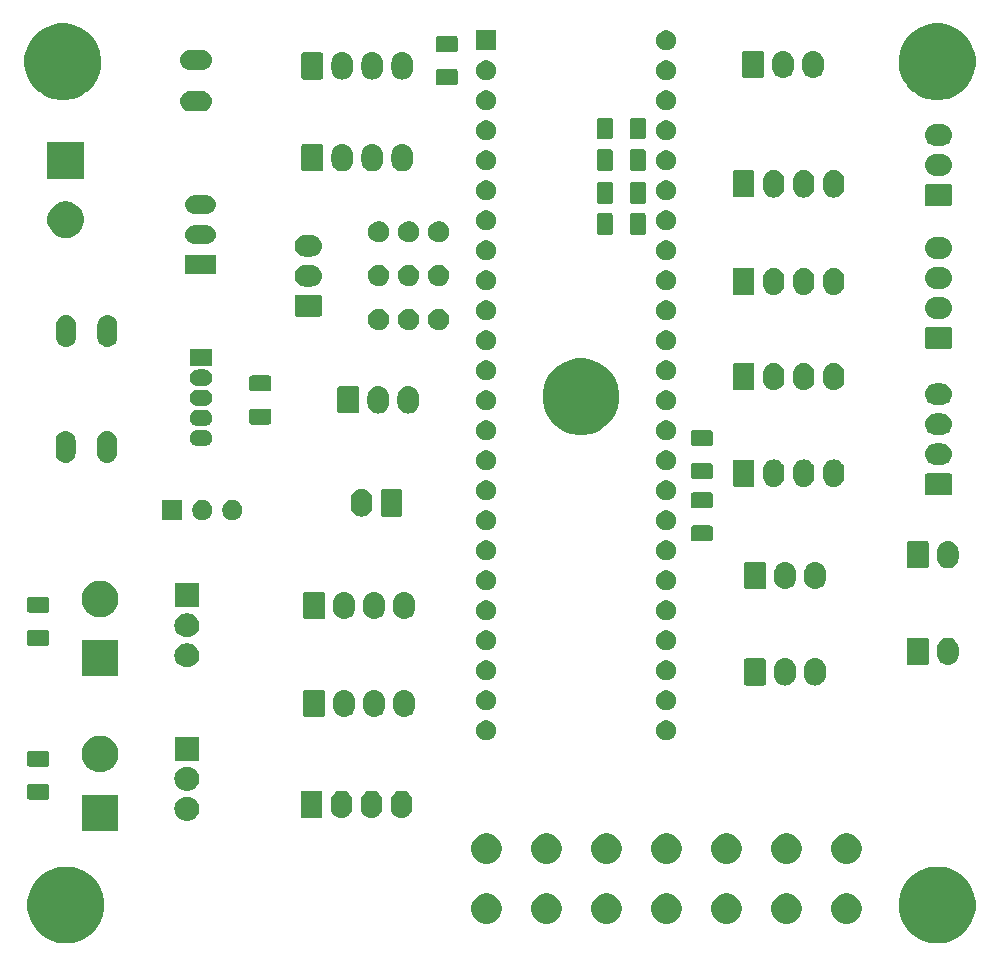
<source format=gbr>
G04 #@! TF.GenerationSoftware,KiCad,Pcbnew,5.1.2-f72e74a~84~ubuntu18.04.1*
G04 #@! TF.CreationDate,2022-02-01T20:37:36+01:00*
G04 #@! TF.ProjectId,T41Expander,54343145-7870-4616-9e64-65722e6b6963,rev?*
G04 #@! TF.SameCoordinates,Original*
G04 #@! TF.FileFunction,Soldermask,Top*
G04 #@! TF.FilePolarity,Negative*
%FSLAX46Y46*%
G04 Gerber Fmt 4.6, Leading zero omitted, Abs format (unit mm)*
G04 Created by KiCad (PCBNEW 5.1.2-f72e74a~84~ubuntu18.04.1) date 2022-02-01 20:37:36*
%MOMM*%
%LPD*%
G04 APERTURE LIST*
%ADD10C,0.100000*%
G04 APERTURE END LIST*
D10*
G36*
X91921839Y-85096787D02*
G01*
X92235882Y-85159254D01*
X92827526Y-85404321D01*
X93359992Y-85760104D01*
X93812816Y-86212928D01*
X94168599Y-86745394D01*
X94413666Y-87337038D01*
X94431623Y-87427313D01*
X94538349Y-87963859D01*
X94538600Y-87965124D01*
X94538600Y-88605516D01*
X94413666Y-89233602D01*
X94168599Y-89825246D01*
X93812816Y-90357712D01*
X93359992Y-90810536D01*
X92827526Y-91166319D01*
X92235882Y-91411386D01*
X91921839Y-91473853D01*
X91607797Y-91536320D01*
X90967403Y-91536320D01*
X90653361Y-91473853D01*
X90339318Y-91411386D01*
X89747674Y-91166319D01*
X89215208Y-90810536D01*
X88762384Y-90357712D01*
X88406601Y-89825246D01*
X88161534Y-89233602D01*
X88036600Y-88605516D01*
X88036600Y-87965124D01*
X88036852Y-87963859D01*
X88143577Y-87427313D01*
X88161534Y-87337038D01*
X88406601Y-86745394D01*
X88762384Y-86212928D01*
X89215208Y-85760104D01*
X89747674Y-85404321D01*
X90339318Y-85159254D01*
X90653361Y-85096787D01*
X90967403Y-85034320D01*
X91607797Y-85034320D01*
X91921839Y-85096787D01*
X91921839Y-85096787D01*
G37*
G36*
X18139919Y-85096787D02*
G01*
X18453962Y-85159254D01*
X19045606Y-85404321D01*
X19578072Y-85760104D01*
X20030896Y-86212928D01*
X20386679Y-86745394D01*
X20631746Y-87337038D01*
X20649703Y-87427313D01*
X20756429Y-87963859D01*
X20756680Y-87965124D01*
X20756680Y-88605516D01*
X20631746Y-89233602D01*
X20386679Y-89825246D01*
X20030896Y-90357712D01*
X19578072Y-90810536D01*
X19045606Y-91166319D01*
X18453962Y-91411386D01*
X18139919Y-91473853D01*
X17825877Y-91536320D01*
X17185483Y-91536320D01*
X16871441Y-91473853D01*
X16557398Y-91411386D01*
X15965754Y-91166319D01*
X15433288Y-90810536D01*
X14980464Y-90357712D01*
X14624681Y-89825246D01*
X14379614Y-89233602D01*
X14254680Y-88605516D01*
X14254680Y-87965124D01*
X14254932Y-87963859D01*
X14361657Y-87427313D01*
X14379614Y-87337038D01*
X14624681Y-86745394D01*
X14980464Y-86212928D01*
X15433288Y-85760104D01*
X15965754Y-85404321D01*
X16557398Y-85159254D01*
X16871441Y-85096787D01*
X17185483Y-85034320D01*
X17825877Y-85034320D01*
X18139919Y-85096787D01*
X18139919Y-85096787D01*
G37*
G36*
X83980953Y-87329264D02*
G01*
X84217661Y-87427312D01*
X84217663Y-87427313D01*
X84430695Y-87569656D01*
X84611864Y-87750825D01*
X84754207Y-87963857D01*
X84754208Y-87963859D01*
X84852256Y-88200567D01*
X84902240Y-88451853D01*
X84902240Y-88708067D01*
X84852256Y-88959353D01*
X84754208Y-89196061D01*
X84754207Y-89196063D01*
X84611864Y-89409095D01*
X84430695Y-89590264D01*
X84217663Y-89732607D01*
X84217662Y-89732608D01*
X84217661Y-89732608D01*
X83980953Y-89830656D01*
X83729667Y-89880640D01*
X83473453Y-89880640D01*
X83222167Y-89830656D01*
X82985459Y-89732608D01*
X82985458Y-89732608D01*
X82985457Y-89732607D01*
X82772425Y-89590264D01*
X82591256Y-89409095D01*
X82448913Y-89196063D01*
X82448912Y-89196061D01*
X82350864Y-88959353D01*
X82300880Y-88708067D01*
X82300880Y-88451853D01*
X82350864Y-88200567D01*
X82448912Y-87963859D01*
X82448913Y-87963857D01*
X82591256Y-87750825D01*
X82772425Y-87569656D01*
X82985457Y-87427313D01*
X82985459Y-87427312D01*
X83222167Y-87329264D01*
X83473453Y-87279280D01*
X83729667Y-87279280D01*
X83980953Y-87329264D01*
X83980953Y-87329264D01*
G37*
G36*
X68740953Y-87329264D02*
G01*
X68977661Y-87427312D01*
X68977663Y-87427313D01*
X69190695Y-87569656D01*
X69371864Y-87750825D01*
X69514207Y-87963857D01*
X69514208Y-87963859D01*
X69612256Y-88200567D01*
X69662240Y-88451853D01*
X69662240Y-88708067D01*
X69612256Y-88959353D01*
X69514208Y-89196061D01*
X69514207Y-89196063D01*
X69371864Y-89409095D01*
X69190695Y-89590264D01*
X68977663Y-89732607D01*
X68977662Y-89732608D01*
X68977661Y-89732608D01*
X68740953Y-89830656D01*
X68489667Y-89880640D01*
X68233453Y-89880640D01*
X67982167Y-89830656D01*
X67745459Y-89732608D01*
X67745458Y-89732608D01*
X67745457Y-89732607D01*
X67532425Y-89590264D01*
X67351256Y-89409095D01*
X67208913Y-89196063D01*
X67208912Y-89196061D01*
X67110864Y-88959353D01*
X67060880Y-88708067D01*
X67060880Y-88451853D01*
X67110864Y-88200567D01*
X67208912Y-87963859D01*
X67208913Y-87963857D01*
X67351256Y-87750825D01*
X67532425Y-87569656D01*
X67745457Y-87427313D01*
X67745459Y-87427312D01*
X67982167Y-87329264D01*
X68233453Y-87279280D01*
X68489667Y-87279280D01*
X68740953Y-87329264D01*
X68740953Y-87329264D01*
G37*
G36*
X73820953Y-87329264D02*
G01*
X74057661Y-87427312D01*
X74057663Y-87427313D01*
X74270695Y-87569656D01*
X74451864Y-87750825D01*
X74594207Y-87963857D01*
X74594208Y-87963859D01*
X74692256Y-88200567D01*
X74742240Y-88451853D01*
X74742240Y-88708067D01*
X74692256Y-88959353D01*
X74594208Y-89196061D01*
X74594207Y-89196063D01*
X74451864Y-89409095D01*
X74270695Y-89590264D01*
X74057663Y-89732607D01*
X74057662Y-89732608D01*
X74057661Y-89732608D01*
X73820953Y-89830656D01*
X73569667Y-89880640D01*
X73313453Y-89880640D01*
X73062167Y-89830656D01*
X72825459Y-89732608D01*
X72825458Y-89732608D01*
X72825457Y-89732607D01*
X72612425Y-89590264D01*
X72431256Y-89409095D01*
X72288913Y-89196063D01*
X72288912Y-89196061D01*
X72190864Y-88959353D01*
X72140880Y-88708067D01*
X72140880Y-88451853D01*
X72190864Y-88200567D01*
X72288912Y-87963859D01*
X72288913Y-87963857D01*
X72431256Y-87750825D01*
X72612425Y-87569656D01*
X72825457Y-87427313D01*
X72825459Y-87427312D01*
X73062167Y-87329264D01*
X73313453Y-87279280D01*
X73569667Y-87279280D01*
X73820953Y-87329264D01*
X73820953Y-87329264D01*
G37*
G36*
X63660953Y-87329264D02*
G01*
X63897661Y-87427312D01*
X63897663Y-87427313D01*
X64110695Y-87569656D01*
X64291864Y-87750825D01*
X64434207Y-87963857D01*
X64434208Y-87963859D01*
X64532256Y-88200567D01*
X64582240Y-88451853D01*
X64582240Y-88708067D01*
X64532256Y-88959353D01*
X64434208Y-89196061D01*
X64434207Y-89196063D01*
X64291864Y-89409095D01*
X64110695Y-89590264D01*
X63897663Y-89732607D01*
X63897662Y-89732608D01*
X63897661Y-89732608D01*
X63660953Y-89830656D01*
X63409667Y-89880640D01*
X63153453Y-89880640D01*
X62902167Y-89830656D01*
X62665459Y-89732608D01*
X62665458Y-89732608D01*
X62665457Y-89732607D01*
X62452425Y-89590264D01*
X62271256Y-89409095D01*
X62128913Y-89196063D01*
X62128912Y-89196061D01*
X62030864Y-88959353D01*
X61980880Y-88708067D01*
X61980880Y-88451853D01*
X62030864Y-88200567D01*
X62128912Y-87963859D01*
X62128913Y-87963857D01*
X62271256Y-87750825D01*
X62452425Y-87569656D01*
X62665457Y-87427313D01*
X62665459Y-87427312D01*
X62902167Y-87329264D01*
X63153453Y-87279280D01*
X63409667Y-87279280D01*
X63660953Y-87329264D01*
X63660953Y-87329264D01*
G37*
G36*
X53500953Y-87329264D02*
G01*
X53737661Y-87427312D01*
X53737663Y-87427313D01*
X53950695Y-87569656D01*
X54131864Y-87750825D01*
X54274207Y-87963857D01*
X54274208Y-87963859D01*
X54372256Y-88200567D01*
X54422240Y-88451853D01*
X54422240Y-88708067D01*
X54372256Y-88959353D01*
X54274208Y-89196061D01*
X54274207Y-89196063D01*
X54131864Y-89409095D01*
X53950695Y-89590264D01*
X53737663Y-89732607D01*
X53737662Y-89732608D01*
X53737661Y-89732608D01*
X53500953Y-89830656D01*
X53249667Y-89880640D01*
X52993453Y-89880640D01*
X52742167Y-89830656D01*
X52505459Y-89732608D01*
X52505458Y-89732608D01*
X52505457Y-89732607D01*
X52292425Y-89590264D01*
X52111256Y-89409095D01*
X51968913Y-89196063D01*
X51968912Y-89196061D01*
X51870864Y-88959353D01*
X51820880Y-88708067D01*
X51820880Y-88451853D01*
X51870864Y-88200567D01*
X51968912Y-87963859D01*
X51968913Y-87963857D01*
X52111256Y-87750825D01*
X52292425Y-87569656D01*
X52505457Y-87427313D01*
X52505459Y-87427312D01*
X52742167Y-87329264D01*
X52993453Y-87279280D01*
X53249667Y-87279280D01*
X53500953Y-87329264D01*
X53500953Y-87329264D01*
G37*
G36*
X58580953Y-87329264D02*
G01*
X58817661Y-87427312D01*
X58817663Y-87427313D01*
X59030695Y-87569656D01*
X59211864Y-87750825D01*
X59354207Y-87963857D01*
X59354208Y-87963859D01*
X59452256Y-88200567D01*
X59502240Y-88451853D01*
X59502240Y-88708067D01*
X59452256Y-88959353D01*
X59354208Y-89196061D01*
X59354207Y-89196063D01*
X59211864Y-89409095D01*
X59030695Y-89590264D01*
X58817663Y-89732607D01*
X58817662Y-89732608D01*
X58817661Y-89732608D01*
X58580953Y-89830656D01*
X58329667Y-89880640D01*
X58073453Y-89880640D01*
X57822167Y-89830656D01*
X57585459Y-89732608D01*
X57585458Y-89732608D01*
X57585457Y-89732607D01*
X57372425Y-89590264D01*
X57191256Y-89409095D01*
X57048913Y-89196063D01*
X57048912Y-89196061D01*
X56950864Y-88959353D01*
X56900880Y-88708067D01*
X56900880Y-88451853D01*
X56950864Y-88200567D01*
X57048912Y-87963859D01*
X57048913Y-87963857D01*
X57191256Y-87750825D01*
X57372425Y-87569656D01*
X57585457Y-87427313D01*
X57585459Y-87427312D01*
X57822167Y-87329264D01*
X58073453Y-87279280D01*
X58329667Y-87279280D01*
X58580953Y-87329264D01*
X58580953Y-87329264D01*
G37*
G36*
X78900953Y-87329264D02*
G01*
X79137661Y-87427312D01*
X79137663Y-87427313D01*
X79350695Y-87569656D01*
X79531864Y-87750825D01*
X79674207Y-87963857D01*
X79674208Y-87963859D01*
X79772256Y-88200567D01*
X79822240Y-88451853D01*
X79822240Y-88708067D01*
X79772256Y-88959353D01*
X79674208Y-89196061D01*
X79674207Y-89196063D01*
X79531864Y-89409095D01*
X79350695Y-89590264D01*
X79137663Y-89732607D01*
X79137662Y-89732608D01*
X79137661Y-89732608D01*
X78900953Y-89830656D01*
X78649667Y-89880640D01*
X78393453Y-89880640D01*
X78142167Y-89830656D01*
X77905459Y-89732608D01*
X77905458Y-89732608D01*
X77905457Y-89732607D01*
X77692425Y-89590264D01*
X77511256Y-89409095D01*
X77368913Y-89196063D01*
X77368912Y-89196061D01*
X77270864Y-88959353D01*
X77220880Y-88708067D01*
X77220880Y-88451853D01*
X77270864Y-88200567D01*
X77368912Y-87963859D01*
X77368913Y-87963857D01*
X77511256Y-87750825D01*
X77692425Y-87569656D01*
X77905457Y-87427313D01*
X77905459Y-87427312D01*
X78142167Y-87329264D01*
X78393453Y-87279280D01*
X78649667Y-87279280D01*
X78900953Y-87329264D01*
X78900953Y-87329264D01*
G37*
G36*
X63660953Y-82249264D02*
G01*
X63897661Y-82347312D01*
X63897663Y-82347313D01*
X64110695Y-82489656D01*
X64291864Y-82670825D01*
X64434207Y-82883857D01*
X64434208Y-82883859D01*
X64532256Y-83120567D01*
X64582240Y-83371853D01*
X64582240Y-83628067D01*
X64532256Y-83879353D01*
X64434208Y-84116061D01*
X64434207Y-84116063D01*
X64291864Y-84329095D01*
X64110695Y-84510264D01*
X63897663Y-84652607D01*
X63897662Y-84652608D01*
X63897661Y-84652608D01*
X63660953Y-84750656D01*
X63409667Y-84800640D01*
X63153453Y-84800640D01*
X62902167Y-84750656D01*
X62665459Y-84652608D01*
X62665458Y-84652608D01*
X62665457Y-84652607D01*
X62452425Y-84510264D01*
X62271256Y-84329095D01*
X62128913Y-84116063D01*
X62128912Y-84116061D01*
X62030864Y-83879353D01*
X61980880Y-83628067D01*
X61980880Y-83371853D01*
X62030864Y-83120567D01*
X62128912Y-82883859D01*
X62128913Y-82883857D01*
X62271256Y-82670825D01*
X62452425Y-82489656D01*
X62665457Y-82347313D01*
X62665459Y-82347312D01*
X62902167Y-82249264D01*
X63153453Y-82199280D01*
X63409667Y-82199280D01*
X63660953Y-82249264D01*
X63660953Y-82249264D01*
G37*
G36*
X53500953Y-82249264D02*
G01*
X53737661Y-82347312D01*
X53737663Y-82347313D01*
X53950695Y-82489656D01*
X54131864Y-82670825D01*
X54274207Y-82883857D01*
X54274208Y-82883859D01*
X54372256Y-83120567D01*
X54422240Y-83371853D01*
X54422240Y-83628067D01*
X54372256Y-83879353D01*
X54274208Y-84116061D01*
X54274207Y-84116063D01*
X54131864Y-84329095D01*
X53950695Y-84510264D01*
X53737663Y-84652607D01*
X53737662Y-84652608D01*
X53737661Y-84652608D01*
X53500953Y-84750656D01*
X53249667Y-84800640D01*
X52993453Y-84800640D01*
X52742167Y-84750656D01*
X52505459Y-84652608D01*
X52505458Y-84652608D01*
X52505457Y-84652607D01*
X52292425Y-84510264D01*
X52111256Y-84329095D01*
X51968913Y-84116063D01*
X51968912Y-84116061D01*
X51870864Y-83879353D01*
X51820880Y-83628067D01*
X51820880Y-83371853D01*
X51870864Y-83120567D01*
X51968912Y-82883859D01*
X51968913Y-82883857D01*
X52111256Y-82670825D01*
X52292425Y-82489656D01*
X52505457Y-82347313D01*
X52505459Y-82347312D01*
X52742167Y-82249264D01*
X52993453Y-82199280D01*
X53249667Y-82199280D01*
X53500953Y-82249264D01*
X53500953Y-82249264D01*
G37*
G36*
X68740953Y-82249264D02*
G01*
X68977661Y-82347312D01*
X68977663Y-82347313D01*
X69190695Y-82489656D01*
X69371864Y-82670825D01*
X69514207Y-82883857D01*
X69514208Y-82883859D01*
X69612256Y-83120567D01*
X69662240Y-83371853D01*
X69662240Y-83628067D01*
X69612256Y-83879353D01*
X69514208Y-84116061D01*
X69514207Y-84116063D01*
X69371864Y-84329095D01*
X69190695Y-84510264D01*
X68977663Y-84652607D01*
X68977662Y-84652608D01*
X68977661Y-84652608D01*
X68740953Y-84750656D01*
X68489667Y-84800640D01*
X68233453Y-84800640D01*
X67982167Y-84750656D01*
X67745459Y-84652608D01*
X67745458Y-84652608D01*
X67745457Y-84652607D01*
X67532425Y-84510264D01*
X67351256Y-84329095D01*
X67208913Y-84116063D01*
X67208912Y-84116061D01*
X67110864Y-83879353D01*
X67060880Y-83628067D01*
X67060880Y-83371853D01*
X67110864Y-83120567D01*
X67208912Y-82883859D01*
X67208913Y-82883857D01*
X67351256Y-82670825D01*
X67532425Y-82489656D01*
X67745457Y-82347313D01*
X67745459Y-82347312D01*
X67982167Y-82249264D01*
X68233453Y-82199280D01*
X68489667Y-82199280D01*
X68740953Y-82249264D01*
X68740953Y-82249264D01*
G37*
G36*
X73820953Y-82249264D02*
G01*
X74057661Y-82347312D01*
X74057663Y-82347313D01*
X74270695Y-82489656D01*
X74451864Y-82670825D01*
X74594207Y-82883857D01*
X74594208Y-82883859D01*
X74692256Y-83120567D01*
X74742240Y-83371853D01*
X74742240Y-83628067D01*
X74692256Y-83879353D01*
X74594208Y-84116061D01*
X74594207Y-84116063D01*
X74451864Y-84329095D01*
X74270695Y-84510264D01*
X74057663Y-84652607D01*
X74057662Y-84652608D01*
X74057661Y-84652608D01*
X73820953Y-84750656D01*
X73569667Y-84800640D01*
X73313453Y-84800640D01*
X73062167Y-84750656D01*
X72825459Y-84652608D01*
X72825458Y-84652608D01*
X72825457Y-84652607D01*
X72612425Y-84510264D01*
X72431256Y-84329095D01*
X72288913Y-84116063D01*
X72288912Y-84116061D01*
X72190864Y-83879353D01*
X72140880Y-83628067D01*
X72140880Y-83371853D01*
X72190864Y-83120567D01*
X72288912Y-82883859D01*
X72288913Y-82883857D01*
X72431256Y-82670825D01*
X72612425Y-82489656D01*
X72825457Y-82347313D01*
X72825459Y-82347312D01*
X73062167Y-82249264D01*
X73313453Y-82199280D01*
X73569667Y-82199280D01*
X73820953Y-82249264D01*
X73820953Y-82249264D01*
G37*
G36*
X78900953Y-82249264D02*
G01*
X79137661Y-82347312D01*
X79137663Y-82347313D01*
X79350695Y-82489656D01*
X79531864Y-82670825D01*
X79674207Y-82883857D01*
X79674208Y-82883859D01*
X79772256Y-83120567D01*
X79822240Y-83371853D01*
X79822240Y-83628067D01*
X79772256Y-83879353D01*
X79674208Y-84116061D01*
X79674207Y-84116063D01*
X79531864Y-84329095D01*
X79350695Y-84510264D01*
X79137663Y-84652607D01*
X79137662Y-84652608D01*
X79137661Y-84652608D01*
X78900953Y-84750656D01*
X78649667Y-84800640D01*
X78393453Y-84800640D01*
X78142167Y-84750656D01*
X77905459Y-84652608D01*
X77905458Y-84652608D01*
X77905457Y-84652607D01*
X77692425Y-84510264D01*
X77511256Y-84329095D01*
X77368913Y-84116063D01*
X77368912Y-84116061D01*
X77270864Y-83879353D01*
X77220880Y-83628067D01*
X77220880Y-83371853D01*
X77270864Y-83120567D01*
X77368912Y-82883859D01*
X77368913Y-82883857D01*
X77511256Y-82670825D01*
X77692425Y-82489656D01*
X77905457Y-82347313D01*
X77905459Y-82347312D01*
X78142167Y-82249264D01*
X78393453Y-82199280D01*
X78649667Y-82199280D01*
X78900953Y-82249264D01*
X78900953Y-82249264D01*
G37*
G36*
X83980953Y-82249264D02*
G01*
X84217661Y-82347312D01*
X84217663Y-82347313D01*
X84430695Y-82489656D01*
X84611864Y-82670825D01*
X84754207Y-82883857D01*
X84754208Y-82883859D01*
X84852256Y-83120567D01*
X84902240Y-83371853D01*
X84902240Y-83628067D01*
X84852256Y-83879353D01*
X84754208Y-84116061D01*
X84754207Y-84116063D01*
X84611864Y-84329095D01*
X84430695Y-84510264D01*
X84217663Y-84652607D01*
X84217662Y-84652608D01*
X84217661Y-84652608D01*
X83980953Y-84750656D01*
X83729667Y-84800640D01*
X83473453Y-84800640D01*
X83222167Y-84750656D01*
X82985459Y-84652608D01*
X82985458Y-84652608D01*
X82985457Y-84652607D01*
X82772425Y-84510264D01*
X82591256Y-84329095D01*
X82448913Y-84116063D01*
X82448912Y-84116061D01*
X82350864Y-83879353D01*
X82300880Y-83628067D01*
X82300880Y-83371853D01*
X82350864Y-83120567D01*
X82448912Y-82883859D01*
X82448913Y-82883857D01*
X82591256Y-82670825D01*
X82772425Y-82489656D01*
X82985457Y-82347313D01*
X82985459Y-82347312D01*
X83222167Y-82249264D01*
X83473453Y-82199280D01*
X83729667Y-82199280D01*
X83980953Y-82249264D01*
X83980953Y-82249264D01*
G37*
G36*
X58580953Y-82249264D02*
G01*
X58817661Y-82347312D01*
X58817663Y-82347313D01*
X59030695Y-82489656D01*
X59211864Y-82670825D01*
X59354207Y-82883857D01*
X59354208Y-82883859D01*
X59452256Y-83120567D01*
X59502240Y-83371853D01*
X59502240Y-83628067D01*
X59452256Y-83879353D01*
X59354208Y-84116061D01*
X59354207Y-84116063D01*
X59211864Y-84329095D01*
X59030695Y-84510264D01*
X58817663Y-84652607D01*
X58817662Y-84652608D01*
X58817661Y-84652608D01*
X58580953Y-84750656D01*
X58329667Y-84800640D01*
X58073453Y-84800640D01*
X57822167Y-84750656D01*
X57585459Y-84652608D01*
X57585458Y-84652608D01*
X57585457Y-84652607D01*
X57372425Y-84510264D01*
X57191256Y-84329095D01*
X57048913Y-84116063D01*
X57048912Y-84116061D01*
X56950864Y-83879353D01*
X56900880Y-83628067D01*
X56900880Y-83371853D01*
X56950864Y-83120567D01*
X57048912Y-82883859D01*
X57048913Y-82883857D01*
X57191256Y-82670825D01*
X57372425Y-82489656D01*
X57585457Y-82347313D01*
X57585459Y-82347312D01*
X57822167Y-82249264D01*
X58073453Y-82199280D01*
X58329667Y-82199280D01*
X58580953Y-82249264D01*
X58580953Y-82249264D01*
G37*
G36*
X21947200Y-82043600D02*
G01*
X18845200Y-82043600D01*
X18845200Y-78941600D01*
X21947200Y-78941600D01*
X21947200Y-82043600D01*
X21947200Y-82043600D01*
G37*
G36*
X27903056Y-79138340D02*
G01*
X28001340Y-79148020D01*
X28190501Y-79205401D01*
X28364832Y-79298583D01*
X28517635Y-79423985D01*
X28643037Y-79576788D01*
X28736219Y-79751119D01*
X28793600Y-79940280D01*
X28812975Y-80137000D01*
X28793600Y-80333720D01*
X28736219Y-80522881D01*
X28643037Y-80697212D01*
X28517635Y-80850015D01*
X28364832Y-80975417D01*
X28190501Y-81068599D01*
X28001340Y-81125980D01*
X27903056Y-81135660D01*
X27853915Y-81140500D01*
X27660325Y-81140500D01*
X27611184Y-81135660D01*
X27512900Y-81125980D01*
X27323739Y-81068599D01*
X27149408Y-80975417D01*
X26996605Y-80850015D01*
X26871203Y-80697212D01*
X26778021Y-80522881D01*
X26720640Y-80333720D01*
X26701265Y-80137000D01*
X26720640Y-79940280D01*
X26778021Y-79751119D01*
X26871203Y-79576788D01*
X26996605Y-79423985D01*
X27149408Y-79298583D01*
X27323739Y-79205401D01*
X27512900Y-79148020D01*
X27611184Y-79138340D01*
X27660325Y-79133500D01*
X27853915Y-79133500D01*
X27903056Y-79138340D01*
X27903056Y-79138340D01*
G37*
G36*
X46103747Y-78623406D02*
G01*
X46277356Y-78676070D01*
X46277358Y-78676071D01*
X46437355Y-78761591D01*
X46577597Y-78876683D01*
X46630872Y-78941600D01*
X46692689Y-79016924D01*
X46778210Y-79176923D01*
X46830874Y-79350532D01*
X46844200Y-79485836D01*
X46844200Y-80036323D01*
X46830874Y-80171628D01*
X46778210Y-80345237D01*
X46692689Y-80505236D01*
X46678208Y-80522881D01*
X46577597Y-80645477D01*
X46480929Y-80724809D01*
X46437356Y-80760569D01*
X46277357Y-80846090D01*
X46103748Y-80898754D01*
X45923200Y-80916536D01*
X45742653Y-80898754D01*
X45569044Y-80846090D01*
X45409045Y-80760569D01*
X45365472Y-80724809D01*
X45268804Y-80645477D01*
X45153713Y-80505237D01*
X45153712Y-80505235D01*
X45068190Y-80345237D01*
X45015526Y-80171628D01*
X45002200Y-80036324D01*
X45002200Y-79485837D01*
X45015526Y-79350533D01*
X45068190Y-79176924D01*
X45091401Y-79133500D01*
X45153711Y-79016925D01*
X45268803Y-78876683D01*
X45394588Y-78773455D01*
X45409044Y-78761591D01*
X45569043Y-78676070D01*
X45742652Y-78623406D01*
X45923200Y-78605624D01*
X46103747Y-78623406D01*
X46103747Y-78623406D01*
G37*
G36*
X41023747Y-78623406D02*
G01*
X41197356Y-78676070D01*
X41197358Y-78676071D01*
X41357355Y-78761591D01*
X41497597Y-78876683D01*
X41550872Y-78941600D01*
X41612689Y-79016924D01*
X41698210Y-79176923D01*
X41750874Y-79350532D01*
X41764200Y-79485836D01*
X41764200Y-80036323D01*
X41750874Y-80171628D01*
X41698210Y-80345237D01*
X41612689Y-80505236D01*
X41598208Y-80522881D01*
X41497597Y-80645477D01*
X41400929Y-80724809D01*
X41357356Y-80760569D01*
X41197357Y-80846090D01*
X41023748Y-80898754D01*
X40843200Y-80916536D01*
X40662653Y-80898754D01*
X40489044Y-80846090D01*
X40329045Y-80760569D01*
X40285472Y-80724809D01*
X40188804Y-80645477D01*
X40073713Y-80505237D01*
X40073712Y-80505235D01*
X39988190Y-80345237D01*
X39935526Y-80171628D01*
X39922200Y-80036324D01*
X39922200Y-79485837D01*
X39935526Y-79350533D01*
X39988190Y-79176924D01*
X40011401Y-79133500D01*
X40073711Y-79016925D01*
X40188803Y-78876683D01*
X40314588Y-78773455D01*
X40329044Y-78761591D01*
X40489043Y-78676070D01*
X40662652Y-78623406D01*
X40843200Y-78605624D01*
X41023747Y-78623406D01*
X41023747Y-78623406D01*
G37*
G36*
X43563747Y-78623406D02*
G01*
X43737356Y-78676070D01*
X43737358Y-78676071D01*
X43897355Y-78761591D01*
X44037597Y-78876683D01*
X44090872Y-78941600D01*
X44152689Y-79016924D01*
X44238210Y-79176923D01*
X44290874Y-79350532D01*
X44304200Y-79485836D01*
X44304200Y-80036323D01*
X44290874Y-80171628D01*
X44238210Y-80345237D01*
X44152689Y-80505236D01*
X44138208Y-80522881D01*
X44037597Y-80645477D01*
X43940929Y-80724809D01*
X43897356Y-80760569D01*
X43737357Y-80846090D01*
X43563748Y-80898754D01*
X43383200Y-80916536D01*
X43202653Y-80898754D01*
X43029044Y-80846090D01*
X42869045Y-80760569D01*
X42825472Y-80724809D01*
X42728804Y-80645477D01*
X42613713Y-80505237D01*
X42613712Y-80505235D01*
X42528190Y-80345237D01*
X42475526Y-80171628D01*
X42462200Y-80036324D01*
X42462200Y-79485837D01*
X42475526Y-79350533D01*
X42528190Y-79176924D01*
X42551401Y-79133500D01*
X42613711Y-79016925D01*
X42728803Y-78876683D01*
X42854588Y-78773455D01*
X42869044Y-78761591D01*
X43029043Y-78676070D01*
X43202652Y-78623406D01*
X43383200Y-78605624D01*
X43563747Y-78623406D01*
X43563747Y-78623406D01*
G37*
G36*
X39082761Y-78614046D02*
G01*
X39115583Y-78624003D01*
X39145832Y-78640172D01*
X39172348Y-78661932D01*
X39194108Y-78688448D01*
X39210277Y-78718697D01*
X39220234Y-78751519D01*
X39224200Y-78791793D01*
X39224200Y-80730367D01*
X39220234Y-80770641D01*
X39210277Y-80803463D01*
X39194108Y-80833712D01*
X39172348Y-80860228D01*
X39145832Y-80881988D01*
X39115583Y-80898157D01*
X39082761Y-80908114D01*
X39042487Y-80912080D01*
X37563913Y-80912080D01*
X37523639Y-80908114D01*
X37490817Y-80898157D01*
X37460568Y-80881988D01*
X37434052Y-80860228D01*
X37412292Y-80833712D01*
X37396123Y-80803463D01*
X37386166Y-80770641D01*
X37382200Y-80730367D01*
X37382200Y-78791793D01*
X37386166Y-78751519D01*
X37396123Y-78718697D01*
X37412292Y-78688448D01*
X37434052Y-78661932D01*
X37460568Y-78640172D01*
X37490817Y-78624003D01*
X37523639Y-78614046D01*
X37563913Y-78610080D01*
X39042487Y-78610080D01*
X39082761Y-78614046D01*
X39082761Y-78614046D01*
G37*
G36*
X15932404Y-78022627D02*
G01*
X15968944Y-78033712D01*
X16002621Y-78051713D01*
X16032141Y-78075939D01*
X16056367Y-78105459D01*
X16074368Y-78139136D01*
X16085453Y-78175676D01*
X16089800Y-78219818D01*
X16089800Y-79168742D01*
X16085453Y-79212884D01*
X16074368Y-79249424D01*
X16056367Y-79283101D01*
X16032141Y-79312621D01*
X16002621Y-79336847D01*
X15968944Y-79354848D01*
X15932404Y-79365933D01*
X15888262Y-79370280D01*
X14439338Y-79370280D01*
X14395196Y-79365933D01*
X14358656Y-79354848D01*
X14324979Y-79336847D01*
X14295459Y-79312621D01*
X14271233Y-79283101D01*
X14253232Y-79249424D01*
X14242147Y-79212884D01*
X14237800Y-79168742D01*
X14237800Y-78219818D01*
X14242147Y-78175676D01*
X14253232Y-78139136D01*
X14271233Y-78105459D01*
X14295459Y-78075939D01*
X14324979Y-78051713D01*
X14358656Y-78033712D01*
X14395196Y-78022627D01*
X14439338Y-78018280D01*
X15888262Y-78018280D01*
X15932404Y-78022627D01*
X15932404Y-78022627D01*
G37*
G36*
X27903056Y-76598340D02*
G01*
X28001340Y-76608020D01*
X28190501Y-76665401D01*
X28364832Y-76758583D01*
X28517635Y-76883985D01*
X28643037Y-77036788D01*
X28736219Y-77211119D01*
X28793600Y-77400280D01*
X28812975Y-77597000D01*
X28793600Y-77793720D01*
X28736219Y-77982881D01*
X28643037Y-78157212D01*
X28517635Y-78310015D01*
X28364832Y-78435417D01*
X28190501Y-78528599D01*
X28001340Y-78585980D01*
X27903056Y-78595660D01*
X27853915Y-78600500D01*
X27660325Y-78600500D01*
X27611184Y-78595660D01*
X27512900Y-78585980D01*
X27323739Y-78528599D01*
X27149408Y-78435417D01*
X26996605Y-78310015D01*
X26871203Y-78157212D01*
X26778021Y-77982881D01*
X26720640Y-77793720D01*
X26701265Y-77597000D01*
X26720640Y-77400280D01*
X26778021Y-77211119D01*
X26871203Y-77036788D01*
X26996605Y-76883985D01*
X27149408Y-76758583D01*
X27323739Y-76665401D01*
X27512900Y-76608020D01*
X27611184Y-76598340D01*
X27660325Y-76593500D01*
X27853915Y-76593500D01*
X27903056Y-76598340D01*
X27903056Y-76598340D01*
G37*
G36*
X20698785Y-73971402D02*
G01*
X20848610Y-74001204D01*
X21130874Y-74118121D01*
X21384905Y-74287859D01*
X21600941Y-74503895D01*
X21770679Y-74757926D01*
X21887596Y-75040190D01*
X21887596Y-75040191D01*
X21946925Y-75338454D01*
X21947200Y-75339840D01*
X21947200Y-75645360D01*
X21887596Y-75945010D01*
X21770679Y-76227274D01*
X21600941Y-76481305D01*
X21384905Y-76697341D01*
X21130874Y-76867079D01*
X20848610Y-76983996D01*
X20698785Y-77013798D01*
X20548961Y-77043600D01*
X20243439Y-77043600D01*
X20093615Y-77013798D01*
X19943790Y-76983996D01*
X19661526Y-76867079D01*
X19407495Y-76697341D01*
X19191459Y-76481305D01*
X19021721Y-76227274D01*
X18904804Y-75945010D01*
X18845200Y-75645360D01*
X18845200Y-75339840D01*
X18845476Y-75338454D01*
X18904804Y-75040191D01*
X18904804Y-75040190D01*
X19021721Y-74757926D01*
X19191459Y-74503895D01*
X19407495Y-74287859D01*
X19661526Y-74118121D01*
X19943790Y-74001204D01*
X20093615Y-73971402D01*
X20243439Y-73941600D01*
X20548961Y-73941600D01*
X20698785Y-73971402D01*
X20698785Y-73971402D01*
G37*
G36*
X15932404Y-75222627D02*
G01*
X15968944Y-75233712D01*
X16002621Y-75251713D01*
X16032141Y-75275939D01*
X16056367Y-75305459D01*
X16074368Y-75339136D01*
X16085453Y-75375676D01*
X16089800Y-75419818D01*
X16089800Y-76368742D01*
X16085453Y-76412884D01*
X16074368Y-76449424D01*
X16056367Y-76483101D01*
X16032141Y-76512621D01*
X16002621Y-76536847D01*
X15968944Y-76554848D01*
X15932404Y-76565933D01*
X15888262Y-76570280D01*
X14439338Y-76570280D01*
X14395196Y-76565933D01*
X14358656Y-76554848D01*
X14324979Y-76536847D01*
X14295459Y-76512621D01*
X14271233Y-76483101D01*
X14253232Y-76449424D01*
X14242147Y-76412884D01*
X14237800Y-76368742D01*
X14237800Y-75419818D01*
X14242147Y-75375676D01*
X14253232Y-75339136D01*
X14271233Y-75305459D01*
X14295459Y-75275939D01*
X14324979Y-75251713D01*
X14358656Y-75233712D01*
X14395196Y-75222627D01*
X14439338Y-75218280D01*
X15888262Y-75218280D01*
X15932404Y-75222627D01*
X15932404Y-75222627D01*
G37*
G36*
X28808120Y-76060500D02*
G01*
X26706120Y-76060500D01*
X26706120Y-74053500D01*
X28808120Y-74053500D01*
X28808120Y-76060500D01*
X28808120Y-76060500D01*
G37*
G36*
X68574228Y-72689303D02*
G01*
X68729100Y-72753453D01*
X68868481Y-72846585D01*
X68987015Y-72965119D01*
X69080147Y-73104500D01*
X69144297Y-73259372D01*
X69177000Y-73423784D01*
X69177000Y-73591416D01*
X69144297Y-73755828D01*
X69080147Y-73910700D01*
X68987015Y-74050081D01*
X68868481Y-74168615D01*
X68729100Y-74261747D01*
X68574228Y-74325897D01*
X68409816Y-74358600D01*
X68242184Y-74358600D01*
X68077772Y-74325897D01*
X67922900Y-74261747D01*
X67783519Y-74168615D01*
X67664985Y-74050081D01*
X67571853Y-73910700D01*
X67507703Y-73755828D01*
X67475000Y-73591416D01*
X67475000Y-73423784D01*
X67507703Y-73259372D01*
X67571853Y-73104500D01*
X67664985Y-72965119D01*
X67783519Y-72846585D01*
X67922900Y-72753453D01*
X68077772Y-72689303D01*
X68242184Y-72656600D01*
X68409816Y-72656600D01*
X68574228Y-72689303D01*
X68574228Y-72689303D01*
G37*
G36*
X53334228Y-72689303D02*
G01*
X53489100Y-72753453D01*
X53628481Y-72846585D01*
X53747015Y-72965119D01*
X53840147Y-73104500D01*
X53904297Y-73259372D01*
X53937000Y-73423784D01*
X53937000Y-73591416D01*
X53904297Y-73755828D01*
X53840147Y-73910700D01*
X53747015Y-74050081D01*
X53628481Y-74168615D01*
X53489100Y-74261747D01*
X53334228Y-74325897D01*
X53169816Y-74358600D01*
X53002184Y-74358600D01*
X52837772Y-74325897D01*
X52682900Y-74261747D01*
X52543519Y-74168615D01*
X52424985Y-74050081D01*
X52331853Y-73910700D01*
X52267703Y-73755828D01*
X52235000Y-73591416D01*
X52235000Y-73423784D01*
X52267703Y-73259372D01*
X52331853Y-73104500D01*
X52424985Y-72965119D01*
X52543519Y-72846585D01*
X52682900Y-72753453D01*
X52837772Y-72689303D01*
X53002184Y-72656600D01*
X53169816Y-72656600D01*
X53334228Y-72689303D01*
X53334228Y-72689303D01*
G37*
G36*
X46327267Y-70083926D02*
G01*
X46500876Y-70136590D01*
X46500878Y-70136591D01*
X46660875Y-70222111D01*
X46801117Y-70337203D01*
X46880449Y-70433871D01*
X46916209Y-70477444D01*
X47001730Y-70637443D01*
X47054394Y-70811052D01*
X47067720Y-70946356D01*
X47067720Y-71496843D01*
X47054394Y-71632148D01*
X47001730Y-71805757D01*
X46916209Y-71965756D01*
X46880449Y-72009329D01*
X46801117Y-72105997D01*
X46704449Y-72185329D01*
X46660876Y-72221089D01*
X46500877Y-72306610D01*
X46327268Y-72359274D01*
X46146720Y-72377056D01*
X45966173Y-72359274D01*
X45792564Y-72306610D01*
X45632565Y-72221089D01*
X45588992Y-72185329D01*
X45492324Y-72105997D01*
X45377233Y-71965757D01*
X45377232Y-71965755D01*
X45291710Y-71805757D01*
X45239046Y-71632148D01*
X45225720Y-71496844D01*
X45225720Y-70946357D01*
X45239046Y-70811053D01*
X45291710Y-70637444D01*
X45377231Y-70477445D01*
X45377232Y-70477444D01*
X45492323Y-70337203D01*
X45618108Y-70233975D01*
X45632564Y-70222111D01*
X45792563Y-70136590D01*
X45966172Y-70083926D01*
X46146720Y-70066144D01*
X46327267Y-70083926D01*
X46327267Y-70083926D01*
G37*
G36*
X43787267Y-70083926D02*
G01*
X43960876Y-70136590D01*
X43960878Y-70136591D01*
X44120875Y-70222111D01*
X44261117Y-70337203D01*
X44340449Y-70433871D01*
X44376209Y-70477444D01*
X44461730Y-70637443D01*
X44514394Y-70811052D01*
X44527720Y-70946356D01*
X44527720Y-71496843D01*
X44514394Y-71632148D01*
X44461730Y-71805757D01*
X44376209Y-71965756D01*
X44340449Y-72009329D01*
X44261117Y-72105997D01*
X44164449Y-72185329D01*
X44120876Y-72221089D01*
X43960877Y-72306610D01*
X43787268Y-72359274D01*
X43606720Y-72377056D01*
X43426173Y-72359274D01*
X43252564Y-72306610D01*
X43092565Y-72221089D01*
X43048992Y-72185329D01*
X42952324Y-72105997D01*
X42837233Y-71965757D01*
X42837232Y-71965755D01*
X42751710Y-71805757D01*
X42699046Y-71632148D01*
X42685720Y-71496844D01*
X42685720Y-70946357D01*
X42699046Y-70811053D01*
X42751710Y-70637444D01*
X42837231Y-70477445D01*
X42837232Y-70477444D01*
X42952323Y-70337203D01*
X43078108Y-70233975D01*
X43092564Y-70222111D01*
X43252563Y-70136590D01*
X43426172Y-70083926D01*
X43606720Y-70066144D01*
X43787267Y-70083926D01*
X43787267Y-70083926D01*
G37*
G36*
X41247267Y-70083926D02*
G01*
X41420876Y-70136590D01*
X41420878Y-70136591D01*
X41580875Y-70222111D01*
X41721117Y-70337203D01*
X41800449Y-70433871D01*
X41836209Y-70477444D01*
X41921730Y-70637443D01*
X41974394Y-70811052D01*
X41987720Y-70946356D01*
X41987720Y-71496843D01*
X41974394Y-71632148D01*
X41921730Y-71805757D01*
X41836209Y-71965756D01*
X41800449Y-72009329D01*
X41721117Y-72105997D01*
X41624449Y-72185329D01*
X41580876Y-72221089D01*
X41420877Y-72306610D01*
X41247268Y-72359274D01*
X41066720Y-72377056D01*
X40886173Y-72359274D01*
X40712564Y-72306610D01*
X40552565Y-72221089D01*
X40508992Y-72185329D01*
X40412324Y-72105997D01*
X40297233Y-71965757D01*
X40297232Y-71965755D01*
X40211710Y-71805757D01*
X40159046Y-71632148D01*
X40145720Y-71496844D01*
X40145720Y-70946357D01*
X40159046Y-70811053D01*
X40211710Y-70637444D01*
X40297231Y-70477445D01*
X40297232Y-70477444D01*
X40412323Y-70337203D01*
X40538108Y-70233975D01*
X40552564Y-70222111D01*
X40712563Y-70136590D01*
X40886172Y-70083926D01*
X41066720Y-70066144D01*
X41247267Y-70083926D01*
X41247267Y-70083926D01*
G37*
G36*
X39306281Y-70074566D02*
G01*
X39339103Y-70084523D01*
X39369352Y-70100692D01*
X39395868Y-70122452D01*
X39417628Y-70148968D01*
X39433797Y-70179217D01*
X39443754Y-70212039D01*
X39447720Y-70252313D01*
X39447720Y-72190887D01*
X39443754Y-72231161D01*
X39433797Y-72263983D01*
X39417628Y-72294232D01*
X39395868Y-72320748D01*
X39369352Y-72342508D01*
X39339103Y-72358677D01*
X39306281Y-72368634D01*
X39266007Y-72372600D01*
X37787433Y-72372600D01*
X37747159Y-72368634D01*
X37714337Y-72358677D01*
X37684088Y-72342508D01*
X37657572Y-72320748D01*
X37635812Y-72294232D01*
X37619643Y-72263983D01*
X37609686Y-72231161D01*
X37605720Y-72190887D01*
X37605720Y-70252313D01*
X37609686Y-70212039D01*
X37619643Y-70179217D01*
X37635812Y-70148968D01*
X37657572Y-70122452D01*
X37684088Y-70100692D01*
X37714337Y-70084523D01*
X37747159Y-70074566D01*
X37787433Y-70070600D01*
X39266007Y-70070600D01*
X39306281Y-70074566D01*
X39306281Y-70074566D01*
G37*
G36*
X68574228Y-70149303D02*
G01*
X68729100Y-70213453D01*
X68868481Y-70306585D01*
X68987015Y-70425119D01*
X69080147Y-70564500D01*
X69144297Y-70719372D01*
X69177000Y-70883784D01*
X69177000Y-71051416D01*
X69144297Y-71215828D01*
X69080147Y-71370700D01*
X68987015Y-71510081D01*
X68868481Y-71628615D01*
X68729100Y-71721747D01*
X68574228Y-71785897D01*
X68409816Y-71818600D01*
X68242184Y-71818600D01*
X68077772Y-71785897D01*
X67922900Y-71721747D01*
X67783519Y-71628615D01*
X67664985Y-71510081D01*
X67571853Y-71370700D01*
X67507703Y-71215828D01*
X67475000Y-71051416D01*
X67475000Y-70883784D01*
X67507703Y-70719372D01*
X67571853Y-70564500D01*
X67664985Y-70425119D01*
X67783519Y-70306585D01*
X67922900Y-70213453D01*
X68077772Y-70149303D01*
X68242184Y-70116600D01*
X68409816Y-70116600D01*
X68574228Y-70149303D01*
X68574228Y-70149303D01*
G37*
G36*
X53334228Y-70149303D02*
G01*
X53489100Y-70213453D01*
X53628481Y-70306585D01*
X53747015Y-70425119D01*
X53840147Y-70564500D01*
X53904297Y-70719372D01*
X53937000Y-70883784D01*
X53937000Y-71051416D01*
X53904297Y-71215828D01*
X53840147Y-71370700D01*
X53747015Y-71510081D01*
X53628481Y-71628615D01*
X53489100Y-71721747D01*
X53334228Y-71785897D01*
X53169816Y-71818600D01*
X53002184Y-71818600D01*
X52837772Y-71785897D01*
X52682900Y-71721747D01*
X52543519Y-71628615D01*
X52424985Y-71510081D01*
X52331853Y-71370700D01*
X52267703Y-71215828D01*
X52235000Y-71051416D01*
X52235000Y-70883784D01*
X52267703Y-70719372D01*
X52331853Y-70564500D01*
X52424985Y-70425119D01*
X52543519Y-70306585D01*
X52682900Y-70213453D01*
X52837772Y-70149303D01*
X53002184Y-70116600D01*
X53169816Y-70116600D01*
X53334228Y-70149303D01*
X53334228Y-70149303D01*
G37*
G36*
X81104947Y-67416926D02*
G01*
X81278556Y-67469590D01*
X81278558Y-67469591D01*
X81438555Y-67555111D01*
X81578797Y-67670203D01*
X81640227Y-67745057D01*
X81693889Y-67810444D01*
X81779410Y-67970443D01*
X81832074Y-68144052D01*
X81845400Y-68279356D01*
X81845400Y-68829843D01*
X81832074Y-68965148D01*
X81779410Y-69138757D01*
X81693889Y-69298756D01*
X81658129Y-69342329D01*
X81578797Y-69438997D01*
X81482129Y-69518329D01*
X81438556Y-69554089D01*
X81278557Y-69639610D01*
X81104948Y-69692274D01*
X80924400Y-69710056D01*
X80743853Y-69692274D01*
X80570244Y-69639610D01*
X80410245Y-69554089D01*
X80366672Y-69518329D01*
X80270004Y-69438997D01*
X80154913Y-69298757D01*
X80154912Y-69298755D01*
X80069390Y-69138757D01*
X80016726Y-68965148D01*
X80003400Y-68829844D01*
X80003400Y-68279357D01*
X80016726Y-68144053D01*
X80069390Y-67970444D01*
X80078119Y-67954114D01*
X80154911Y-67810445D01*
X80270003Y-67670203D01*
X80395788Y-67566975D01*
X80410244Y-67555111D01*
X80570243Y-67469590D01*
X80743852Y-67416926D01*
X80924400Y-67399144D01*
X81104947Y-67416926D01*
X81104947Y-67416926D01*
G37*
G36*
X78564947Y-67416926D02*
G01*
X78738556Y-67469590D01*
X78738558Y-67469591D01*
X78898555Y-67555111D01*
X79038797Y-67670203D01*
X79100227Y-67745057D01*
X79153889Y-67810444D01*
X79239410Y-67970443D01*
X79292074Y-68144052D01*
X79305400Y-68279356D01*
X79305400Y-68829843D01*
X79292074Y-68965148D01*
X79239410Y-69138757D01*
X79153889Y-69298756D01*
X79118129Y-69342329D01*
X79038797Y-69438997D01*
X78942129Y-69518329D01*
X78898556Y-69554089D01*
X78738557Y-69639610D01*
X78564948Y-69692274D01*
X78384400Y-69710056D01*
X78203853Y-69692274D01*
X78030244Y-69639610D01*
X77870245Y-69554089D01*
X77826672Y-69518329D01*
X77730004Y-69438997D01*
X77614913Y-69298757D01*
X77614912Y-69298755D01*
X77529390Y-69138757D01*
X77476726Y-68965148D01*
X77463400Y-68829844D01*
X77463400Y-68279357D01*
X77476726Y-68144053D01*
X77529390Y-67970444D01*
X77538119Y-67954114D01*
X77614911Y-67810445D01*
X77730003Y-67670203D01*
X77855788Y-67566975D01*
X77870244Y-67555111D01*
X78030243Y-67469590D01*
X78203852Y-67416926D01*
X78384400Y-67399144D01*
X78564947Y-67416926D01*
X78564947Y-67416926D01*
G37*
G36*
X76623961Y-67407566D02*
G01*
X76656783Y-67417523D01*
X76687032Y-67433692D01*
X76713548Y-67455452D01*
X76735308Y-67481968D01*
X76751477Y-67512217D01*
X76761434Y-67545039D01*
X76765400Y-67585313D01*
X76765400Y-69523887D01*
X76761434Y-69564161D01*
X76751477Y-69596983D01*
X76735308Y-69627232D01*
X76713548Y-69653748D01*
X76687032Y-69675508D01*
X76656783Y-69691677D01*
X76623961Y-69701634D01*
X76583687Y-69705600D01*
X75105113Y-69705600D01*
X75064839Y-69701634D01*
X75032017Y-69691677D01*
X75001768Y-69675508D01*
X74975252Y-69653748D01*
X74953492Y-69627232D01*
X74937323Y-69596983D01*
X74927366Y-69564161D01*
X74923400Y-69523887D01*
X74923400Y-67585313D01*
X74927366Y-67545039D01*
X74937323Y-67512217D01*
X74953492Y-67481968D01*
X74975252Y-67455452D01*
X75001768Y-67433692D01*
X75032017Y-67417523D01*
X75064839Y-67407566D01*
X75105113Y-67403600D01*
X76583687Y-67403600D01*
X76623961Y-67407566D01*
X76623961Y-67407566D01*
G37*
G36*
X68574228Y-67609303D02*
G01*
X68729100Y-67673453D01*
X68868481Y-67766585D01*
X68987015Y-67885119D01*
X69080147Y-68024500D01*
X69144297Y-68179372D01*
X69177000Y-68343784D01*
X69177000Y-68511416D01*
X69144297Y-68675828D01*
X69080147Y-68830700D01*
X68987015Y-68970081D01*
X68868481Y-69088615D01*
X68729100Y-69181747D01*
X68574228Y-69245897D01*
X68409816Y-69278600D01*
X68242184Y-69278600D01*
X68077772Y-69245897D01*
X67922900Y-69181747D01*
X67783519Y-69088615D01*
X67664985Y-68970081D01*
X67571853Y-68830700D01*
X67507703Y-68675828D01*
X67475000Y-68511416D01*
X67475000Y-68343784D01*
X67507703Y-68179372D01*
X67571853Y-68024500D01*
X67664985Y-67885119D01*
X67783519Y-67766585D01*
X67922900Y-67673453D01*
X68077772Y-67609303D01*
X68242184Y-67576600D01*
X68409816Y-67576600D01*
X68574228Y-67609303D01*
X68574228Y-67609303D01*
G37*
G36*
X53334228Y-67609303D02*
G01*
X53489100Y-67673453D01*
X53628481Y-67766585D01*
X53747015Y-67885119D01*
X53840147Y-68024500D01*
X53904297Y-68179372D01*
X53937000Y-68343784D01*
X53937000Y-68511416D01*
X53904297Y-68675828D01*
X53840147Y-68830700D01*
X53747015Y-68970081D01*
X53628481Y-69088615D01*
X53489100Y-69181747D01*
X53334228Y-69245897D01*
X53169816Y-69278600D01*
X53002184Y-69278600D01*
X52837772Y-69245897D01*
X52682900Y-69181747D01*
X52543519Y-69088615D01*
X52424985Y-68970081D01*
X52331853Y-68830700D01*
X52267703Y-68675828D01*
X52235000Y-68511416D01*
X52235000Y-68343784D01*
X52267703Y-68179372D01*
X52331853Y-68024500D01*
X52424985Y-67885119D01*
X52543519Y-67766585D01*
X52682900Y-67673453D01*
X52837772Y-67609303D01*
X53002184Y-67576600D01*
X53169816Y-67576600D01*
X53334228Y-67609303D01*
X53334228Y-67609303D01*
G37*
G36*
X21947200Y-68932120D02*
G01*
X18845200Y-68932120D01*
X18845200Y-65830120D01*
X21947200Y-65830120D01*
X21947200Y-68932120D01*
X21947200Y-68932120D01*
G37*
G36*
X27903056Y-66143700D02*
G01*
X28001340Y-66153380D01*
X28190501Y-66210761D01*
X28364832Y-66303943D01*
X28517635Y-66429345D01*
X28643037Y-66582148D01*
X28736219Y-66756479D01*
X28793600Y-66945640D01*
X28812975Y-67142360D01*
X28793600Y-67339080D01*
X28736219Y-67528241D01*
X28643037Y-67702572D01*
X28517635Y-67855375D01*
X28364832Y-67980777D01*
X28190501Y-68073959D01*
X28001340Y-68131340D01*
X27903056Y-68141020D01*
X27853915Y-68145860D01*
X27660325Y-68145860D01*
X27611184Y-68141020D01*
X27512900Y-68131340D01*
X27323739Y-68073959D01*
X27149408Y-67980777D01*
X26996605Y-67855375D01*
X26871203Y-67702572D01*
X26778021Y-67528241D01*
X26720640Y-67339080D01*
X26701265Y-67142360D01*
X26720640Y-66945640D01*
X26778021Y-66756479D01*
X26871203Y-66582148D01*
X26996605Y-66429345D01*
X27149408Y-66303943D01*
X27323739Y-66210761D01*
X27512900Y-66153380D01*
X27611184Y-66143700D01*
X27660325Y-66138860D01*
X27853915Y-66138860D01*
X27903056Y-66143700D01*
X27903056Y-66143700D01*
G37*
G36*
X92346987Y-65669406D02*
G01*
X92520596Y-65722070D01*
X92520598Y-65722071D01*
X92680595Y-65807591D01*
X92820837Y-65922683D01*
X92900169Y-66019351D01*
X92935929Y-66062924D01*
X93021450Y-66222923D01*
X93074114Y-66396532D01*
X93087440Y-66531836D01*
X93087440Y-67082323D01*
X93074114Y-67217628D01*
X93021450Y-67391237D01*
X92935929Y-67551236D01*
X92923012Y-67566975D01*
X92820837Y-67691477D01*
X92729316Y-67766585D01*
X92680596Y-67806569D01*
X92520597Y-67892090D01*
X92346988Y-67944754D01*
X92166440Y-67962536D01*
X91985893Y-67944754D01*
X91812284Y-67892090D01*
X91652285Y-67806569D01*
X91603565Y-67766585D01*
X91512044Y-67691477D01*
X91396953Y-67551237D01*
X91396952Y-67551235D01*
X91311430Y-67391237D01*
X91258766Y-67217628D01*
X91245440Y-67082324D01*
X91245440Y-66531837D01*
X91258766Y-66396533D01*
X91311430Y-66222924D01*
X91396951Y-66062925D01*
X91397283Y-66062520D01*
X91512043Y-65922683D01*
X91637828Y-65819455D01*
X91652284Y-65807591D01*
X91812283Y-65722070D01*
X91985892Y-65669406D01*
X92166440Y-65651624D01*
X92346987Y-65669406D01*
X92346987Y-65669406D01*
G37*
G36*
X90406001Y-65660046D02*
G01*
X90438823Y-65670003D01*
X90469072Y-65686172D01*
X90495588Y-65707932D01*
X90517348Y-65734448D01*
X90533517Y-65764697D01*
X90543474Y-65797519D01*
X90547440Y-65837793D01*
X90547440Y-67776367D01*
X90543474Y-67816641D01*
X90533517Y-67849463D01*
X90517348Y-67879712D01*
X90495588Y-67906228D01*
X90469072Y-67927988D01*
X90438823Y-67944157D01*
X90406001Y-67954114D01*
X90365727Y-67958080D01*
X88887153Y-67958080D01*
X88846879Y-67954114D01*
X88814057Y-67944157D01*
X88783808Y-67927988D01*
X88757292Y-67906228D01*
X88735532Y-67879712D01*
X88719363Y-67849463D01*
X88709406Y-67816641D01*
X88705440Y-67776367D01*
X88705440Y-65837793D01*
X88709406Y-65797519D01*
X88719363Y-65764697D01*
X88735532Y-65734448D01*
X88757292Y-65707932D01*
X88783808Y-65686172D01*
X88814057Y-65670003D01*
X88846879Y-65660046D01*
X88887153Y-65656080D01*
X90365727Y-65656080D01*
X90406001Y-65660046D01*
X90406001Y-65660046D01*
G37*
G36*
X53334228Y-65069303D02*
G01*
X53489100Y-65133453D01*
X53628481Y-65226585D01*
X53747015Y-65345119D01*
X53840147Y-65484500D01*
X53904297Y-65639372D01*
X53937000Y-65803784D01*
X53937000Y-65971416D01*
X53904297Y-66135828D01*
X53840147Y-66290700D01*
X53747015Y-66430081D01*
X53628481Y-66548615D01*
X53489100Y-66641747D01*
X53334228Y-66705897D01*
X53169816Y-66738600D01*
X53002184Y-66738600D01*
X52837772Y-66705897D01*
X52682900Y-66641747D01*
X52543519Y-66548615D01*
X52424985Y-66430081D01*
X52331853Y-66290700D01*
X52267703Y-66135828D01*
X52235000Y-65971416D01*
X52235000Y-65803784D01*
X52267703Y-65639372D01*
X52331853Y-65484500D01*
X52424985Y-65345119D01*
X52543519Y-65226585D01*
X52682900Y-65133453D01*
X52837772Y-65069303D01*
X53002184Y-65036600D01*
X53169816Y-65036600D01*
X53334228Y-65069303D01*
X53334228Y-65069303D01*
G37*
G36*
X68574228Y-65069303D02*
G01*
X68729100Y-65133453D01*
X68868481Y-65226585D01*
X68987015Y-65345119D01*
X69080147Y-65484500D01*
X69144297Y-65639372D01*
X69177000Y-65803784D01*
X69177000Y-65971416D01*
X69144297Y-66135828D01*
X69080147Y-66290700D01*
X68987015Y-66430081D01*
X68868481Y-66548615D01*
X68729100Y-66641747D01*
X68574228Y-66705897D01*
X68409816Y-66738600D01*
X68242184Y-66738600D01*
X68077772Y-66705897D01*
X67922900Y-66641747D01*
X67783519Y-66548615D01*
X67664985Y-66430081D01*
X67571853Y-66290700D01*
X67507703Y-66135828D01*
X67475000Y-65971416D01*
X67475000Y-65803784D01*
X67507703Y-65639372D01*
X67571853Y-65484500D01*
X67664985Y-65345119D01*
X67783519Y-65226585D01*
X67922900Y-65133453D01*
X68077772Y-65069303D01*
X68242184Y-65036600D01*
X68409816Y-65036600D01*
X68574228Y-65069303D01*
X68574228Y-65069303D01*
G37*
G36*
X15932404Y-64985267D02*
G01*
X15968944Y-64996352D01*
X16002621Y-65014353D01*
X16032141Y-65038579D01*
X16056367Y-65068099D01*
X16074368Y-65101776D01*
X16085453Y-65138316D01*
X16089800Y-65182458D01*
X16089800Y-66131382D01*
X16085453Y-66175524D01*
X16074368Y-66212064D01*
X16056367Y-66245741D01*
X16032141Y-66275261D01*
X16002621Y-66299487D01*
X15968944Y-66317488D01*
X15932404Y-66328573D01*
X15888262Y-66332920D01*
X14439338Y-66332920D01*
X14395196Y-66328573D01*
X14358656Y-66317488D01*
X14324979Y-66299487D01*
X14295459Y-66275261D01*
X14271233Y-66245741D01*
X14253232Y-66212064D01*
X14242147Y-66175524D01*
X14237800Y-66131382D01*
X14237800Y-65182458D01*
X14242147Y-65138316D01*
X14253232Y-65101776D01*
X14271233Y-65068099D01*
X14295459Y-65038579D01*
X14324979Y-65014353D01*
X14358656Y-64996352D01*
X14395196Y-64985267D01*
X14439338Y-64980920D01*
X15888262Y-64980920D01*
X15932404Y-64985267D01*
X15932404Y-64985267D01*
G37*
G36*
X27903056Y-63603700D02*
G01*
X28001340Y-63613380D01*
X28190501Y-63670761D01*
X28364832Y-63763943D01*
X28517635Y-63889345D01*
X28643037Y-64042148D01*
X28736219Y-64216479D01*
X28793600Y-64405640D01*
X28812975Y-64602360D01*
X28793600Y-64799080D01*
X28736219Y-64988241D01*
X28643037Y-65162572D01*
X28517635Y-65315375D01*
X28364832Y-65440777D01*
X28190501Y-65533959D01*
X28001340Y-65591340D01*
X27903056Y-65601020D01*
X27853915Y-65605860D01*
X27660325Y-65605860D01*
X27611184Y-65601020D01*
X27512900Y-65591340D01*
X27323739Y-65533959D01*
X27149408Y-65440777D01*
X26996605Y-65315375D01*
X26871203Y-65162572D01*
X26778021Y-64988241D01*
X26720640Y-64799080D01*
X26701265Y-64602360D01*
X26720640Y-64405640D01*
X26778021Y-64216479D01*
X26871203Y-64042148D01*
X26996605Y-63889345D01*
X27149408Y-63763943D01*
X27323739Y-63670761D01*
X27512900Y-63613380D01*
X27611184Y-63603700D01*
X27660325Y-63598860D01*
X27853915Y-63598860D01*
X27903056Y-63603700D01*
X27903056Y-63603700D01*
G37*
G36*
X68574228Y-62529303D02*
G01*
X68729100Y-62593453D01*
X68868481Y-62686585D01*
X68987015Y-62805119D01*
X69080147Y-62944500D01*
X69144297Y-63099372D01*
X69177000Y-63263784D01*
X69177000Y-63431416D01*
X69144297Y-63595828D01*
X69080147Y-63750700D01*
X68987015Y-63890081D01*
X68868481Y-64008615D01*
X68729100Y-64101747D01*
X68574228Y-64165897D01*
X68409816Y-64198600D01*
X68242184Y-64198600D01*
X68077772Y-64165897D01*
X67922900Y-64101747D01*
X67783519Y-64008615D01*
X67664985Y-63890081D01*
X67571853Y-63750700D01*
X67507703Y-63595828D01*
X67475000Y-63431416D01*
X67475000Y-63263784D01*
X67507703Y-63099372D01*
X67571853Y-62944500D01*
X67664985Y-62805119D01*
X67783519Y-62686585D01*
X67922900Y-62593453D01*
X68077772Y-62529303D01*
X68242184Y-62496600D01*
X68409816Y-62496600D01*
X68574228Y-62529303D01*
X68574228Y-62529303D01*
G37*
G36*
X53334228Y-62529303D02*
G01*
X53489100Y-62593453D01*
X53628481Y-62686585D01*
X53747015Y-62805119D01*
X53840147Y-62944500D01*
X53904297Y-63099372D01*
X53937000Y-63263784D01*
X53937000Y-63431416D01*
X53904297Y-63595828D01*
X53840147Y-63750700D01*
X53747015Y-63890081D01*
X53628481Y-64008615D01*
X53489100Y-64101747D01*
X53334228Y-64165897D01*
X53169816Y-64198600D01*
X53002184Y-64198600D01*
X52837772Y-64165897D01*
X52682900Y-64101747D01*
X52543519Y-64008615D01*
X52424985Y-63890081D01*
X52331853Y-63750700D01*
X52267703Y-63595828D01*
X52235000Y-63431416D01*
X52235000Y-63263784D01*
X52267703Y-63099372D01*
X52331853Y-62944500D01*
X52424985Y-62805119D01*
X52543519Y-62686585D01*
X52682900Y-62593453D01*
X52837772Y-62529303D01*
X53002184Y-62496600D01*
X53169816Y-62496600D01*
X53334228Y-62529303D01*
X53334228Y-62529303D01*
G37*
G36*
X41247267Y-61803526D02*
G01*
X41420876Y-61856190D01*
X41420878Y-61856191D01*
X41580875Y-61941711D01*
X41721117Y-62056803D01*
X41800449Y-62153471D01*
X41836209Y-62197044D01*
X41921730Y-62357043D01*
X41974394Y-62530652D01*
X41987720Y-62665956D01*
X41987720Y-63216443D01*
X41974394Y-63351748D01*
X41921730Y-63525357D01*
X41836209Y-63685356D01*
X41800449Y-63728929D01*
X41721117Y-63825597D01*
X41624449Y-63904929D01*
X41580876Y-63940689D01*
X41420877Y-64026210D01*
X41247268Y-64078874D01*
X41066720Y-64096656D01*
X40886173Y-64078874D01*
X40712564Y-64026210D01*
X40552565Y-63940689D01*
X40508992Y-63904929D01*
X40412324Y-63825597D01*
X40297233Y-63685357D01*
X40297232Y-63685355D01*
X40211710Y-63525357D01*
X40159046Y-63351748D01*
X40145720Y-63216444D01*
X40145720Y-62665957D01*
X40159046Y-62530653D01*
X40211710Y-62357044D01*
X40216629Y-62347842D01*
X40297231Y-62197045D01*
X40412323Y-62056803D01*
X40538108Y-61953575D01*
X40552564Y-61941711D01*
X40712563Y-61856190D01*
X40886172Y-61803526D01*
X41066720Y-61785744D01*
X41247267Y-61803526D01*
X41247267Y-61803526D01*
G37*
G36*
X46327267Y-61803526D02*
G01*
X46500876Y-61856190D01*
X46500878Y-61856191D01*
X46660875Y-61941711D01*
X46801117Y-62056803D01*
X46880449Y-62153471D01*
X46916209Y-62197044D01*
X47001730Y-62357043D01*
X47054394Y-62530652D01*
X47067720Y-62665956D01*
X47067720Y-63216443D01*
X47054394Y-63351748D01*
X47001730Y-63525357D01*
X46916209Y-63685356D01*
X46880449Y-63728929D01*
X46801117Y-63825597D01*
X46704449Y-63904929D01*
X46660876Y-63940689D01*
X46500877Y-64026210D01*
X46327268Y-64078874D01*
X46146720Y-64096656D01*
X45966173Y-64078874D01*
X45792564Y-64026210D01*
X45632565Y-63940689D01*
X45588992Y-63904929D01*
X45492324Y-63825597D01*
X45377233Y-63685357D01*
X45377232Y-63685355D01*
X45291710Y-63525357D01*
X45239046Y-63351748D01*
X45225720Y-63216444D01*
X45225720Y-62665957D01*
X45239046Y-62530653D01*
X45291710Y-62357044D01*
X45296629Y-62347842D01*
X45377231Y-62197045D01*
X45492323Y-62056803D01*
X45618108Y-61953575D01*
X45632564Y-61941711D01*
X45792563Y-61856190D01*
X45966172Y-61803526D01*
X46146720Y-61785744D01*
X46327267Y-61803526D01*
X46327267Y-61803526D01*
G37*
G36*
X43787267Y-61803526D02*
G01*
X43960876Y-61856190D01*
X43960878Y-61856191D01*
X44120875Y-61941711D01*
X44261117Y-62056803D01*
X44340449Y-62153471D01*
X44376209Y-62197044D01*
X44461730Y-62357043D01*
X44514394Y-62530652D01*
X44527720Y-62665956D01*
X44527720Y-63216443D01*
X44514394Y-63351748D01*
X44461730Y-63525357D01*
X44376209Y-63685356D01*
X44340449Y-63728929D01*
X44261117Y-63825597D01*
X44164449Y-63904929D01*
X44120876Y-63940689D01*
X43960877Y-64026210D01*
X43787268Y-64078874D01*
X43606720Y-64096656D01*
X43426173Y-64078874D01*
X43252564Y-64026210D01*
X43092565Y-63940689D01*
X43048992Y-63904929D01*
X42952324Y-63825597D01*
X42837233Y-63685357D01*
X42837232Y-63685355D01*
X42751710Y-63525357D01*
X42699046Y-63351748D01*
X42685720Y-63216444D01*
X42685720Y-62665957D01*
X42699046Y-62530653D01*
X42751710Y-62357044D01*
X42756629Y-62347842D01*
X42837231Y-62197045D01*
X42952323Y-62056803D01*
X43078108Y-61953575D01*
X43092564Y-61941711D01*
X43252563Y-61856190D01*
X43426172Y-61803526D01*
X43606720Y-61785744D01*
X43787267Y-61803526D01*
X43787267Y-61803526D01*
G37*
G36*
X39306281Y-61794166D02*
G01*
X39339103Y-61804123D01*
X39369352Y-61820292D01*
X39395868Y-61842052D01*
X39417628Y-61868568D01*
X39433797Y-61898817D01*
X39443754Y-61931639D01*
X39447720Y-61971913D01*
X39447720Y-63910487D01*
X39443754Y-63950761D01*
X39433797Y-63983583D01*
X39417628Y-64013832D01*
X39395868Y-64040348D01*
X39369352Y-64062108D01*
X39339103Y-64078277D01*
X39306281Y-64088234D01*
X39266007Y-64092200D01*
X37787433Y-64092200D01*
X37747159Y-64088234D01*
X37714337Y-64078277D01*
X37684088Y-64062108D01*
X37657572Y-64040348D01*
X37635812Y-64013832D01*
X37619643Y-63983583D01*
X37609686Y-63950761D01*
X37605720Y-63910487D01*
X37605720Y-61971913D01*
X37609686Y-61931639D01*
X37619643Y-61898817D01*
X37635812Y-61868568D01*
X37657572Y-61842052D01*
X37684088Y-61820292D01*
X37714337Y-61804123D01*
X37747159Y-61794166D01*
X37787433Y-61790200D01*
X39266007Y-61790200D01*
X39306281Y-61794166D01*
X39306281Y-61794166D01*
G37*
G36*
X20698785Y-60859922D02*
G01*
X20848610Y-60889724D01*
X21130874Y-61006641D01*
X21384905Y-61176379D01*
X21600941Y-61392415D01*
X21770679Y-61646446D01*
X21887596Y-61928710D01*
X21912688Y-62054854D01*
X21947200Y-62228359D01*
X21947200Y-62533881D01*
X21920928Y-62665957D01*
X21887596Y-62833530D01*
X21770679Y-63115794D01*
X21600941Y-63369825D01*
X21384905Y-63585861D01*
X21130874Y-63755599D01*
X20848610Y-63872516D01*
X20698785Y-63902318D01*
X20548961Y-63932120D01*
X20243439Y-63932120D01*
X20093615Y-63902318D01*
X19943790Y-63872516D01*
X19661526Y-63755599D01*
X19407495Y-63585861D01*
X19191459Y-63369825D01*
X19021721Y-63115794D01*
X18904804Y-62833530D01*
X18871472Y-62665957D01*
X18845200Y-62533881D01*
X18845200Y-62228359D01*
X18879712Y-62054854D01*
X18904804Y-61928710D01*
X19021721Y-61646446D01*
X19191459Y-61392415D01*
X19407495Y-61176379D01*
X19661526Y-61006641D01*
X19943790Y-60889724D01*
X20093615Y-60859922D01*
X20243439Y-60830120D01*
X20548961Y-60830120D01*
X20698785Y-60859922D01*
X20698785Y-60859922D01*
G37*
G36*
X15932404Y-62185267D02*
G01*
X15968944Y-62196352D01*
X16002621Y-62214353D01*
X16032141Y-62238579D01*
X16056367Y-62268099D01*
X16074368Y-62301776D01*
X16085453Y-62338316D01*
X16089800Y-62382458D01*
X16089800Y-63331382D01*
X16085453Y-63375524D01*
X16074368Y-63412064D01*
X16056367Y-63445741D01*
X16032141Y-63475261D01*
X16002621Y-63499487D01*
X15968944Y-63517488D01*
X15932404Y-63528573D01*
X15888262Y-63532920D01*
X14439338Y-63532920D01*
X14395196Y-63528573D01*
X14358656Y-63517488D01*
X14324979Y-63499487D01*
X14295459Y-63475261D01*
X14271233Y-63445741D01*
X14253232Y-63412064D01*
X14242147Y-63375524D01*
X14237800Y-63331382D01*
X14237800Y-62382458D01*
X14242147Y-62338316D01*
X14253232Y-62301776D01*
X14271233Y-62268099D01*
X14295459Y-62238579D01*
X14324979Y-62214353D01*
X14358656Y-62196352D01*
X14395196Y-62185267D01*
X14439338Y-62180920D01*
X15888262Y-62180920D01*
X15932404Y-62185267D01*
X15932404Y-62185267D01*
G37*
G36*
X28808120Y-63065860D02*
G01*
X26706120Y-63065860D01*
X26706120Y-61058860D01*
X28808120Y-61058860D01*
X28808120Y-63065860D01*
X28808120Y-63065860D01*
G37*
G36*
X68574228Y-59989303D02*
G01*
X68729100Y-60053453D01*
X68868481Y-60146585D01*
X68987015Y-60265119D01*
X69080147Y-60404500D01*
X69144297Y-60559372D01*
X69177000Y-60723784D01*
X69177000Y-60891416D01*
X69144297Y-61055828D01*
X69080147Y-61210700D01*
X68987015Y-61350081D01*
X68868481Y-61468615D01*
X68729100Y-61561747D01*
X68574228Y-61625897D01*
X68409816Y-61658600D01*
X68242184Y-61658600D01*
X68077772Y-61625897D01*
X67922900Y-61561747D01*
X67783519Y-61468615D01*
X67664985Y-61350081D01*
X67571853Y-61210700D01*
X67507703Y-61055828D01*
X67475000Y-60891416D01*
X67475000Y-60723784D01*
X67507703Y-60559372D01*
X67571853Y-60404500D01*
X67664985Y-60265119D01*
X67783519Y-60146585D01*
X67922900Y-60053453D01*
X68077772Y-59989303D01*
X68242184Y-59956600D01*
X68409816Y-59956600D01*
X68574228Y-59989303D01*
X68574228Y-59989303D01*
G37*
G36*
X53334228Y-59989303D02*
G01*
X53489100Y-60053453D01*
X53628481Y-60146585D01*
X53747015Y-60265119D01*
X53840147Y-60404500D01*
X53904297Y-60559372D01*
X53937000Y-60723784D01*
X53937000Y-60891416D01*
X53904297Y-61055828D01*
X53840147Y-61210700D01*
X53747015Y-61350081D01*
X53628481Y-61468615D01*
X53489100Y-61561747D01*
X53334228Y-61625897D01*
X53169816Y-61658600D01*
X53002184Y-61658600D01*
X52837772Y-61625897D01*
X52682900Y-61561747D01*
X52543519Y-61468615D01*
X52424985Y-61350081D01*
X52331853Y-61210700D01*
X52267703Y-61055828D01*
X52235000Y-60891416D01*
X52235000Y-60723784D01*
X52267703Y-60559372D01*
X52331853Y-60404500D01*
X52424985Y-60265119D01*
X52543519Y-60146585D01*
X52682900Y-60053453D01*
X52837772Y-59989303D01*
X53002184Y-59956600D01*
X53169816Y-59956600D01*
X53334228Y-59989303D01*
X53334228Y-59989303D01*
G37*
G36*
X81130347Y-59263526D02*
G01*
X81303956Y-59316190D01*
X81303958Y-59316191D01*
X81463955Y-59401711D01*
X81604197Y-59516803D01*
X81670477Y-59597567D01*
X81719289Y-59657044D01*
X81804810Y-59817043D01*
X81857474Y-59990652D01*
X81870800Y-60125956D01*
X81870800Y-60676443D01*
X81857474Y-60811748D01*
X81804810Y-60985357D01*
X81719289Y-61145356D01*
X81693829Y-61176379D01*
X81604197Y-61285597D01*
X81507529Y-61364929D01*
X81463956Y-61400689D01*
X81303957Y-61486210D01*
X81130348Y-61538874D01*
X80949800Y-61556656D01*
X80769253Y-61538874D01*
X80595644Y-61486210D01*
X80435645Y-61400689D01*
X80392072Y-61364929D01*
X80295404Y-61285597D01*
X80180313Y-61145357D01*
X80180312Y-61145355D01*
X80094790Y-60985357D01*
X80042126Y-60811748D01*
X80028800Y-60676444D01*
X80028800Y-60125957D01*
X80042126Y-59990653D01*
X80094790Y-59817044D01*
X80150248Y-59713290D01*
X80180311Y-59657045D01*
X80295403Y-59516803D01*
X80421188Y-59413575D01*
X80435644Y-59401711D01*
X80595643Y-59316190D01*
X80769252Y-59263526D01*
X80949800Y-59245744D01*
X81130347Y-59263526D01*
X81130347Y-59263526D01*
G37*
G36*
X78590347Y-59263526D02*
G01*
X78763956Y-59316190D01*
X78763958Y-59316191D01*
X78923955Y-59401711D01*
X79064197Y-59516803D01*
X79130477Y-59597567D01*
X79179289Y-59657044D01*
X79264810Y-59817043D01*
X79317474Y-59990652D01*
X79330800Y-60125956D01*
X79330800Y-60676443D01*
X79317474Y-60811748D01*
X79264810Y-60985357D01*
X79179289Y-61145356D01*
X79153829Y-61176379D01*
X79064197Y-61285597D01*
X78967529Y-61364929D01*
X78923956Y-61400689D01*
X78763957Y-61486210D01*
X78590348Y-61538874D01*
X78409800Y-61556656D01*
X78229253Y-61538874D01*
X78055644Y-61486210D01*
X77895645Y-61400689D01*
X77852072Y-61364929D01*
X77755404Y-61285597D01*
X77640313Y-61145357D01*
X77640312Y-61145355D01*
X77554790Y-60985357D01*
X77502126Y-60811748D01*
X77488800Y-60676444D01*
X77488800Y-60125957D01*
X77502126Y-59990653D01*
X77554790Y-59817044D01*
X77610248Y-59713290D01*
X77640311Y-59657045D01*
X77755403Y-59516803D01*
X77881188Y-59413575D01*
X77895644Y-59401711D01*
X78055643Y-59316190D01*
X78229252Y-59263526D01*
X78409800Y-59245744D01*
X78590347Y-59263526D01*
X78590347Y-59263526D01*
G37*
G36*
X76649361Y-59254166D02*
G01*
X76682183Y-59264123D01*
X76712432Y-59280292D01*
X76738948Y-59302052D01*
X76760708Y-59328568D01*
X76776877Y-59358817D01*
X76786834Y-59391639D01*
X76790800Y-59431913D01*
X76790800Y-61370487D01*
X76786834Y-61410761D01*
X76776877Y-61443583D01*
X76760708Y-61473832D01*
X76738948Y-61500348D01*
X76712432Y-61522108D01*
X76682183Y-61538277D01*
X76649361Y-61548234D01*
X76609087Y-61552200D01*
X75130513Y-61552200D01*
X75090239Y-61548234D01*
X75057417Y-61538277D01*
X75027168Y-61522108D01*
X75000652Y-61500348D01*
X74978892Y-61473832D01*
X74962723Y-61443583D01*
X74952766Y-61410761D01*
X74948800Y-61370487D01*
X74948800Y-59431913D01*
X74952766Y-59391639D01*
X74962723Y-59358817D01*
X74978892Y-59328568D01*
X75000652Y-59302052D01*
X75027168Y-59280292D01*
X75057417Y-59264123D01*
X75090239Y-59254166D01*
X75130513Y-59250200D01*
X76609087Y-59250200D01*
X76649361Y-59254166D01*
X76649361Y-59254166D01*
G37*
G36*
X92346987Y-57490606D02*
G01*
X92520596Y-57543270D01*
X92520598Y-57543271D01*
X92680595Y-57628791D01*
X92820837Y-57743883D01*
X92900169Y-57840551D01*
X92935929Y-57884124D01*
X93021450Y-58044123D01*
X93074114Y-58217732D01*
X93074114Y-58217734D01*
X93087281Y-58351416D01*
X93087440Y-58353036D01*
X93087440Y-58903523D01*
X93074114Y-59038828D01*
X93021450Y-59212437D01*
X92935929Y-59372436D01*
X92920169Y-59391639D01*
X92820837Y-59512677D01*
X92724169Y-59592009D01*
X92680596Y-59627769D01*
X92520597Y-59713290D01*
X92346988Y-59765954D01*
X92166440Y-59783736D01*
X91985893Y-59765954D01*
X91812284Y-59713290D01*
X91652285Y-59627769D01*
X91608712Y-59592009D01*
X91512044Y-59512677D01*
X91396953Y-59372437D01*
X91396952Y-59372435D01*
X91311430Y-59212437D01*
X91258766Y-59038828D01*
X91245440Y-58903524D01*
X91245440Y-58353037D01*
X91258766Y-58217733D01*
X91311430Y-58044124D01*
X91396951Y-57884125D01*
X91413057Y-57864500D01*
X91512043Y-57743883D01*
X91637828Y-57640655D01*
X91652284Y-57628791D01*
X91812283Y-57543270D01*
X91985892Y-57490606D01*
X92166440Y-57472824D01*
X92346987Y-57490606D01*
X92346987Y-57490606D01*
G37*
G36*
X90406001Y-57481246D02*
G01*
X90438823Y-57491203D01*
X90469072Y-57507372D01*
X90495588Y-57529132D01*
X90517348Y-57555648D01*
X90533517Y-57585897D01*
X90543474Y-57618719D01*
X90547440Y-57658993D01*
X90547440Y-59597567D01*
X90543474Y-59637841D01*
X90533517Y-59670663D01*
X90517348Y-59700912D01*
X90495588Y-59727428D01*
X90469072Y-59749188D01*
X90438823Y-59765357D01*
X90406001Y-59775314D01*
X90365727Y-59779280D01*
X88887153Y-59779280D01*
X88846879Y-59775314D01*
X88814057Y-59765357D01*
X88783808Y-59749188D01*
X88757292Y-59727428D01*
X88735532Y-59700912D01*
X88719363Y-59670663D01*
X88709406Y-59637841D01*
X88705440Y-59597567D01*
X88705440Y-57658993D01*
X88709406Y-57618719D01*
X88719363Y-57585897D01*
X88735532Y-57555648D01*
X88757292Y-57529132D01*
X88783808Y-57507372D01*
X88814057Y-57491203D01*
X88846879Y-57481246D01*
X88887153Y-57477280D01*
X90365727Y-57477280D01*
X90406001Y-57481246D01*
X90406001Y-57481246D01*
G37*
G36*
X53334228Y-57449303D02*
G01*
X53489100Y-57513453D01*
X53628481Y-57606585D01*
X53747015Y-57725119D01*
X53840147Y-57864500D01*
X53904297Y-58019372D01*
X53937000Y-58183784D01*
X53937000Y-58351416D01*
X53904297Y-58515828D01*
X53840147Y-58670700D01*
X53747015Y-58810081D01*
X53628481Y-58928615D01*
X53489100Y-59021747D01*
X53334228Y-59085897D01*
X53169816Y-59118600D01*
X53002184Y-59118600D01*
X52837772Y-59085897D01*
X52682900Y-59021747D01*
X52543519Y-58928615D01*
X52424985Y-58810081D01*
X52331853Y-58670700D01*
X52267703Y-58515828D01*
X52235000Y-58351416D01*
X52235000Y-58183784D01*
X52267703Y-58019372D01*
X52331853Y-57864500D01*
X52424985Y-57725119D01*
X52543519Y-57606585D01*
X52682900Y-57513453D01*
X52837772Y-57449303D01*
X53002184Y-57416600D01*
X53169816Y-57416600D01*
X53334228Y-57449303D01*
X53334228Y-57449303D01*
G37*
G36*
X68574228Y-57449303D02*
G01*
X68729100Y-57513453D01*
X68868481Y-57606585D01*
X68987015Y-57725119D01*
X69080147Y-57864500D01*
X69144297Y-58019372D01*
X69177000Y-58183784D01*
X69177000Y-58351416D01*
X69144297Y-58515828D01*
X69080147Y-58670700D01*
X68987015Y-58810081D01*
X68868481Y-58928615D01*
X68729100Y-59021747D01*
X68574228Y-59085897D01*
X68409816Y-59118600D01*
X68242184Y-59118600D01*
X68077772Y-59085897D01*
X67922900Y-59021747D01*
X67783519Y-58928615D01*
X67664985Y-58810081D01*
X67571853Y-58670700D01*
X67507703Y-58515828D01*
X67475000Y-58351416D01*
X67475000Y-58183784D01*
X67507703Y-58019372D01*
X67571853Y-57864500D01*
X67664985Y-57725119D01*
X67783519Y-57606585D01*
X67922900Y-57513453D01*
X68077772Y-57449303D01*
X68242184Y-57416600D01*
X68409816Y-57416600D01*
X68574228Y-57449303D01*
X68574228Y-57449303D01*
G37*
G36*
X72127364Y-56159227D02*
G01*
X72163904Y-56170312D01*
X72197581Y-56188313D01*
X72227101Y-56212539D01*
X72251327Y-56242059D01*
X72269328Y-56275736D01*
X72280413Y-56312276D01*
X72284760Y-56356418D01*
X72284760Y-57305342D01*
X72280413Y-57349484D01*
X72269328Y-57386024D01*
X72251327Y-57419701D01*
X72227101Y-57449221D01*
X72197581Y-57473447D01*
X72163904Y-57491448D01*
X72127364Y-57502533D01*
X72083222Y-57506880D01*
X70634298Y-57506880D01*
X70590156Y-57502533D01*
X70553616Y-57491448D01*
X70519939Y-57473447D01*
X70490419Y-57449221D01*
X70466193Y-57419701D01*
X70448192Y-57386024D01*
X70437107Y-57349484D01*
X70432760Y-57305342D01*
X70432760Y-56356418D01*
X70437107Y-56312276D01*
X70448192Y-56275736D01*
X70466193Y-56242059D01*
X70490419Y-56212539D01*
X70519939Y-56188313D01*
X70553616Y-56170312D01*
X70590156Y-56159227D01*
X70634298Y-56154880D01*
X72083222Y-56154880D01*
X72127364Y-56159227D01*
X72127364Y-56159227D01*
G37*
G36*
X53334228Y-54909303D02*
G01*
X53489100Y-54973453D01*
X53628481Y-55066585D01*
X53747015Y-55185119D01*
X53840147Y-55324500D01*
X53904297Y-55479372D01*
X53937000Y-55643784D01*
X53937000Y-55811416D01*
X53904297Y-55975828D01*
X53840147Y-56130700D01*
X53747015Y-56270081D01*
X53628481Y-56388615D01*
X53489100Y-56481747D01*
X53334228Y-56545897D01*
X53169816Y-56578600D01*
X53002184Y-56578600D01*
X52837772Y-56545897D01*
X52682900Y-56481747D01*
X52543519Y-56388615D01*
X52424985Y-56270081D01*
X52331853Y-56130700D01*
X52267703Y-55975828D01*
X52235000Y-55811416D01*
X52235000Y-55643784D01*
X52267703Y-55479372D01*
X52331853Y-55324500D01*
X52424985Y-55185119D01*
X52543519Y-55066585D01*
X52682900Y-54973453D01*
X52837772Y-54909303D01*
X53002184Y-54876600D01*
X53169816Y-54876600D01*
X53334228Y-54909303D01*
X53334228Y-54909303D01*
G37*
G36*
X68574228Y-54909303D02*
G01*
X68729100Y-54973453D01*
X68868481Y-55066585D01*
X68987015Y-55185119D01*
X69080147Y-55324500D01*
X69144297Y-55479372D01*
X69177000Y-55643784D01*
X69177000Y-55811416D01*
X69144297Y-55975828D01*
X69080147Y-56130700D01*
X68987015Y-56270081D01*
X68868481Y-56388615D01*
X68729100Y-56481747D01*
X68574228Y-56545897D01*
X68409816Y-56578600D01*
X68242184Y-56578600D01*
X68077772Y-56545897D01*
X67922900Y-56481747D01*
X67783519Y-56388615D01*
X67664985Y-56270081D01*
X67571853Y-56130700D01*
X67507703Y-55975828D01*
X67475000Y-55811416D01*
X67475000Y-55643784D01*
X67507703Y-55479372D01*
X67571853Y-55324500D01*
X67664985Y-55185119D01*
X67783519Y-55066585D01*
X67922900Y-54973453D01*
X68077772Y-54909303D01*
X68242184Y-54876600D01*
X68409816Y-54876600D01*
X68574228Y-54909303D01*
X68574228Y-54909303D01*
G37*
G36*
X31848743Y-54036087D02*
G01*
X32005438Y-54100992D01*
X32146453Y-54195215D01*
X32266385Y-54315147D01*
X32360608Y-54456162D01*
X32425513Y-54612857D01*
X32458600Y-54779198D01*
X32458600Y-54948802D01*
X32425513Y-55115143D01*
X32360608Y-55271838D01*
X32266385Y-55412853D01*
X32146453Y-55532785D01*
X32005438Y-55627008D01*
X31848743Y-55691913D01*
X31682402Y-55725000D01*
X31512798Y-55725000D01*
X31346457Y-55691913D01*
X31189762Y-55627008D01*
X31048747Y-55532785D01*
X30928815Y-55412853D01*
X30834592Y-55271838D01*
X30769687Y-55115143D01*
X30736600Y-54948802D01*
X30736600Y-54779198D01*
X30769687Y-54612857D01*
X30834592Y-54456162D01*
X30928815Y-54315147D01*
X31048747Y-54195215D01*
X31189762Y-54100992D01*
X31346457Y-54036087D01*
X31512798Y-54003000D01*
X31682402Y-54003000D01*
X31848743Y-54036087D01*
X31848743Y-54036087D01*
G37*
G36*
X29308743Y-54036087D02*
G01*
X29465438Y-54100992D01*
X29606453Y-54195215D01*
X29726385Y-54315147D01*
X29820608Y-54456162D01*
X29885513Y-54612857D01*
X29918600Y-54779198D01*
X29918600Y-54948802D01*
X29885513Y-55115143D01*
X29820608Y-55271838D01*
X29726385Y-55412853D01*
X29606453Y-55532785D01*
X29465438Y-55627008D01*
X29308743Y-55691913D01*
X29142402Y-55725000D01*
X28972798Y-55725000D01*
X28806457Y-55691913D01*
X28649762Y-55627008D01*
X28508747Y-55532785D01*
X28388815Y-55412853D01*
X28294592Y-55271838D01*
X28229687Y-55115143D01*
X28196600Y-54948802D01*
X28196600Y-54779198D01*
X28229687Y-54612857D01*
X28294592Y-54456162D01*
X28388815Y-54315147D01*
X28508747Y-54195215D01*
X28649762Y-54100992D01*
X28806457Y-54036087D01*
X28972798Y-54003000D01*
X29142402Y-54003000D01*
X29308743Y-54036087D01*
X29308743Y-54036087D01*
G37*
G36*
X27378600Y-55725000D02*
G01*
X25656600Y-55725000D01*
X25656600Y-54003000D01*
X27378600Y-54003000D01*
X27378600Y-55725000D01*
X27378600Y-55725000D01*
G37*
G36*
X42720468Y-53106566D02*
G01*
X42894077Y-53159230D01*
X43054076Y-53244751D01*
X43068532Y-53256615D01*
X43194317Y-53359843D01*
X43255239Y-53434078D01*
X43309409Y-53500084D01*
X43394930Y-53660083D01*
X43447594Y-53833692D01*
X43460920Y-53968997D01*
X43460920Y-54519484D01*
X43447594Y-54654788D01*
X43394930Y-54828397D01*
X43309409Y-54988396D01*
X43273649Y-55031969D01*
X43194317Y-55128637D01*
X43054075Y-55243729D01*
X42894076Y-55329250D01*
X42720467Y-55381914D01*
X42539920Y-55399696D01*
X42359372Y-55381914D01*
X42185763Y-55329250D01*
X42025764Y-55243729D01*
X41954349Y-55185120D01*
X41885523Y-55128637D01*
X41770431Y-54988395D01*
X41684911Y-54828398D01*
X41684910Y-54828396D01*
X41632246Y-54654787D01*
X41618920Y-54519483D01*
X41618920Y-53968996D01*
X41632246Y-53833692D01*
X41684910Y-53660083D01*
X41770432Y-53500084D01*
X41780752Y-53487509D01*
X41885524Y-53359843D01*
X42011309Y-53256615D01*
X42025765Y-53244751D01*
X42185764Y-53159230D01*
X42359373Y-53106566D01*
X42539920Y-53088784D01*
X42720468Y-53106566D01*
X42720468Y-53106566D01*
G37*
G36*
X45859481Y-53097206D02*
G01*
X45892303Y-53107163D01*
X45922552Y-53123332D01*
X45949068Y-53145092D01*
X45970828Y-53171608D01*
X45986997Y-53201857D01*
X45996954Y-53234679D01*
X46000920Y-53274953D01*
X46000920Y-55213527D01*
X45996954Y-55253801D01*
X45986997Y-55286623D01*
X45970828Y-55316872D01*
X45949068Y-55343388D01*
X45922552Y-55365148D01*
X45892303Y-55381317D01*
X45859481Y-55391274D01*
X45819207Y-55395240D01*
X44340633Y-55395240D01*
X44300359Y-55391274D01*
X44267537Y-55381317D01*
X44237288Y-55365148D01*
X44210772Y-55343388D01*
X44189012Y-55316872D01*
X44172843Y-55286623D01*
X44162886Y-55253801D01*
X44158920Y-55213527D01*
X44158920Y-53274953D01*
X44162886Y-53234679D01*
X44172843Y-53201857D01*
X44189012Y-53171608D01*
X44210772Y-53145092D01*
X44237288Y-53123332D01*
X44267537Y-53107163D01*
X44300359Y-53097206D01*
X44340633Y-53093240D01*
X45819207Y-53093240D01*
X45859481Y-53097206D01*
X45859481Y-53097206D01*
G37*
G36*
X72127364Y-53359227D02*
G01*
X72163904Y-53370312D01*
X72197581Y-53388313D01*
X72227101Y-53412539D01*
X72251327Y-53442059D01*
X72269328Y-53475736D01*
X72280413Y-53512276D01*
X72284760Y-53556418D01*
X72284760Y-54505342D01*
X72280413Y-54549484D01*
X72269328Y-54586024D01*
X72251327Y-54619701D01*
X72227101Y-54649221D01*
X72197581Y-54673447D01*
X72163904Y-54691448D01*
X72127364Y-54702533D01*
X72083222Y-54706880D01*
X70634298Y-54706880D01*
X70590156Y-54702533D01*
X70553616Y-54691448D01*
X70519939Y-54673447D01*
X70490419Y-54649221D01*
X70466193Y-54619701D01*
X70448192Y-54586024D01*
X70437107Y-54549484D01*
X70432760Y-54505342D01*
X70432760Y-53556418D01*
X70437107Y-53512276D01*
X70448192Y-53475736D01*
X70466193Y-53442059D01*
X70490419Y-53412539D01*
X70519939Y-53388313D01*
X70553616Y-53370312D01*
X70590156Y-53359227D01*
X70634298Y-53354880D01*
X72083222Y-53354880D01*
X72127364Y-53359227D01*
X72127364Y-53359227D01*
G37*
G36*
X68574228Y-52369303D02*
G01*
X68729100Y-52433453D01*
X68868481Y-52526585D01*
X68987015Y-52645119D01*
X69080147Y-52784500D01*
X69144297Y-52939372D01*
X69177000Y-53103784D01*
X69177000Y-53271416D01*
X69144297Y-53435828D01*
X69080147Y-53590700D01*
X68987015Y-53730081D01*
X68868481Y-53848615D01*
X68729100Y-53941747D01*
X68574228Y-54005897D01*
X68409816Y-54038600D01*
X68242184Y-54038600D01*
X68077772Y-54005897D01*
X67922900Y-53941747D01*
X67783519Y-53848615D01*
X67664985Y-53730081D01*
X67571853Y-53590700D01*
X67507703Y-53435828D01*
X67475000Y-53271416D01*
X67475000Y-53103784D01*
X67507703Y-52939372D01*
X67571853Y-52784500D01*
X67664985Y-52645119D01*
X67783519Y-52526585D01*
X67922900Y-52433453D01*
X68077772Y-52369303D01*
X68242184Y-52336600D01*
X68409816Y-52336600D01*
X68574228Y-52369303D01*
X68574228Y-52369303D01*
G37*
G36*
X53334228Y-52369303D02*
G01*
X53489100Y-52433453D01*
X53628481Y-52526585D01*
X53747015Y-52645119D01*
X53840147Y-52784500D01*
X53904297Y-52939372D01*
X53937000Y-53103784D01*
X53937000Y-53271416D01*
X53904297Y-53435828D01*
X53840147Y-53590700D01*
X53747015Y-53730081D01*
X53628481Y-53848615D01*
X53489100Y-53941747D01*
X53334228Y-54005897D01*
X53169816Y-54038600D01*
X53002184Y-54038600D01*
X52837772Y-54005897D01*
X52682900Y-53941747D01*
X52543519Y-53848615D01*
X52424985Y-53730081D01*
X52331853Y-53590700D01*
X52267703Y-53435828D01*
X52235000Y-53271416D01*
X52235000Y-53103784D01*
X52267703Y-52939372D01*
X52331853Y-52784500D01*
X52424985Y-52645119D01*
X52543519Y-52526585D01*
X52682900Y-52433453D01*
X52837772Y-52369303D01*
X53002184Y-52336600D01*
X53169816Y-52336600D01*
X53334228Y-52369303D01*
X53334228Y-52369303D01*
G37*
G36*
X92393681Y-51752406D02*
G01*
X92426503Y-51762363D01*
X92456752Y-51778532D01*
X92483268Y-51800292D01*
X92505028Y-51826808D01*
X92521197Y-51857057D01*
X92531154Y-51889879D01*
X92535120Y-51930153D01*
X92535120Y-53408727D01*
X92531154Y-53449001D01*
X92521197Y-53481823D01*
X92505028Y-53512072D01*
X92483268Y-53538588D01*
X92456752Y-53560348D01*
X92426503Y-53576517D01*
X92393681Y-53586474D01*
X92353407Y-53590440D01*
X90414833Y-53590440D01*
X90374559Y-53586474D01*
X90341737Y-53576517D01*
X90311488Y-53560348D01*
X90284972Y-53538588D01*
X90263212Y-53512072D01*
X90247043Y-53481823D01*
X90237086Y-53449001D01*
X90233120Y-53408727D01*
X90233120Y-51930153D01*
X90237086Y-51889879D01*
X90247043Y-51857057D01*
X90263212Y-51826808D01*
X90284972Y-51800292D01*
X90311488Y-51778532D01*
X90341737Y-51762363D01*
X90374559Y-51752406D01*
X90414833Y-51748440D01*
X92353407Y-51748440D01*
X92393681Y-51752406D01*
X92393681Y-51752406D01*
G37*
G36*
X80148508Y-50584807D02*
G01*
X80322117Y-50637471D01*
X80322119Y-50637472D01*
X80482116Y-50722992D01*
X80622358Y-50838084D01*
X80685704Y-50915273D01*
X80737450Y-50978325D01*
X80822971Y-51138324D01*
X80875635Y-51311933D01*
X80888961Y-51447237D01*
X80888961Y-51997724D01*
X80875635Y-52133029D01*
X80822971Y-52306638D01*
X80737450Y-52466637D01*
X80701690Y-52510210D01*
X80622358Y-52606878D01*
X80525690Y-52686210D01*
X80482117Y-52721970D01*
X80322118Y-52807491D01*
X80148509Y-52860155D01*
X79967961Y-52877937D01*
X79787414Y-52860155D01*
X79613805Y-52807491D01*
X79453806Y-52721970D01*
X79410233Y-52686210D01*
X79313565Y-52606878D01*
X79198474Y-52466638D01*
X79198473Y-52466636D01*
X79112951Y-52306638D01*
X79060287Y-52133029D01*
X79046961Y-51997725D01*
X79046961Y-51447238D01*
X79060287Y-51311934D01*
X79112951Y-51138325D01*
X79198472Y-50978326D01*
X79212660Y-50961038D01*
X79313564Y-50838084D01*
X79439349Y-50734856D01*
X79453805Y-50722992D01*
X79613804Y-50637471D01*
X79787413Y-50584807D01*
X79967961Y-50567025D01*
X80148508Y-50584807D01*
X80148508Y-50584807D01*
G37*
G36*
X77608508Y-50584807D02*
G01*
X77782117Y-50637471D01*
X77782119Y-50637472D01*
X77942116Y-50722992D01*
X78082358Y-50838084D01*
X78145704Y-50915273D01*
X78197450Y-50978325D01*
X78282971Y-51138324D01*
X78335635Y-51311933D01*
X78348961Y-51447237D01*
X78348961Y-51997724D01*
X78335635Y-52133029D01*
X78282971Y-52306638D01*
X78197450Y-52466637D01*
X78161690Y-52510210D01*
X78082358Y-52606878D01*
X77985690Y-52686210D01*
X77942117Y-52721970D01*
X77782118Y-52807491D01*
X77608509Y-52860155D01*
X77427961Y-52877937D01*
X77247414Y-52860155D01*
X77073805Y-52807491D01*
X76913806Y-52721970D01*
X76870233Y-52686210D01*
X76773565Y-52606878D01*
X76658474Y-52466638D01*
X76658473Y-52466636D01*
X76572951Y-52306638D01*
X76520287Y-52133029D01*
X76506961Y-51997725D01*
X76506961Y-51447238D01*
X76520287Y-51311934D01*
X76572951Y-51138325D01*
X76658472Y-50978326D01*
X76672660Y-50961038D01*
X76773564Y-50838084D01*
X76899349Y-50734856D01*
X76913805Y-50722992D01*
X77073804Y-50637471D01*
X77247413Y-50584807D01*
X77427961Y-50567025D01*
X77608508Y-50584807D01*
X77608508Y-50584807D01*
G37*
G36*
X82688508Y-50584807D02*
G01*
X82862117Y-50637471D01*
X82862119Y-50637472D01*
X83022116Y-50722992D01*
X83162358Y-50838084D01*
X83225704Y-50915273D01*
X83277450Y-50978325D01*
X83362971Y-51138324D01*
X83415635Y-51311933D01*
X83428961Y-51447237D01*
X83428961Y-51997724D01*
X83415635Y-52133029D01*
X83362971Y-52306638D01*
X83277450Y-52466637D01*
X83241690Y-52510210D01*
X83162358Y-52606878D01*
X83065690Y-52686210D01*
X83022117Y-52721970D01*
X82862118Y-52807491D01*
X82688509Y-52860155D01*
X82507961Y-52877937D01*
X82327414Y-52860155D01*
X82153805Y-52807491D01*
X81993806Y-52721970D01*
X81950233Y-52686210D01*
X81853565Y-52606878D01*
X81738474Y-52466638D01*
X81738473Y-52466636D01*
X81652951Y-52306638D01*
X81600287Y-52133029D01*
X81586961Y-51997725D01*
X81586961Y-51447238D01*
X81600287Y-51311934D01*
X81652951Y-51138325D01*
X81738472Y-50978326D01*
X81752660Y-50961038D01*
X81853564Y-50838084D01*
X81979349Y-50734856D01*
X81993805Y-50722992D01*
X82153804Y-50637471D01*
X82327413Y-50584807D01*
X82507961Y-50567025D01*
X82688508Y-50584807D01*
X82688508Y-50584807D01*
G37*
G36*
X75667522Y-50575447D02*
G01*
X75700344Y-50585404D01*
X75730593Y-50601573D01*
X75757109Y-50623333D01*
X75778869Y-50649849D01*
X75795038Y-50680098D01*
X75804995Y-50712920D01*
X75808961Y-50753194D01*
X75808961Y-52691768D01*
X75804995Y-52732042D01*
X75795038Y-52764864D01*
X75778869Y-52795113D01*
X75757109Y-52821629D01*
X75730593Y-52843389D01*
X75700344Y-52859558D01*
X75667522Y-52869515D01*
X75627248Y-52873481D01*
X74148674Y-52873481D01*
X74108400Y-52869515D01*
X74075578Y-52859558D01*
X74045329Y-52843389D01*
X74018813Y-52821629D01*
X73997053Y-52795113D01*
X73980884Y-52764864D01*
X73970927Y-52732042D01*
X73966961Y-52691768D01*
X73966961Y-50753194D01*
X73970927Y-50712920D01*
X73980884Y-50680098D01*
X73997053Y-50649849D01*
X74018813Y-50623333D01*
X74045329Y-50601573D01*
X74075578Y-50585404D01*
X74108400Y-50575447D01*
X74148674Y-50571481D01*
X75627248Y-50571481D01*
X75667522Y-50575447D01*
X75667522Y-50575447D01*
G37*
G36*
X72122284Y-50886187D02*
G01*
X72158824Y-50897272D01*
X72192501Y-50915273D01*
X72222021Y-50939499D01*
X72246247Y-50969019D01*
X72264248Y-51002696D01*
X72275333Y-51039236D01*
X72279680Y-51083378D01*
X72279680Y-52032302D01*
X72275333Y-52076444D01*
X72264248Y-52112984D01*
X72246247Y-52146661D01*
X72222021Y-52176181D01*
X72192501Y-52200407D01*
X72158824Y-52218408D01*
X72122284Y-52229493D01*
X72078142Y-52233840D01*
X70629218Y-52233840D01*
X70585076Y-52229493D01*
X70548536Y-52218408D01*
X70514859Y-52200407D01*
X70485339Y-52176181D01*
X70461113Y-52146661D01*
X70443112Y-52112984D01*
X70432027Y-52076444D01*
X70427680Y-52032302D01*
X70427680Y-51083378D01*
X70432027Y-51039236D01*
X70443112Y-51002696D01*
X70461113Y-50969019D01*
X70485339Y-50939499D01*
X70514859Y-50915273D01*
X70548536Y-50897272D01*
X70585076Y-50886187D01*
X70629218Y-50881840D01*
X72078142Y-50881840D01*
X72122284Y-50886187D01*
X72122284Y-50886187D01*
G37*
G36*
X68574228Y-49829303D02*
G01*
X68729100Y-49893453D01*
X68868481Y-49986585D01*
X68987015Y-50105119D01*
X69080147Y-50244500D01*
X69144297Y-50399372D01*
X69177000Y-50563784D01*
X69177000Y-50731416D01*
X69144297Y-50895828D01*
X69080147Y-51050700D01*
X68987015Y-51190081D01*
X68868481Y-51308615D01*
X68729100Y-51401747D01*
X68574228Y-51465897D01*
X68409816Y-51498600D01*
X68242184Y-51498600D01*
X68077772Y-51465897D01*
X67922900Y-51401747D01*
X67783519Y-51308615D01*
X67664985Y-51190081D01*
X67571853Y-51050700D01*
X67507703Y-50895828D01*
X67475000Y-50731416D01*
X67475000Y-50563784D01*
X67507703Y-50399372D01*
X67571853Y-50244500D01*
X67664985Y-50105119D01*
X67783519Y-49986585D01*
X67922900Y-49893453D01*
X68077772Y-49829303D01*
X68242184Y-49796600D01*
X68409816Y-49796600D01*
X68574228Y-49829303D01*
X68574228Y-49829303D01*
G37*
G36*
X53334228Y-49829303D02*
G01*
X53489100Y-49893453D01*
X53628481Y-49986585D01*
X53747015Y-50105119D01*
X53840147Y-50244500D01*
X53904297Y-50399372D01*
X53937000Y-50563784D01*
X53937000Y-50731416D01*
X53904297Y-50895828D01*
X53840147Y-51050700D01*
X53747015Y-51190081D01*
X53628481Y-51308615D01*
X53489100Y-51401747D01*
X53334228Y-51465897D01*
X53169816Y-51498600D01*
X53002184Y-51498600D01*
X52837772Y-51465897D01*
X52682900Y-51401747D01*
X52543519Y-51308615D01*
X52424985Y-51190081D01*
X52331853Y-51050700D01*
X52267703Y-50895828D01*
X52235000Y-50731416D01*
X52235000Y-50563784D01*
X52267703Y-50399372D01*
X52331853Y-50244500D01*
X52424985Y-50105119D01*
X52543519Y-49986585D01*
X52682900Y-49893453D01*
X52837772Y-49829303D01*
X53002184Y-49796600D01*
X53169816Y-49796600D01*
X53334228Y-49829303D01*
X53334228Y-49829303D01*
G37*
G36*
X91704465Y-49212882D02*
G01*
X91794668Y-49221766D01*
X91968277Y-49274430D01*
X92128276Y-49359951D01*
X92148052Y-49376181D01*
X92268517Y-49475043D01*
X92347849Y-49571711D01*
X92383609Y-49615284D01*
X92469130Y-49775283D01*
X92521794Y-49948892D01*
X92539576Y-50129440D01*
X92521794Y-50309988D01*
X92469130Y-50483597D01*
X92383609Y-50643596D01*
X92379177Y-50648996D01*
X92268517Y-50783837D01*
X92176056Y-50859717D01*
X92128276Y-50898929D01*
X91968277Y-50984450D01*
X91794668Y-51037114D01*
X91704465Y-51045998D01*
X91659365Y-51050440D01*
X91108875Y-51050440D01*
X91063775Y-51045998D01*
X90973572Y-51037114D01*
X90799963Y-50984450D01*
X90639964Y-50898929D01*
X90592184Y-50859717D01*
X90499723Y-50783837D01*
X90389063Y-50648996D01*
X90384631Y-50643596D01*
X90299110Y-50483597D01*
X90246446Y-50309988D01*
X90228664Y-50129440D01*
X90246446Y-49948892D01*
X90299110Y-49775283D01*
X90384631Y-49615284D01*
X90420391Y-49571711D01*
X90499723Y-49475043D01*
X90620188Y-49376181D01*
X90639964Y-49359951D01*
X90799963Y-49274430D01*
X90973572Y-49221766D01*
X91063775Y-49212882D01*
X91108875Y-49208440D01*
X91659365Y-49208440D01*
X91704465Y-49212882D01*
X91704465Y-49212882D01*
G37*
G36*
X17647223Y-48165913D02*
G01*
X17807642Y-48214576D01*
X17871599Y-48248762D01*
X17955478Y-48293596D01*
X18085059Y-48399941D01*
X18191404Y-48529522D01*
X18191405Y-48529524D01*
X18270424Y-48677358D01*
X18319087Y-48837777D01*
X18331400Y-48962797D01*
X18331400Y-50046404D01*
X18319087Y-50171423D01*
X18270424Y-50331842D01*
X18234329Y-50399371D01*
X18191404Y-50479678D01*
X18105126Y-50584807D01*
X18085059Y-50609259D01*
X17955477Y-50715605D01*
X17807641Y-50794624D01*
X17647222Y-50843287D01*
X17480400Y-50859717D01*
X17313577Y-50843287D01*
X17153158Y-50794624D01*
X17005324Y-50715605D01*
X17005322Y-50715604D01*
X16875741Y-50609259D01*
X16855674Y-50584807D01*
X16769395Y-50479677D01*
X16690376Y-50331841D01*
X16641713Y-50171422D01*
X16629400Y-50046403D01*
X16629401Y-48962796D01*
X16641714Y-48837777D01*
X16690377Y-48677358D01*
X16769396Y-48529524D01*
X16769397Y-48529522D01*
X16875742Y-48399941D01*
X17005323Y-48293596D01*
X17089202Y-48248762D01*
X17153159Y-48214576D01*
X17313578Y-48165913D01*
X17480400Y-48149483D01*
X17647223Y-48165913D01*
X17647223Y-48165913D01*
G37*
G36*
X21147223Y-48165913D02*
G01*
X21307642Y-48214576D01*
X21371599Y-48248762D01*
X21455478Y-48293596D01*
X21585059Y-48399941D01*
X21691404Y-48529522D01*
X21691405Y-48529524D01*
X21770424Y-48677358D01*
X21819087Y-48837777D01*
X21831400Y-48962797D01*
X21831400Y-50046404D01*
X21819087Y-50171423D01*
X21770424Y-50331842D01*
X21734329Y-50399371D01*
X21691404Y-50479678D01*
X21605126Y-50584807D01*
X21585059Y-50609259D01*
X21455477Y-50715605D01*
X21307641Y-50794624D01*
X21147222Y-50843287D01*
X20980400Y-50859717D01*
X20813577Y-50843287D01*
X20653158Y-50794624D01*
X20505324Y-50715605D01*
X20505322Y-50715604D01*
X20375741Y-50609259D01*
X20355674Y-50584807D01*
X20269395Y-50479677D01*
X20190376Y-50331841D01*
X20141713Y-50171422D01*
X20129400Y-50046403D01*
X20129401Y-48962796D01*
X20141714Y-48837777D01*
X20190377Y-48677358D01*
X20269396Y-48529524D01*
X20269397Y-48529522D01*
X20375742Y-48399941D01*
X20505323Y-48293596D01*
X20589202Y-48248762D01*
X20653159Y-48214576D01*
X20813578Y-48165913D01*
X20980400Y-48149483D01*
X21147223Y-48165913D01*
X21147223Y-48165913D01*
G37*
G36*
X72122284Y-48086187D02*
G01*
X72158824Y-48097272D01*
X72192501Y-48115273D01*
X72222021Y-48139499D01*
X72246247Y-48169019D01*
X72264248Y-48202696D01*
X72275333Y-48239236D01*
X72279680Y-48283378D01*
X72279680Y-49232302D01*
X72275333Y-49276444D01*
X72264248Y-49312984D01*
X72246247Y-49346661D01*
X72222021Y-49376181D01*
X72192501Y-49400407D01*
X72158824Y-49418408D01*
X72122284Y-49429493D01*
X72078142Y-49433840D01*
X70629218Y-49433840D01*
X70585076Y-49429493D01*
X70548536Y-49418408D01*
X70514859Y-49400407D01*
X70485339Y-49376181D01*
X70461113Y-49346661D01*
X70443112Y-49312984D01*
X70432027Y-49276444D01*
X70427680Y-49232302D01*
X70427680Y-48283378D01*
X70432027Y-48239236D01*
X70443112Y-48202696D01*
X70461113Y-48169019D01*
X70485339Y-48139499D01*
X70514859Y-48115273D01*
X70548536Y-48097272D01*
X70585076Y-48086187D01*
X70629218Y-48081840D01*
X72078142Y-48081840D01*
X72122284Y-48086187D01*
X72122284Y-48086187D01*
G37*
G36*
X29272551Y-48048892D02*
G01*
X29353470Y-48056862D01*
X29483252Y-48096231D01*
X29518877Y-48115273D01*
X29602860Y-48160163D01*
X29707699Y-48246201D01*
X29793737Y-48351040D01*
X29803094Y-48368546D01*
X29857669Y-48470648D01*
X29897038Y-48600430D01*
X29910331Y-48735400D01*
X29897038Y-48870370D01*
X29857669Y-49000152D01*
X29857666Y-49000157D01*
X29793737Y-49119760D01*
X29707699Y-49224599D01*
X29602860Y-49310637D01*
X29535464Y-49346661D01*
X29483252Y-49374569D01*
X29353470Y-49413938D01*
X29272551Y-49421908D01*
X29252322Y-49423900D01*
X28659678Y-49423900D01*
X28639449Y-49421908D01*
X28558530Y-49413938D01*
X28428748Y-49374569D01*
X28376536Y-49346661D01*
X28309140Y-49310637D01*
X28204301Y-49224599D01*
X28118263Y-49119760D01*
X28054334Y-49000157D01*
X28054331Y-49000152D01*
X28014962Y-48870370D01*
X28001669Y-48735400D01*
X28014962Y-48600430D01*
X28054331Y-48470648D01*
X28108906Y-48368546D01*
X28118263Y-48351040D01*
X28204301Y-48246201D01*
X28309140Y-48160163D01*
X28393123Y-48115273D01*
X28428748Y-48096231D01*
X28558530Y-48056862D01*
X28639449Y-48048892D01*
X28659678Y-48046900D01*
X29252322Y-48046900D01*
X29272551Y-48048892D01*
X29272551Y-48048892D01*
G37*
G36*
X68574228Y-47289303D02*
G01*
X68729100Y-47353453D01*
X68868481Y-47446585D01*
X68987015Y-47565119D01*
X69080147Y-47704500D01*
X69144297Y-47859372D01*
X69177000Y-48023784D01*
X69177000Y-48191416D01*
X69144297Y-48355828D01*
X69080147Y-48510700D01*
X68987015Y-48650081D01*
X68868481Y-48768615D01*
X68729100Y-48861747D01*
X68574228Y-48925897D01*
X68409816Y-48958600D01*
X68242184Y-48958600D01*
X68077772Y-48925897D01*
X67922900Y-48861747D01*
X67783519Y-48768615D01*
X67664985Y-48650081D01*
X67571853Y-48510700D01*
X67507703Y-48355828D01*
X67475000Y-48191416D01*
X67475000Y-48023784D01*
X67507703Y-47859372D01*
X67571853Y-47704500D01*
X67664985Y-47565119D01*
X67783519Y-47446585D01*
X67922900Y-47353453D01*
X68077772Y-47289303D01*
X68242184Y-47256600D01*
X68409816Y-47256600D01*
X68574228Y-47289303D01*
X68574228Y-47289303D01*
G37*
G36*
X53334228Y-47289303D02*
G01*
X53489100Y-47353453D01*
X53628481Y-47446585D01*
X53747015Y-47565119D01*
X53840147Y-47704500D01*
X53904297Y-47859372D01*
X53937000Y-48023784D01*
X53937000Y-48191416D01*
X53904297Y-48355828D01*
X53840147Y-48510700D01*
X53747015Y-48650081D01*
X53628481Y-48768615D01*
X53489100Y-48861747D01*
X53334228Y-48925897D01*
X53169816Y-48958600D01*
X53002184Y-48958600D01*
X52837772Y-48925897D01*
X52682900Y-48861747D01*
X52543519Y-48768615D01*
X52424985Y-48650081D01*
X52331853Y-48510700D01*
X52267703Y-48355828D01*
X52235000Y-48191416D01*
X52235000Y-48023784D01*
X52267703Y-47859372D01*
X52331853Y-47704500D01*
X52424985Y-47565119D01*
X52543519Y-47446585D01*
X52682900Y-47353453D01*
X52837772Y-47289303D01*
X53002184Y-47256600D01*
X53169816Y-47256600D01*
X53334228Y-47289303D01*
X53334228Y-47289303D01*
G37*
G36*
X91704445Y-46672880D02*
G01*
X91794668Y-46681766D01*
X91968277Y-46734430D01*
X92128276Y-46819951D01*
X92171849Y-46855711D01*
X92268517Y-46935043D01*
X92347849Y-47031711D01*
X92383609Y-47075284D01*
X92469130Y-47235283D01*
X92521794Y-47408892D01*
X92539576Y-47589440D01*
X92521794Y-47769988D01*
X92469130Y-47943597D01*
X92383609Y-48103596D01*
X92367291Y-48123479D01*
X92268517Y-48243837D01*
X92171849Y-48323169D01*
X92128276Y-48358929D01*
X91968277Y-48444450D01*
X91794668Y-48497114D01*
X91704465Y-48505998D01*
X91659365Y-48510440D01*
X91108875Y-48510440D01*
X91063775Y-48505998D01*
X90973572Y-48497114D01*
X90799963Y-48444450D01*
X90639964Y-48358929D01*
X90596391Y-48323169D01*
X90499723Y-48243837D01*
X90400949Y-48123479D01*
X90384631Y-48103596D01*
X90299110Y-47943597D01*
X90246446Y-47769988D01*
X90228664Y-47589440D01*
X90246446Y-47408892D01*
X90299110Y-47235283D01*
X90384631Y-47075284D01*
X90420391Y-47031711D01*
X90499723Y-46935043D01*
X90596391Y-46855711D01*
X90639964Y-46819951D01*
X90799963Y-46734430D01*
X90973572Y-46681766D01*
X91063795Y-46672880D01*
X91108875Y-46668440D01*
X91659365Y-46668440D01*
X91704445Y-46672880D01*
X91704445Y-46672880D01*
G37*
G36*
X61746639Y-42053947D02*
G01*
X62060682Y-42116414D01*
X62652326Y-42361481D01*
X63078877Y-42646494D01*
X63184791Y-42717263D01*
X63637617Y-43170089D01*
X63708114Y-43275595D01*
X63993399Y-43702554D01*
X64238466Y-44294198D01*
X64259705Y-44400972D01*
X64348267Y-44846202D01*
X64363400Y-44922284D01*
X64363400Y-45562676D01*
X64238466Y-46190762D01*
X63993399Y-46782406D01*
X63797703Y-47075285D01*
X63647449Y-47300157D01*
X63637616Y-47314872D01*
X63184792Y-47767696D01*
X62652326Y-48123479D01*
X62060682Y-48368546D01*
X61746639Y-48431013D01*
X61432597Y-48493480D01*
X60792203Y-48493480D01*
X60478161Y-48431013D01*
X60164118Y-48368546D01*
X59572474Y-48123479D01*
X59040008Y-47767696D01*
X58587184Y-47314872D01*
X58577352Y-47300157D01*
X58427097Y-47075285D01*
X58231401Y-46782406D01*
X57986334Y-46190762D01*
X57861400Y-45562676D01*
X57861400Y-44922284D01*
X57876534Y-44846202D01*
X57965095Y-44400972D01*
X57986334Y-44294198D01*
X58231401Y-43702554D01*
X58516686Y-43275595D01*
X58587183Y-43170089D01*
X59040009Y-42717263D01*
X59145923Y-42646494D01*
X59572474Y-42361481D01*
X60164118Y-42116414D01*
X60478161Y-42053947D01*
X60792203Y-41991480D01*
X61432597Y-41991480D01*
X61746639Y-42053947D01*
X61746639Y-42053947D01*
G37*
G36*
X29272551Y-46348892D02*
G01*
X29353470Y-46356862D01*
X29483252Y-46396231D01*
X29525101Y-46418600D01*
X29602860Y-46460163D01*
X29707699Y-46546201D01*
X29793737Y-46651040D01*
X29807792Y-46677336D01*
X29857669Y-46770648D01*
X29897038Y-46900430D01*
X29910331Y-47035400D01*
X29897038Y-47170370D01*
X29857669Y-47300152D01*
X29857666Y-47300157D01*
X29793737Y-47419760D01*
X29707699Y-47524599D01*
X29602860Y-47610637D01*
X29532645Y-47648167D01*
X29483252Y-47674569D01*
X29353470Y-47713938D01*
X29272551Y-47721908D01*
X29252322Y-47723900D01*
X28659678Y-47723900D01*
X28639449Y-47721908D01*
X28558530Y-47713938D01*
X28428748Y-47674569D01*
X28379355Y-47648167D01*
X28309140Y-47610637D01*
X28204301Y-47524599D01*
X28118263Y-47419760D01*
X28054334Y-47300157D01*
X28054331Y-47300152D01*
X28014962Y-47170370D01*
X28001669Y-47035400D01*
X28014962Y-46900430D01*
X28054331Y-46770648D01*
X28104208Y-46677336D01*
X28118263Y-46651040D01*
X28204301Y-46546201D01*
X28309140Y-46460163D01*
X28386899Y-46418600D01*
X28428748Y-46396231D01*
X28558530Y-46356862D01*
X28639449Y-46348892D01*
X28659678Y-46346900D01*
X29252322Y-46346900D01*
X29272551Y-46348892D01*
X29272551Y-46348892D01*
G37*
G36*
X34738564Y-46258307D02*
G01*
X34775104Y-46269392D01*
X34808781Y-46287393D01*
X34838301Y-46311619D01*
X34862527Y-46341139D01*
X34880528Y-46374816D01*
X34891613Y-46411356D01*
X34895960Y-46455498D01*
X34895960Y-47404422D01*
X34891613Y-47448564D01*
X34880528Y-47485104D01*
X34862527Y-47518781D01*
X34838301Y-47548301D01*
X34808781Y-47572527D01*
X34775104Y-47590528D01*
X34738564Y-47601613D01*
X34694422Y-47605960D01*
X33245498Y-47605960D01*
X33201356Y-47601613D01*
X33164816Y-47590528D01*
X33131139Y-47572527D01*
X33101619Y-47548301D01*
X33077393Y-47518781D01*
X33059392Y-47485104D01*
X33048307Y-47448564D01*
X33043960Y-47404422D01*
X33043960Y-46455498D01*
X33048307Y-46411356D01*
X33059392Y-46374816D01*
X33077393Y-46341139D01*
X33101619Y-46311619D01*
X33131139Y-46287393D01*
X33164816Y-46269392D01*
X33201356Y-46258307D01*
X33245498Y-46253960D01*
X34694422Y-46253960D01*
X34738564Y-46258307D01*
X34738564Y-46258307D01*
G37*
G36*
X44142867Y-44384206D02*
G01*
X44316476Y-44436870D01*
X44316478Y-44436871D01*
X44476475Y-44522391D01*
X44616717Y-44637483D01*
X44689985Y-44726762D01*
X44731809Y-44777724D01*
X44817330Y-44937723D01*
X44869994Y-45111332D01*
X44883320Y-45246636D01*
X44883320Y-45797123D01*
X44869994Y-45932428D01*
X44817330Y-46106037D01*
X44731809Y-46266036D01*
X44704320Y-46299531D01*
X44616717Y-46406277D01*
X44520049Y-46485609D01*
X44476476Y-46521369D01*
X44316477Y-46606890D01*
X44142868Y-46659554D01*
X43962320Y-46677336D01*
X43781773Y-46659554D01*
X43608164Y-46606890D01*
X43448165Y-46521369D01*
X43404592Y-46485609D01*
X43307924Y-46406277D01*
X43192833Y-46266037D01*
X43192832Y-46266035D01*
X43107310Y-46106037D01*
X43054646Y-45932428D01*
X43041320Y-45797124D01*
X43041320Y-45246637D01*
X43054646Y-45111333D01*
X43107310Y-44937724D01*
X43192831Y-44777725D01*
X43207244Y-44760163D01*
X43307923Y-44637483D01*
X43432453Y-44535285D01*
X43448164Y-44522391D01*
X43608163Y-44436870D01*
X43781772Y-44384206D01*
X43962320Y-44366424D01*
X44142867Y-44384206D01*
X44142867Y-44384206D01*
G37*
G36*
X46682867Y-44384206D02*
G01*
X46856476Y-44436870D01*
X46856478Y-44436871D01*
X47016475Y-44522391D01*
X47156717Y-44637483D01*
X47229985Y-44726762D01*
X47271809Y-44777724D01*
X47357330Y-44937723D01*
X47409994Y-45111332D01*
X47423320Y-45246636D01*
X47423320Y-45797123D01*
X47409994Y-45932428D01*
X47357330Y-46106037D01*
X47271809Y-46266036D01*
X47244320Y-46299531D01*
X47156717Y-46406277D01*
X47060049Y-46485609D01*
X47016476Y-46521369D01*
X46856477Y-46606890D01*
X46682868Y-46659554D01*
X46502320Y-46677336D01*
X46321773Y-46659554D01*
X46148164Y-46606890D01*
X45988165Y-46521369D01*
X45944592Y-46485609D01*
X45847924Y-46406277D01*
X45732833Y-46266037D01*
X45732832Y-46266035D01*
X45647310Y-46106037D01*
X45594646Y-45932428D01*
X45581320Y-45797124D01*
X45581320Y-45246637D01*
X45594646Y-45111333D01*
X45647310Y-44937724D01*
X45732831Y-44777725D01*
X45747244Y-44760163D01*
X45847923Y-44637483D01*
X45972453Y-44535285D01*
X45988164Y-44522391D01*
X46148163Y-44436870D01*
X46321772Y-44384206D01*
X46502320Y-44366424D01*
X46682867Y-44384206D01*
X46682867Y-44384206D01*
G37*
G36*
X42201881Y-44374846D02*
G01*
X42234703Y-44384803D01*
X42264952Y-44400972D01*
X42291468Y-44422732D01*
X42313228Y-44449248D01*
X42329397Y-44479497D01*
X42339354Y-44512319D01*
X42343320Y-44552593D01*
X42343320Y-46491167D01*
X42339354Y-46531441D01*
X42329397Y-46564263D01*
X42313228Y-46594512D01*
X42291468Y-46621028D01*
X42264952Y-46642788D01*
X42234703Y-46658957D01*
X42201881Y-46668914D01*
X42161607Y-46672880D01*
X40683033Y-46672880D01*
X40642759Y-46668914D01*
X40609937Y-46658957D01*
X40579688Y-46642788D01*
X40553172Y-46621028D01*
X40531412Y-46594512D01*
X40515243Y-46564263D01*
X40505286Y-46531441D01*
X40501320Y-46491167D01*
X40501320Y-44552593D01*
X40505286Y-44512319D01*
X40515243Y-44479497D01*
X40531412Y-44449248D01*
X40553172Y-44422732D01*
X40579688Y-44400972D01*
X40609937Y-44384803D01*
X40642759Y-44374846D01*
X40683033Y-44370880D01*
X42161607Y-44370880D01*
X42201881Y-44374846D01*
X42201881Y-44374846D01*
G37*
G36*
X53334228Y-44749303D02*
G01*
X53489100Y-44813453D01*
X53628481Y-44906585D01*
X53747015Y-45025119D01*
X53840147Y-45164500D01*
X53904297Y-45319372D01*
X53937000Y-45483784D01*
X53937000Y-45651416D01*
X53904297Y-45815828D01*
X53840147Y-45970700D01*
X53747015Y-46110081D01*
X53628481Y-46228615D01*
X53489100Y-46321747D01*
X53334228Y-46385897D01*
X53169816Y-46418600D01*
X53002184Y-46418600D01*
X52837772Y-46385897D01*
X52682900Y-46321747D01*
X52543519Y-46228615D01*
X52424985Y-46110081D01*
X52331853Y-45970700D01*
X52267703Y-45815828D01*
X52235000Y-45651416D01*
X52235000Y-45483784D01*
X52267703Y-45319372D01*
X52331853Y-45164500D01*
X52424985Y-45025119D01*
X52543519Y-44906585D01*
X52682900Y-44813453D01*
X52837772Y-44749303D01*
X53002184Y-44716600D01*
X53169816Y-44716600D01*
X53334228Y-44749303D01*
X53334228Y-44749303D01*
G37*
G36*
X68574228Y-44749303D02*
G01*
X68729100Y-44813453D01*
X68868481Y-44906585D01*
X68987015Y-45025119D01*
X69080147Y-45164500D01*
X69144297Y-45319372D01*
X69177000Y-45483784D01*
X69177000Y-45651416D01*
X69144297Y-45815828D01*
X69080147Y-45970700D01*
X68987015Y-46110081D01*
X68868481Y-46228615D01*
X68729100Y-46321747D01*
X68574228Y-46385897D01*
X68409816Y-46418600D01*
X68242184Y-46418600D01*
X68077772Y-46385897D01*
X67922900Y-46321747D01*
X67783519Y-46228615D01*
X67664985Y-46110081D01*
X67571853Y-45970700D01*
X67507703Y-45815828D01*
X67475000Y-45651416D01*
X67475000Y-45483784D01*
X67507703Y-45319372D01*
X67571853Y-45164500D01*
X67664985Y-45025119D01*
X67783519Y-44906585D01*
X67922900Y-44813453D01*
X68077772Y-44749303D01*
X68242184Y-44716600D01*
X68409816Y-44716600D01*
X68574228Y-44749303D01*
X68574228Y-44749303D01*
G37*
G36*
X29272551Y-44648892D02*
G01*
X29353470Y-44656862D01*
X29483252Y-44696231D01*
X29502082Y-44706296D01*
X29602860Y-44760163D01*
X29707699Y-44846201D01*
X29782807Y-44937722D01*
X29793736Y-44951039D01*
X29857669Y-45070648D01*
X29897038Y-45200430D01*
X29910331Y-45335400D01*
X29897038Y-45470370D01*
X29857669Y-45600152D01*
X29857666Y-45600157D01*
X29793737Y-45719760D01*
X29707699Y-45824599D01*
X29602860Y-45910637D01*
X29532645Y-45948167D01*
X29483252Y-45974569D01*
X29353470Y-46013938D01*
X29272551Y-46021908D01*
X29252322Y-46023900D01*
X28659678Y-46023900D01*
X28639449Y-46021908D01*
X28558530Y-46013938D01*
X28428748Y-45974569D01*
X28379355Y-45948167D01*
X28309140Y-45910637D01*
X28204301Y-45824599D01*
X28118263Y-45719760D01*
X28054334Y-45600157D01*
X28054331Y-45600152D01*
X28014962Y-45470370D01*
X28001669Y-45335400D01*
X28014962Y-45200430D01*
X28054331Y-45070648D01*
X28118264Y-44951039D01*
X28129193Y-44937722D01*
X28204301Y-44846201D01*
X28309140Y-44760163D01*
X28409918Y-44706296D01*
X28428748Y-44696231D01*
X28558530Y-44656862D01*
X28639449Y-44648892D01*
X28659678Y-44646900D01*
X29252322Y-44646900D01*
X29272551Y-44648892D01*
X29272551Y-44648892D01*
G37*
G36*
X91704465Y-44132882D02*
G01*
X91794668Y-44141766D01*
X91968277Y-44194430D01*
X92128276Y-44279951D01*
X92146608Y-44294996D01*
X92268517Y-44395043D01*
X92345214Y-44488500D01*
X92383609Y-44535284D01*
X92469130Y-44695283D01*
X92521794Y-44868892D01*
X92539576Y-45049440D01*
X92521794Y-45229988D01*
X92469130Y-45403597D01*
X92383609Y-45563596D01*
X92353608Y-45600152D01*
X92268517Y-45703837D01*
X92171849Y-45783169D01*
X92128276Y-45818929D01*
X91968277Y-45904450D01*
X91794668Y-45957114D01*
X91704465Y-45965998D01*
X91659365Y-45970440D01*
X91108875Y-45970440D01*
X91063775Y-45965998D01*
X90973572Y-45957114D01*
X90799963Y-45904450D01*
X90639964Y-45818929D01*
X90596391Y-45783169D01*
X90499723Y-45703837D01*
X90414632Y-45600152D01*
X90384631Y-45563596D01*
X90299110Y-45403597D01*
X90246446Y-45229988D01*
X90228664Y-45049440D01*
X90246446Y-44868892D01*
X90299110Y-44695283D01*
X90384631Y-44535284D01*
X90423026Y-44488500D01*
X90499723Y-44395043D01*
X90621632Y-44294996D01*
X90639964Y-44279951D01*
X90799963Y-44194430D01*
X90973572Y-44141766D01*
X91063775Y-44132882D01*
X91108875Y-44128440D01*
X91659365Y-44128440D01*
X91704465Y-44132882D01*
X91704465Y-44132882D01*
G37*
G36*
X34738564Y-43458307D02*
G01*
X34775104Y-43469392D01*
X34808781Y-43487393D01*
X34838301Y-43511619D01*
X34862527Y-43541139D01*
X34880528Y-43574816D01*
X34891613Y-43611356D01*
X34895960Y-43655498D01*
X34895960Y-44604422D01*
X34891613Y-44648564D01*
X34880528Y-44685104D01*
X34862527Y-44718781D01*
X34838301Y-44748301D01*
X34808781Y-44772527D01*
X34775104Y-44790528D01*
X34738564Y-44801613D01*
X34694422Y-44805960D01*
X33245498Y-44805960D01*
X33201356Y-44801613D01*
X33164816Y-44790528D01*
X33131139Y-44772527D01*
X33101619Y-44748301D01*
X33077393Y-44718781D01*
X33059392Y-44685104D01*
X33048307Y-44648564D01*
X33043960Y-44604422D01*
X33043960Y-43655498D01*
X33048307Y-43611356D01*
X33059392Y-43574816D01*
X33077393Y-43541139D01*
X33101619Y-43511619D01*
X33131139Y-43487393D01*
X33164816Y-43469392D01*
X33201356Y-43458307D01*
X33245498Y-43453960D01*
X34694422Y-43453960D01*
X34738564Y-43458307D01*
X34738564Y-43458307D01*
G37*
G36*
X82688508Y-42413166D02*
G01*
X82862117Y-42465830D01*
X82862119Y-42465831D01*
X83022116Y-42551351D01*
X83162358Y-42666443D01*
X83241690Y-42763111D01*
X83277450Y-42806684D01*
X83362971Y-42966683D01*
X83415635Y-43140292D01*
X83418570Y-43170089D01*
X83426543Y-43251040D01*
X83428961Y-43275596D01*
X83428961Y-43826083D01*
X83415635Y-43961388D01*
X83362971Y-44134997D01*
X83277450Y-44294996D01*
X83253729Y-44323900D01*
X83162358Y-44435237D01*
X83068432Y-44512319D01*
X83022117Y-44550329D01*
X82862118Y-44635850D01*
X82688509Y-44688514D01*
X82507961Y-44706296D01*
X82327414Y-44688514D01*
X82153805Y-44635850D01*
X81993806Y-44550329D01*
X81947491Y-44512319D01*
X81853565Y-44435237D01*
X81738474Y-44294997D01*
X81738473Y-44294995D01*
X81652951Y-44134997D01*
X81600287Y-43961388D01*
X81586961Y-43826084D01*
X81586961Y-43275597D01*
X81600287Y-43140293D01*
X81652951Y-42966684D01*
X81738472Y-42806685D01*
X81760888Y-42779371D01*
X81853564Y-42666443D01*
X81979349Y-42563215D01*
X81993805Y-42551351D01*
X82153804Y-42465830D01*
X82327413Y-42413166D01*
X82507961Y-42395384D01*
X82688508Y-42413166D01*
X82688508Y-42413166D01*
G37*
G36*
X77608508Y-42413166D02*
G01*
X77782117Y-42465830D01*
X77782119Y-42465831D01*
X77942116Y-42551351D01*
X78082358Y-42666443D01*
X78161690Y-42763111D01*
X78197450Y-42806684D01*
X78282971Y-42966683D01*
X78335635Y-43140292D01*
X78338570Y-43170089D01*
X78346543Y-43251040D01*
X78348961Y-43275596D01*
X78348961Y-43826083D01*
X78335635Y-43961388D01*
X78282971Y-44134997D01*
X78197450Y-44294996D01*
X78173729Y-44323900D01*
X78082358Y-44435237D01*
X77988432Y-44512319D01*
X77942117Y-44550329D01*
X77782118Y-44635850D01*
X77608509Y-44688514D01*
X77427961Y-44706296D01*
X77247414Y-44688514D01*
X77073805Y-44635850D01*
X76913806Y-44550329D01*
X76867491Y-44512319D01*
X76773565Y-44435237D01*
X76658474Y-44294997D01*
X76658473Y-44294995D01*
X76572951Y-44134997D01*
X76520287Y-43961388D01*
X76506961Y-43826084D01*
X76506961Y-43275597D01*
X76520287Y-43140293D01*
X76572951Y-42966684D01*
X76658472Y-42806685D01*
X76680888Y-42779371D01*
X76773564Y-42666443D01*
X76899349Y-42563215D01*
X76913805Y-42551351D01*
X77073804Y-42465830D01*
X77247413Y-42413166D01*
X77427961Y-42395384D01*
X77608508Y-42413166D01*
X77608508Y-42413166D01*
G37*
G36*
X80148508Y-42413166D02*
G01*
X80322117Y-42465830D01*
X80322119Y-42465831D01*
X80482116Y-42551351D01*
X80622358Y-42666443D01*
X80701690Y-42763111D01*
X80737450Y-42806684D01*
X80822971Y-42966683D01*
X80875635Y-43140292D01*
X80878570Y-43170089D01*
X80886543Y-43251040D01*
X80888961Y-43275596D01*
X80888961Y-43826083D01*
X80875635Y-43961388D01*
X80822971Y-44134997D01*
X80737450Y-44294996D01*
X80713729Y-44323900D01*
X80622358Y-44435237D01*
X80528432Y-44512319D01*
X80482117Y-44550329D01*
X80322118Y-44635850D01*
X80148509Y-44688514D01*
X79967961Y-44706296D01*
X79787414Y-44688514D01*
X79613805Y-44635850D01*
X79453806Y-44550329D01*
X79407491Y-44512319D01*
X79313565Y-44435237D01*
X79198474Y-44294997D01*
X79198473Y-44294995D01*
X79112951Y-44134997D01*
X79060287Y-43961388D01*
X79046961Y-43826084D01*
X79046961Y-43275597D01*
X79060287Y-43140293D01*
X79112951Y-42966684D01*
X79198472Y-42806685D01*
X79220888Y-42779371D01*
X79313564Y-42666443D01*
X79439349Y-42563215D01*
X79453805Y-42551351D01*
X79613804Y-42465830D01*
X79787413Y-42413166D01*
X79967961Y-42395384D01*
X80148508Y-42413166D01*
X80148508Y-42413166D01*
G37*
G36*
X75667522Y-42403806D02*
G01*
X75700344Y-42413763D01*
X75730593Y-42429932D01*
X75757109Y-42451692D01*
X75778869Y-42478208D01*
X75795038Y-42508457D01*
X75804995Y-42541279D01*
X75808961Y-42581553D01*
X75808961Y-44520127D01*
X75804995Y-44560401D01*
X75795038Y-44593223D01*
X75778869Y-44623472D01*
X75757109Y-44649988D01*
X75730593Y-44671748D01*
X75700344Y-44687917D01*
X75667522Y-44697874D01*
X75627248Y-44701840D01*
X74148674Y-44701840D01*
X74108400Y-44697874D01*
X74075578Y-44687917D01*
X74045329Y-44671748D01*
X74018813Y-44649988D01*
X73997053Y-44623472D01*
X73980884Y-44593223D01*
X73970927Y-44560401D01*
X73966961Y-44520127D01*
X73966961Y-42581553D01*
X73970927Y-42541279D01*
X73980884Y-42508457D01*
X73997053Y-42478208D01*
X74018813Y-42451692D01*
X74045329Y-42429932D01*
X74075578Y-42413763D01*
X74108400Y-42403806D01*
X74148674Y-42399840D01*
X75627248Y-42399840D01*
X75667522Y-42403806D01*
X75667522Y-42403806D01*
G37*
G36*
X29272551Y-42948892D02*
G01*
X29353470Y-42956862D01*
X29483252Y-42996231D01*
X29532645Y-43022633D01*
X29602860Y-43060163D01*
X29707699Y-43146201D01*
X29793736Y-43251039D01*
X29857669Y-43370648D01*
X29897038Y-43500430D01*
X29910331Y-43635400D01*
X29897038Y-43770370D01*
X29857669Y-43900152D01*
X29857666Y-43900157D01*
X29793737Y-44019760D01*
X29707699Y-44124599D01*
X29602860Y-44210637D01*
X29532645Y-44248167D01*
X29483252Y-44274569D01*
X29353470Y-44313938D01*
X29272551Y-44321908D01*
X29252322Y-44323900D01*
X28659678Y-44323900D01*
X28639449Y-44321908D01*
X28558530Y-44313938D01*
X28428748Y-44274569D01*
X28379355Y-44248167D01*
X28309140Y-44210637D01*
X28204301Y-44124599D01*
X28118263Y-44019760D01*
X28054334Y-43900157D01*
X28054331Y-43900152D01*
X28014962Y-43770370D01*
X28001669Y-43635400D01*
X28014962Y-43500430D01*
X28054331Y-43370648D01*
X28118264Y-43251039D01*
X28204301Y-43146201D01*
X28309140Y-43060163D01*
X28379355Y-43022633D01*
X28428748Y-42996231D01*
X28558530Y-42956862D01*
X28639449Y-42948892D01*
X28659678Y-42946900D01*
X29252322Y-42946900D01*
X29272551Y-42948892D01*
X29272551Y-42948892D01*
G37*
G36*
X53334228Y-42209303D02*
G01*
X53489100Y-42273453D01*
X53628481Y-42366585D01*
X53747015Y-42485119D01*
X53840147Y-42624500D01*
X53904297Y-42779372D01*
X53937000Y-42943784D01*
X53937000Y-43111416D01*
X53904297Y-43275828D01*
X53840147Y-43430700D01*
X53747015Y-43570081D01*
X53628481Y-43688615D01*
X53489100Y-43781747D01*
X53334228Y-43845897D01*
X53169816Y-43878600D01*
X53002184Y-43878600D01*
X52837772Y-43845897D01*
X52682900Y-43781747D01*
X52543519Y-43688615D01*
X52424985Y-43570081D01*
X52331853Y-43430700D01*
X52267703Y-43275828D01*
X52235000Y-43111416D01*
X52235000Y-42943784D01*
X52267703Y-42779372D01*
X52331853Y-42624500D01*
X52424985Y-42485119D01*
X52543519Y-42366585D01*
X52682900Y-42273453D01*
X52837772Y-42209303D01*
X53002184Y-42176600D01*
X53169816Y-42176600D01*
X53334228Y-42209303D01*
X53334228Y-42209303D01*
G37*
G36*
X68574228Y-42209303D02*
G01*
X68729100Y-42273453D01*
X68868481Y-42366585D01*
X68987015Y-42485119D01*
X69080147Y-42624500D01*
X69144297Y-42779372D01*
X69177000Y-42943784D01*
X69177000Y-43111416D01*
X69144297Y-43275828D01*
X69080147Y-43430700D01*
X68987015Y-43570081D01*
X68868481Y-43688615D01*
X68729100Y-43781747D01*
X68574228Y-43845897D01*
X68409816Y-43878600D01*
X68242184Y-43878600D01*
X68077772Y-43845897D01*
X67922900Y-43781747D01*
X67783519Y-43688615D01*
X67664985Y-43570081D01*
X67571853Y-43430700D01*
X67507703Y-43275828D01*
X67475000Y-43111416D01*
X67475000Y-42943784D01*
X67507703Y-42779372D01*
X67571853Y-42624500D01*
X67664985Y-42485119D01*
X67783519Y-42366585D01*
X67922900Y-42273453D01*
X68077772Y-42209303D01*
X68242184Y-42176600D01*
X68409816Y-42176600D01*
X68574228Y-42209303D01*
X68574228Y-42209303D01*
G37*
G36*
X29907000Y-42623900D02*
G01*
X28005000Y-42623900D01*
X28005000Y-41246900D01*
X29907000Y-41246900D01*
X29907000Y-42623900D01*
X29907000Y-42623900D01*
G37*
G36*
X68574228Y-39669303D02*
G01*
X68729100Y-39733453D01*
X68868481Y-39826585D01*
X68987015Y-39945119D01*
X69080147Y-40084500D01*
X69144297Y-40239372D01*
X69177000Y-40403784D01*
X69177000Y-40571416D01*
X69144297Y-40735828D01*
X69080147Y-40890700D01*
X68987015Y-41030081D01*
X68868481Y-41148615D01*
X68729100Y-41241747D01*
X68574228Y-41305897D01*
X68409816Y-41338600D01*
X68242184Y-41338600D01*
X68077772Y-41305897D01*
X67922900Y-41241747D01*
X67783519Y-41148615D01*
X67664985Y-41030081D01*
X67571853Y-40890700D01*
X67507703Y-40735828D01*
X67475000Y-40571416D01*
X67475000Y-40403784D01*
X67507703Y-40239372D01*
X67571853Y-40084500D01*
X67664985Y-39945119D01*
X67783519Y-39826585D01*
X67922900Y-39733453D01*
X68077772Y-39669303D01*
X68242184Y-39636600D01*
X68409816Y-39636600D01*
X68574228Y-39669303D01*
X68574228Y-39669303D01*
G37*
G36*
X53334228Y-39669303D02*
G01*
X53489100Y-39733453D01*
X53628481Y-39826585D01*
X53747015Y-39945119D01*
X53840147Y-40084500D01*
X53904297Y-40239372D01*
X53937000Y-40403784D01*
X53937000Y-40571416D01*
X53904297Y-40735828D01*
X53840147Y-40890700D01*
X53747015Y-41030081D01*
X53628481Y-41148615D01*
X53489100Y-41241747D01*
X53334228Y-41305897D01*
X53169816Y-41338600D01*
X53002184Y-41338600D01*
X52837772Y-41305897D01*
X52682900Y-41241747D01*
X52543519Y-41148615D01*
X52424985Y-41030081D01*
X52331853Y-40890700D01*
X52267703Y-40735828D01*
X52235000Y-40571416D01*
X52235000Y-40403784D01*
X52267703Y-40239372D01*
X52331853Y-40084500D01*
X52424985Y-39945119D01*
X52543519Y-39826585D01*
X52682900Y-39733453D01*
X52837772Y-39669303D01*
X53002184Y-39636600D01*
X53169816Y-39636600D01*
X53334228Y-39669303D01*
X53334228Y-39669303D01*
G37*
G36*
X92393681Y-39347046D02*
G01*
X92426503Y-39357003D01*
X92456752Y-39373172D01*
X92483268Y-39394932D01*
X92505028Y-39421448D01*
X92521197Y-39451697D01*
X92531154Y-39484519D01*
X92535120Y-39524793D01*
X92535120Y-41003367D01*
X92531154Y-41043641D01*
X92521197Y-41076463D01*
X92505028Y-41106712D01*
X92483268Y-41133228D01*
X92456752Y-41154988D01*
X92426503Y-41171157D01*
X92393681Y-41181114D01*
X92353407Y-41185080D01*
X90414833Y-41185080D01*
X90374559Y-41181114D01*
X90341737Y-41171157D01*
X90311488Y-41154988D01*
X90284972Y-41133228D01*
X90263212Y-41106712D01*
X90247043Y-41076463D01*
X90237086Y-41043641D01*
X90233120Y-41003367D01*
X90233120Y-39524793D01*
X90237086Y-39484519D01*
X90247043Y-39451697D01*
X90263212Y-39421448D01*
X90284972Y-39394932D01*
X90311488Y-39373172D01*
X90341737Y-39357003D01*
X90374559Y-39347046D01*
X90414833Y-39343080D01*
X92353407Y-39343080D01*
X92393681Y-39347046D01*
X92393681Y-39347046D01*
G37*
G36*
X21192822Y-38361513D02*
G01*
X21353241Y-38410176D01*
X21501077Y-38489195D01*
X21630659Y-38595541D01*
X21737004Y-38725122D01*
X21737005Y-38725124D01*
X21816024Y-38872958D01*
X21864687Y-39033377D01*
X21877000Y-39158396D01*
X21877000Y-40242003D01*
X21864687Y-40367023D01*
X21816024Y-40527442D01*
X21792520Y-40571415D01*
X21737004Y-40675278D01*
X21630659Y-40804859D01*
X21501078Y-40911204D01*
X21501076Y-40911205D01*
X21353242Y-40990224D01*
X21192823Y-41038887D01*
X21026000Y-41055317D01*
X20859178Y-41038887D01*
X20698759Y-40990224D01*
X20550925Y-40911205D01*
X20550923Y-40911204D01*
X20421342Y-40804859D01*
X20314997Y-40675278D01*
X20259481Y-40571415D01*
X20235977Y-40527442D01*
X20187314Y-40367023D01*
X20175001Y-40242004D01*
X20175000Y-39158397D01*
X20187313Y-39033378D01*
X20235976Y-38872959D01*
X20314995Y-38725123D01*
X20421341Y-38595541D01*
X20550922Y-38489196D01*
X20608848Y-38458234D01*
X20698758Y-38410176D01*
X20859177Y-38361513D01*
X21026000Y-38345083D01*
X21192822Y-38361513D01*
X21192822Y-38361513D01*
G37*
G36*
X17692822Y-38361513D02*
G01*
X17853241Y-38410176D01*
X18001077Y-38489195D01*
X18130659Y-38595541D01*
X18237004Y-38725122D01*
X18237005Y-38725124D01*
X18316024Y-38872958D01*
X18364687Y-39033377D01*
X18377000Y-39158396D01*
X18377000Y-40242003D01*
X18364687Y-40367023D01*
X18316024Y-40527442D01*
X18292520Y-40571415D01*
X18237004Y-40675278D01*
X18130659Y-40804859D01*
X18001078Y-40911204D01*
X18001076Y-40911205D01*
X17853242Y-40990224D01*
X17692823Y-41038887D01*
X17526000Y-41055317D01*
X17359178Y-41038887D01*
X17198759Y-40990224D01*
X17050925Y-40911205D01*
X17050923Y-40911204D01*
X16921342Y-40804859D01*
X16814997Y-40675278D01*
X16759481Y-40571415D01*
X16735977Y-40527442D01*
X16687314Y-40367023D01*
X16675001Y-40242004D01*
X16675000Y-39158397D01*
X16687313Y-39033378D01*
X16735976Y-38872959D01*
X16814995Y-38725123D01*
X16921341Y-38595541D01*
X17050922Y-38489196D01*
X17108848Y-38458234D01*
X17198758Y-38410176D01*
X17359177Y-38361513D01*
X17526000Y-38345083D01*
X17692822Y-38361513D01*
X17692822Y-38361513D01*
G37*
G36*
X49186312Y-37813527D02*
G01*
X49335612Y-37843224D01*
X49499584Y-37911144D01*
X49647154Y-38009747D01*
X49772653Y-38135246D01*
X49871256Y-38282816D01*
X49939176Y-38446788D01*
X49965492Y-38579089D01*
X49973800Y-38620858D01*
X49973800Y-38798342D01*
X49968873Y-38823112D01*
X49939176Y-38972412D01*
X49871256Y-39136384D01*
X49772653Y-39283954D01*
X49647154Y-39409453D01*
X49499584Y-39508056D01*
X49335612Y-39575976D01*
X49186312Y-39605673D01*
X49161542Y-39610600D01*
X48984058Y-39610600D01*
X48959288Y-39605673D01*
X48809988Y-39575976D01*
X48646016Y-39508056D01*
X48498446Y-39409453D01*
X48372947Y-39283954D01*
X48274344Y-39136384D01*
X48206424Y-38972412D01*
X48176727Y-38823112D01*
X48171800Y-38798342D01*
X48171800Y-38620858D01*
X48180108Y-38579089D01*
X48206424Y-38446788D01*
X48274344Y-38282816D01*
X48372947Y-38135246D01*
X48498446Y-38009747D01*
X48646016Y-37911144D01*
X48809988Y-37843224D01*
X48959288Y-37813527D01*
X48984058Y-37808600D01*
X49161542Y-37808600D01*
X49186312Y-37813527D01*
X49186312Y-37813527D01*
G37*
G36*
X44106312Y-37813527D02*
G01*
X44255612Y-37843224D01*
X44419584Y-37911144D01*
X44567154Y-38009747D01*
X44692653Y-38135246D01*
X44791256Y-38282816D01*
X44859176Y-38446788D01*
X44885492Y-38579089D01*
X44893800Y-38620858D01*
X44893800Y-38798342D01*
X44888873Y-38823112D01*
X44859176Y-38972412D01*
X44791256Y-39136384D01*
X44692653Y-39283954D01*
X44567154Y-39409453D01*
X44419584Y-39508056D01*
X44255612Y-39575976D01*
X44106312Y-39605673D01*
X44081542Y-39610600D01*
X43904058Y-39610600D01*
X43879288Y-39605673D01*
X43729988Y-39575976D01*
X43566016Y-39508056D01*
X43418446Y-39409453D01*
X43292947Y-39283954D01*
X43194344Y-39136384D01*
X43126424Y-38972412D01*
X43096727Y-38823112D01*
X43091800Y-38798342D01*
X43091800Y-38620858D01*
X43100108Y-38579089D01*
X43126424Y-38446788D01*
X43194344Y-38282816D01*
X43292947Y-38135246D01*
X43418446Y-38009747D01*
X43566016Y-37911144D01*
X43729988Y-37843224D01*
X43879288Y-37813527D01*
X43904058Y-37808600D01*
X44081542Y-37808600D01*
X44106312Y-37813527D01*
X44106312Y-37813527D01*
G37*
G36*
X46646312Y-37813527D02*
G01*
X46795612Y-37843224D01*
X46959584Y-37911144D01*
X47107154Y-38009747D01*
X47232653Y-38135246D01*
X47331256Y-38282816D01*
X47399176Y-38446788D01*
X47425492Y-38579089D01*
X47433800Y-38620858D01*
X47433800Y-38798342D01*
X47428873Y-38823112D01*
X47399176Y-38972412D01*
X47331256Y-39136384D01*
X47232653Y-39283954D01*
X47107154Y-39409453D01*
X46959584Y-39508056D01*
X46795612Y-39575976D01*
X46646312Y-39605673D01*
X46621542Y-39610600D01*
X46444058Y-39610600D01*
X46419288Y-39605673D01*
X46269988Y-39575976D01*
X46106016Y-39508056D01*
X45958446Y-39409453D01*
X45832947Y-39283954D01*
X45734344Y-39136384D01*
X45666424Y-38972412D01*
X45636727Y-38823112D01*
X45631800Y-38798342D01*
X45631800Y-38620858D01*
X45640108Y-38579089D01*
X45666424Y-38446788D01*
X45734344Y-38282816D01*
X45832947Y-38135246D01*
X45958446Y-38009747D01*
X46106016Y-37911144D01*
X46269988Y-37843224D01*
X46419288Y-37813527D01*
X46444058Y-37808600D01*
X46621542Y-37808600D01*
X46646312Y-37813527D01*
X46646312Y-37813527D01*
G37*
G36*
X53334228Y-37129303D02*
G01*
X53489100Y-37193453D01*
X53628481Y-37286585D01*
X53747015Y-37405119D01*
X53840147Y-37544500D01*
X53904297Y-37699372D01*
X53937000Y-37863784D01*
X53937000Y-38031416D01*
X53904297Y-38195828D01*
X53840147Y-38350700D01*
X53747015Y-38490081D01*
X53628481Y-38608615D01*
X53489100Y-38701747D01*
X53334228Y-38765897D01*
X53169816Y-38798600D01*
X53002184Y-38798600D01*
X52837772Y-38765897D01*
X52682900Y-38701747D01*
X52543519Y-38608615D01*
X52424985Y-38490081D01*
X52331853Y-38350700D01*
X52267703Y-38195828D01*
X52235000Y-38031416D01*
X52235000Y-37863784D01*
X52267703Y-37699372D01*
X52331853Y-37544500D01*
X52424985Y-37405119D01*
X52543519Y-37286585D01*
X52682900Y-37193453D01*
X52837772Y-37129303D01*
X53002184Y-37096600D01*
X53169816Y-37096600D01*
X53334228Y-37129303D01*
X53334228Y-37129303D01*
G37*
G36*
X68574228Y-37129303D02*
G01*
X68729100Y-37193453D01*
X68868481Y-37286585D01*
X68987015Y-37405119D01*
X69080147Y-37544500D01*
X69144297Y-37699372D01*
X69177000Y-37863784D01*
X69177000Y-38031416D01*
X69144297Y-38195828D01*
X69080147Y-38350700D01*
X68987015Y-38490081D01*
X68868481Y-38608615D01*
X68729100Y-38701747D01*
X68574228Y-38765897D01*
X68409816Y-38798600D01*
X68242184Y-38798600D01*
X68077772Y-38765897D01*
X67922900Y-38701747D01*
X67783519Y-38608615D01*
X67664985Y-38490081D01*
X67571853Y-38350700D01*
X67507703Y-38195828D01*
X67475000Y-38031416D01*
X67475000Y-37863784D01*
X67507703Y-37699372D01*
X67571853Y-37544500D01*
X67664985Y-37405119D01*
X67783519Y-37286585D01*
X67922900Y-37193453D01*
X68077772Y-37129303D01*
X68242184Y-37096600D01*
X68409816Y-37096600D01*
X68574228Y-37129303D01*
X68574228Y-37129303D01*
G37*
G36*
X91704465Y-36807522D02*
G01*
X91794668Y-36816406D01*
X91968277Y-36869070D01*
X92128276Y-36954591D01*
X92171849Y-36990351D01*
X92268517Y-37069683D01*
X92347849Y-37166351D01*
X92383609Y-37209924D01*
X92469130Y-37369923D01*
X92521794Y-37543532D01*
X92539576Y-37724080D01*
X92521794Y-37904628D01*
X92469130Y-38078237D01*
X92383609Y-38238236D01*
X92348934Y-38280487D01*
X92268517Y-38378477D01*
X92185277Y-38446789D01*
X92128276Y-38493569D01*
X91968277Y-38579090D01*
X91794668Y-38631754D01*
X91704465Y-38640638D01*
X91659365Y-38645080D01*
X91108875Y-38645080D01*
X91063775Y-38640638D01*
X90973572Y-38631754D01*
X90799963Y-38579090D01*
X90639964Y-38493569D01*
X90582963Y-38446789D01*
X90499723Y-38378477D01*
X90419306Y-38280487D01*
X90384631Y-38238236D01*
X90299110Y-38078237D01*
X90246446Y-37904628D01*
X90228664Y-37724080D01*
X90246446Y-37543532D01*
X90299110Y-37369923D01*
X90384631Y-37209924D01*
X90420391Y-37166351D01*
X90499723Y-37069683D01*
X90596391Y-36990351D01*
X90639964Y-36954591D01*
X90799963Y-36869070D01*
X90973572Y-36816406D01*
X91063775Y-36807522D01*
X91108875Y-36803080D01*
X91659365Y-36803080D01*
X91704465Y-36807522D01*
X91704465Y-36807522D01*
G37*
G36*
X39033361Y-36624166D02*
G01*
X39066183Y-36634123D01*
X39096432Y-36650292D01*
X39122948Y-36672052D01*
X39144708Y-36698568D01*
X39160877Y-36728817D01*
X39170834Y-36761639D01*
X39174800Y-36801913D01*
X39174800Y-38280487D01*
X39170834Y-38320761D01*
X39160877Y-38353583D01*
X39144708Y-38383832D01*
X39122948Y-38410348D01*
X39096432Y-38432108D01*
X39066183Y-38448277D01*
X39033361Y-38458234D01*
X38993087Y-38462200D01*
X37054513Y-38462200D01*
X37014239Y-38458234D01*
X36981417Y-38448277D01*
X36951168Y-38432108D01*
X36924652Y-38410348D01*
X36902892Y-38383832D01*
X36886723Y-38353583D01*
X36876766Y-38320761D01*
X36872800Y-38280487D01*
X36872800Y-36801913D01*
X36876766Y-36761639D01*
X36886723Y-36728817D01*
X36902892Y-36698568D01*
X36924652Y-36672052D01*
X36951168Y-36650292D01*
X36981417Y-36634123D01*
X37014239Y-36624166D01*
X37054513Y-36620200D01*
X38993087Y-36620200D01*
X39033361Y-36624166D01*
X39033361Y-36624166D01*
G37*
G36*
X77608508Y-34346126D02*
G01*
X77782117Y-34398790D01*
X77782119Y-34398791D01*
X77942116Y-34484311D01*
X78082358Y-34599403D01*
X78140232Y-34669924D01*
X78197450Y-34739644D01*
X78282971Y-34899643D01*
X78335635Y-35073252D01*
X78348961Y-35208556D01*
X78348961Y-35759043D01*
X78335635Y-35894348D01*
X78282971Y-36067957D01*
X78197450Y-36227956D01*
X78172301Y-36258600D01*
X78082358Y-36368197D01*
X77985690Y-36447529D01*
X77942117Y-36483289D01*
X77782118Y-36568810D01*
X77608509Y-36621474D01*
X77427961Y-36639256D01*
X77247414Y-36621474D01*
X77073805Y-36568810D01*
X76913806Y-36483289D01*
X76870233Y-36447529D01*
X76773565Y-36368197D01*
X76658474Y-36227957D01*
X76658473Y-36227955D01*
X76572951Y-36067957D01*
X76520287Y-35894348D01*
X76506961Y-35759044D01*
X76506961Y-35208557D01*
X76520287Y-35073253D01*
X76572951Y-34899644D01*
X76658472Y-34739645D01*
X76680349Y-34712988D01*
X76773564Y-34599403D01*
X76899349Y-34496175D01*
X76913805Y-34484311D01*
X77073804Y-34398790D01*
X77247413Y-34346126D01*
X77427961Y-34328344D01*
X77608508Y-34346126D01*
X77608508Y-34346126D01*
G37*
G36*
X80148508Y-34346126D02*
G01*
X80322117Y-34398790D01*
X80322119Y-34398791D01*
X80482116Y-34484311D01*
X80622358Y-34599403D01*
X80680232Y-34669924D01*
X80737450Y-34739644D01*
X80822971Y-34899643D01*
X80875635Y-35073252D01*
X80888961Y-35208556D01*
X80888961Y-35759043D01*
X80875635Y-35894348D01*
X80822971Y-36067957D01*
X80737450Y-36227956D01*
X80712301Y-36258600D01*
X80622358Y-36368197D01*
X80525690Y-36447529D01*
X80482117Y-36483289D01*
X80322118Y-36568810D01*
X80148509Y-36621474D01*
X79967961Y-36639256D01*
X79787414Y-36621474D01*
X79613805Y-36568810D01*
X79453806Y-36483289D01*
X79410233Y-36447529D01*
X79313565Y-36368197D01*
X79198474Y-36227957D01*
X79198473Y-36227955D01*
X79112951Y-36067957D01*
X79060287Y-35894348D01*
X79046961Y-35759044D01*
X79046961Y-35208557D01*
X79060287Y-35073253D01*
X79112951Y-34899644D01*
X79198472Y-34739645D01*
X79220349Y-34712988D01*
X79313564Y-34599403D01*
X79439349Y-34496175D01*
X79453805Y-34484311D01*
X79613804Y-34398790D01*
X79787413Y-34346126D01*
X79967961Y-34328344D01*
X80148508Y-34346126D01*
X80148508Y-34346126D01*
G37*
G36*
X82688508Y-34346126D02*
G01*
X82862117Y-34398790D01*
X82862119Y-34398791D01*
X83022116Y-34484311D01*
X83162358Y-34599403D01*
X83220232Y-34669924D01*
X83277450Y-34739644D01*
X83362971Y-34899643D01*
X83415635Y-35073252D01*
X83428961Y-35208556D01*
X83428961Y-35759043D01*
X83415635Y-35894348D01*
X83362971Y-36067957D01*
X83277450Y-36227956D01*
X83252301Y-36258600D01*
X83162358Y-36368197D01*
X83065690Y-36447529D01*
X83022117Y-36483289D01*
X82862118Y-36568810D01*
X82688509Y-36621474D01*
X82507961Y-36639256D01*
X82327414Y-36621474D01*
X82153805Y-36568810D01*
X81993806Y-36483289D01*
X81950233Y-36447529D01*
X81853565Y-36368197D01*
X81738474Y-36227957D01*
X81738473Y-36227955D01*
X81652951Y-36067957D01*
X81600287Y-35894348D01*
X81586961Y-35759044D01*
X81586961Y-35208557D01*
X81600287Y-35073253D01*
X81652951Y-34899644D01*
X81738472Y-34739645D01*
X81760349Y-34712988D01*
X81853564Y-34599403D01*
X81979349Y-34496175D01*
X81993805Y-34484311D01*
X82153804Y-34398790D01*
X82327413Y-34346126D01*
X82507961Y-34328344D01*
X82688508Y-34346126D01*
X82688508Y-34346126D01*
G37*
G36*
X75667522Y-34336766D02*
G01*
X75700344Y-34346723D01*
X75730593Y-34362892D01*
X75757109Y-34384652D01*
X75778869Y-34411168D01*
X75795038Y-34441417D01*
X75804995Y-34474239D01*
X75808961Y-34514513D01*
X75808961Y-36453087D01*
X75804995Y-36493361D01*
X75795038Y-36526183D01*
X75778869Y-36556432D01*
X75757109Y-36582948D01*
X75730593Y-36604708D01*
X75700344Y-36620877D01*
X75667522Y-36630834D01*
X75627248Y-36634800D01*
X74148674Y-36634800D01*
X74108400Y-36630834D01*
X74075578Y-36620877D01*
X74045329Y-36604708D01*
X74018813Y-36582948D01*
X73997053Y-36556432D01*
X73980884Y-36526183D01*
X73970927Y-36493361D01*
X73966961Y-36453087D01*
X73966961Y-34514513D01*
X73970927Y-34474239D01*
X73980884Y-34441417D01*
X73997053Y-34411168D01*
X74018813Y-34384652D01*
X74045329Y-34362892D01*
X74075578Y-34346723D01*
X74108400Y-34336766D01*
X74148674Y-34332800D01*
X75627248Y-34332800D01*
X75667522Y-34336766D01*
X75667522Y-34336766D01*
G37*
G36*
X53334228Y-34589303D02*
G01*
X53489100Y-34653453D01*
X53628481Y-34746585D01*
X53747015Y-34865119D01*
X53840147Y-35004500D01*
X53904297Y-35159372D01*
X53937000Y-35323784D01*
X53937000Y-35491416D01*
X53904297Y-35655828D01*
X53840147Y-35810700D01*
X53747015Y-35950081D01*
X53628481Y-36068615D01*
X53489100Y-36161747D01*
X53334228Y-36225897D01*
X53169816Y-36258600D01*
X53002184Y-36258600D01*
X52837772Y-36225897D01*
X52682900Y-36161747D01*
X52543519Y-36068615D01*
X52424985Y-35950081D01*
X52331853Y-35810700D01*
X52267703Y-35655828D01*
X52235000Y-35491416D01*
X52235000Y-35323784D01*
X52267703Y-35159372D01*
X52331853Y-35004500D01*
X52424985Y-34865119D01*
X52543519Y-34746585D01*
X52682900Y-34653453D01*
X52837772Y-34589303D01*
X53002184Y-34556600D01*
X53169816Y-34556600D01*
X53334228Y-34589303D01*
X53334228Y-34589303D01*
G37*
G36*
X68574228Y-34589303D02*
G01*
X68729100Y-34653453D01*
X68868481Y-34746585D01*
X68987015Y-34865119D01*
X69080147Y-35004500D01*
X69144297Y-35159372D01*
X69177000Y-35323784D01*
X69177000Y-35491416D01*
X69144297Y-35655828D01*
X69080147Y-35810700D01*
X68987015Y-35950081D01*
X68868481Y-36068615D01*
X68729100Y-36161747D01*
X68574228Y-36225897D01*
X68409816Y-36258600D01*
X68242184Y-36258600D01*
X68077772Y-36225897D01*
X67922900Y-36161747D01*
X67783519Y-36068615D01*
X67664985Y-35950081D01*
X67571853Y-35810700D01*
X67507703Y-35655828D01*
X67475000Y-35491416D01*
X67475000Y-35323784D01*
X67507703Y-35159372D01*
X67571853Y-35004500D01*
X67664985Y-34865119D01*
X67783519Y-34746585D01*
X67922900Y-34653453D01*
X68077772Y-34589303D01*
X68242184Y-34556600D01*
X68409816Y-34556600D01*
X68574228Y-34589303D01*
X68574228Y-34589303D01*
G37*
G36*
X91704465Y-34267522D02*
G01*
X91794668Y-34276406D01*
X91968277Y-34329070D01*
X92128276Y-34414591D01*
X92160963Y-34441417D01*
X92268517Y-34529683D01*
X92347849Y-34626351D01*
X92383609Y-34669924D01*
X92469130Y-34829923D01*
X92521794Y-35003532D01*
X92539576Y-35184080D01*
X92521794Y-35364628D01*
X92469130Y-35538237D01*
X92383609Y-35698236D01*
X92347849Y-35741809D01*
X92268517Y-35838477D01*
X92182737Y-35908874D01*
X92128276Y-35953569D01*
X91968277Y-36039090D01*
X91794668Y-36091754D01*
X91704465Y-36100638D01*
X91659365Y-36105080D01*
X91108875Y-36105080D01*
X91063775Y-36100638D01*
X90973572Y-36091754D01*
X90799963Y-36039090D01*
X90639964Y-35953569D01*
X90585503Y-35908874D01*
X90499723Y-35838477D01*
X90420391Y-35741809D01*
X90384631Y-35698236D01*
X90299110Y-35538237D01*
X90246446Y-35364628D01*
X90228664Y-35184080D01*
X90246446Y-35003532D01*
X90299110Y-34829923D01*
X90384631Y-34669924D01*
X90420391Y-34626351D01*
X90499723Y-34529683D01*
X90607277Y-34441417D01*
X90639964Y-34414591D01*
X90799963Y-34329070D01*
X90973572Y-34276406D01*
X91063775Y-34267522D01*
X91108875Y-34263080D01*
X91659365Y-34263080D01*
X91704465Y-34267522D01*
X91704465Y-34267522D01*
G37*
G36*
X38344145Y-34084642D02*
G01*
X38434348Y-34093526D01*
X38607957Y-34146190D01*
X38767956Y-34231711D01*
X38806179Y-34263080D01*
X38908197Y-34346803D01*
X38960319Y-34410315D01*
X39023289Y-34487044D01*
X39108810Y-34647043D01*
X39161474Y-34820652D01*
X39179256Y-35001200D01*
X39161474Y-35181748D01*
X39108810Y-35355357D01*
X39023289Y-35515356D01*
X38994731Y-35550154D01*
X38908197Y-35655597D01*
X38811529Y-35734929D01*
X38767956Y-35770689D01*
X38607957Y-35856210D01*
X38434348Y-35908874D01*
X38344145Y-35917758D01*
X38299045Y-35922200D01*
X37748555Y-35922200D01*
X37703455Y-35917758D01*
X37613252Y-35908874D01*
X37439643Y-35856210D01*
X37279644Y-35770689D01*
X37236071Y-35734929D01*
X37139403Y-35655597D01*
X37052869Y-35550154D01*
X37024311Y-35515356D01*
X36938790Y-35355357D01*
X36886126Y-35181748D01*
X36868344Y-35001200D01*
X36886126Y-34820652D01*
X36938790Y-34647043D01*
X37024311Y-34487044D01*
X37087281Y-34410315D01*
X37139403Y-34346803D01*
X37241421Y-34263080D01*
X37279644Y-34231711D01*
X37439643Y-34146190D01*
X37613252Y-34093526D01*
X37703455Y-34084642D01*
X37748555Y-34080200D01*
X38299045Y-34080200D01*
X38344145Y-34084642D01*
X38344145Y-34084642D01*
G37*
G36*
X44106312Y-34079727D02*
G01*
X44255612Y-34109424D01*
X44419584Y-34177344D01*
X44567154Y-34275947D01*
X44692653Y-34401446D01*
X44791256Y-34549016D01*
X44859176Y-34712988D01*
X44893800Y-34887059D01*
X44893800Y-35064541D01*
X44859176Y-35238612D01*
X44791256Y-35402584D01*
X44692653Y-35550154D01*
X44567154Y-35675653D01*
X44419584Y-35774256D01*
X44255612Y-35842176D01*
X44106312Y-35871873D01*
X44081542Y-35876800D01*
X43904058Y-35876800D01*
X43879288Y-35871873D01*
X43729988Y-35842176D01*
X43566016Y-35774256D01*
X43418446Y-35675653D01*
X43292947Y-35550154D01*
X43194344Y-35402584D01*
X43126424Y-35238612D01*
X43091800Y-35064541D01*
X43091800Y-34887059D01*
X43126424Y-34712988D01*
X43194344Y-34549016D01*
X43292947Y-34401446D01*
X43418446Y-34275947D01*
X43566016Y-34177344D01*
X43729988Y-34109424D01*
X43879288Y-34079727D01*
X43904058Y-34074800D01*
X44081542Y-34074800D01*
X44106312Y-34079727D01*
X44106312Y-34079727D01*
G37*
G36*
X46646312Y-34079727D02*
G01*
X46795612Y-34109424D01*
X46959584Y-34177344D01*
X47107154Y-34275947D01*
X47232653Y-34401446D01*
X47331256Y-34549016D01*
X47399176Y-34712988D01*
X47433800Y-34887059D01*
X47433800Y-35064541D01*
X47399176Y-35238612D01*
X47331256Y-35402584D01*
X47232653Y-35550154D01*
X47107154Y-35675653D01*
X46959584Y-35774256D01*
X46795612Y-35842176D01*
X46646312Y-35871873D01*
X46621542Y-35876800D01*
X46444058Y-35876800D01*
X46419288Y-35871873D01*
X46269988Y-35842176D01*
X46106016Y-35774256D01*
X45958446Y-35675653D01*
X45832947Y-35550154D01*
X45734344Y-35402584D01*
X45666424Y-35238612D01*
X45631800Y-35064541D01*
X45631800Y-34887059D01*
X45666424Y-34712988D01*
X45734344Y-34549016D01*
X45832947Y-34401446D01*
X45958446Y-34275947D01*
X46106016Y-34177344D01*
X46269988Y-34109424D01*
X46419288Y-34079727D01*
X46444058Y-34074800D01*
X46621542Y-34074800D01*
X46646312Y-34079727D01*
X46646312Y-34079727D01*
G37*
G36*
X49186312Y-34079727D02*
G01*
X49335612Y-34109424D01*
X49499584Y-34177344D01*
X49647154Y-34275947D01*
X49772653Y-34401446D01*
X49871256Y-34549016D01*
X49939176Y-34712988D01*
X49973800Y-34887059D01*
X49973800Y-35064541D01*
X49939176Y-35238612D01*
X49871256Y-35402584D01*
X49772653Y-35550154D01*
X49647154Y-35675653D01*
X49499584Y-35774256D01*
X49335612Y-35842176D01*
X49186312Y-35871873D01*
X49161542Y-35876800D01*
X48984058Y-35876800D01*
X48959288Y-35871873D01*
X48809988Y-35842176D01*
X48646016Y-35774256D01*
X48498446Y-35675653D01*
X48372947Y-35550154D01*
X48274344Y-35402584D01*
X48206424Y-35238612D01*
X48171800Y-35064541D01*
X48171800Y-34887059D01*
X48206424Y-34712988D01*
X48274344Y-34549016D01*
X48372947Y-34401446D01*
X48498446Y-34275947D01*
X48646016Y-34177344D01*
X48809988Y-34109424D01*
X48959288Y-34079727D01*
X48984058Y-34074800D01*
X49161542Y-34074800D01*
X49186312Y-34079727D01*
X49186312Y-34079727D01*
G37*
G36*
X30206200Y-34862400D02*
G01*
X27604200Y-34862400D01*
X27604200Y-33260400D01*
X30206200Y-33260400D01*
X30206200Y-34862400D01*
X30206200Y-34862400D01*
G37*
G36*
X68574228Y-32049303D02*
G01*
X68729100Y-32113453D01*
X68868481Y-32206585D01*
X68987015Y-32325119D01*
X69080147Y-32464500D01*
X69144297Y-32619372D01*
X69177000Y-32783784D01*
X69177000Y-32951416D01*
X69144297Y-33115828D01*
X69080147Y-33270700D01*
X68987015Y-33410081D01*
X68868481Y-33528615D01*
X68729100Y-33621747D01*
X68574228Y-33685897D01*
X68409816Y-33718600D01*
X68242184Y-33718600D01*
X68077772Y-33685897D01*
X67922900Y-33621747D01*
X67783519Y-33528615D01*
X67664985Y-33410081D01*
X67571853Y-33270700D01*
X67507703Y-33115828D01*
X67475000Y-32951416D01*
X67475000Y-32783784D01*
X67507703Y-32619372D01*
X67571853Y-32464500D01*
X67664985Y-32325119D01*
X67783519Y-32206585D01*
X67922900Y-32113453D01*
X68077772Y-32049303D01*
X68242184Y-32016600D01*
X68409816Y-32016600D01*
X68574228Y-32049303D01*
X68574228Y-32049303D01*
G37*
G36*
X53334228Y-32049303D02*
G01*
X53489100Y-32113453D01*
X53628481Y-32206585D01*
X53747015Y-32325119D01*
X53840147Y-32464500D01*
X53904297Y-32619372D01*
X53937000Y-32783784D01*
X53937000Y-32951416D01*
X53904297Y-33115828D01*
X53840147Y-33270700D01*
X53747015Y-33410081D01*
X53628481Y-33528615D01*
X53489100Y-33621747D01*
X53334228Y-33685897D01*
X53169816Y-33718600D01*
X53002184Y-33718600D01*
X52837772Y-33685897D01*
X52682900Y-33621747D01*
X52543519Y-33528615D01*
X52424985Y-33410081D01*
X52331853Y-33270700D01*
X52267703Y-33115828D01*
X52235000Y-32951416D01*
X52235000Y-32783784D01*
X52267703Y-32619372D01*
X52331853Y-32464500D01*
X52424985Y-32325119D01*
X52543519Y-32206585D01*
X52682900Y-32113453D01*
X52837772Y-32049303D01*
X53002184Y-32016600D01*
X53169816Y-32016600D01*
X53334228Y-32049303D01*
X53334228Y-32049303D01*
G37*
G36*
X91704465Y-31727522D02*
G01*
X91794668Y-31736406D01*
X91968277Y-31789070D01*
X92128276Y-31874591D01*
X92171849Y-31910351D01*
X92268517Y-31989683D01*
X92347849Y-32086351D01*
X92383609Y-32129924D01*
X92469130Y-32289923D01*
X92521794Y-32463532D01*
X92539576Y-32644080D01*
X92521794Y-32824628D01*
X92469130Y-32998237D01*
X92383609Y-33158236D01*
X92347849Y-33201809D01*
X92268517Y-33298477D01*
X92182737Y-33368874D01*
X92128276Y-33413569D01*
X91968277Y-33499090D01*
X91794668Y-33551754D01*
X91704465Y-33560638D01*
X91659365Y-33565080D01*
X91108875Y-33565080D01*
X91063775Y-33560638D01*
X90973572Y-33551754D01*
X90799963Y-33499090D01*
X90639964Y-33413569D01*
X90585503Y-33368874D01*
X90499723Y-33298477D01*
X90420391Y-33201809D01*
X90384631Y-33158236D01*
X90299110Y-32998237D01*
X90246446Y-32824628D01*
X90228664Y-32644080D01*
X90246446Y-32463532D01*
X90299110Y-32289923D01*
X90384631Y-32129924D01*
X90420391Y-32086351D01*
X90499723Y-31989683D01*
X90596391Y-31910351D01*
X90639964Y-31874591D01*
X90799963Y-31789070D01*
X90973572Y-31736406D01*
X91063775Y-31727522D01*
X91108875Y-31723080D01*
X91659365Y-31723080D01*
X91704465Y-31727522D01*
X91704465Y-31727522D01*
G37*
G36*
X38327149Y-31542968D02*
G01*
X38434348Y-31553526D01*
X38607957Y-31606190D01*
X38767956Y-31691711D01*
X38801919Y-31719584D01*
X38908197Y-31806803D01*
X38963828Y-31874591D01*
X39023289Y-31947044D01*
X39108810Y-32107043D01*
X39161474Y-32280652D01*
X39179256Y-32461200D01*
X39161474Y-32641748D01*
X39108810Y-32815357D01*
X39023289Y-32975356D01*
X39004509Y-32998239D01*
X38908197Y-33115597D01*
X38811529Y-33194929D01*
X38767956Y-33230689D01*
X38607957Y-33316210D01*
X38434348Y-33368874D01*
X38344145Y-33377758D01*
X38299045Y-33382200D01*
X37748555Y-33382200D01*
X37703455Y-33377758D01*
X37613252Y-33368874D01*
X37439643Y-33316210D01*
X37279644Y-33230689D01*
X37236071Y-33194929D01*
X37139403Y-33115597D01*
X37043091Y-32998239D01*
X37024311Y-32975356D01*
X36938790Y-32815357D01*
X36886126Y-32641748D01*
X36868344Y-32461200D01*
X36886126Y-32280652D01*
X36938790Y-32107043D01*
X37024311Y-31947044D01*
X37083772Y-31874591D01*
X37139403Y-31806803D01*
X37245681Y-31719584D01*
X37279644Y-31691711D01*
X37439643Y-31606190D01*
X37613252Y-31553526D01*
X37720451Y-31542968D01*
X37748555Y-31540200D01*
X38299045Y-31540200D01*
X38327149Y-31542968D01*
X38327149Y-31542968D01*
G37*
G36*
X29483771Y-30724263D02*
G01*
X29562223Y-30731990D01*
X29662882Y-30762525D01*
X29713213Y-30777792D01*
X29852365Y-30852171D01*
X29974333Y-30952267D01*
X30074429Y-31074235D01*
X30148808Y-31213387D01*
X30163465Y-31261705D01*
X30194610Y-31364377D01*
X30210075Y-31521400D01*
X30194610Y-31678423D01*
X30182124Y-31719584D01*
X30148808Y-31829413D01*
X30074429Y-31968565D01*
X29974333Y-32090533D01*
X29852365Y-32190629D01*
X29713213Y-32265008D01*
X29662882Y-32280275D01*
X29562223Y-32310810D01*
X29483771Y-32318537D01*
X29444546Y-32322400D01*
X28365854Y-32322400D01*
X28326629Y-32318537D01*
X28248177Y-32310810D01*
X28147518Y-32280275D01*
X28097187Y-32265008D01*
X27958035Y-32190629D01*
X27836067Y-32090533D01*
X27735971Y-31968565D01*
X27661592Y-31829413D01*
X27628276Y-31719584D01*
X27615790Y-31678423D01*
X27600325Y-31521400D01*
X27615790Y-31364377D01*
X27646935Y-31261705D01*
X27661592Y-31213387D01*
X27735971Y-31074235D01*
X27836067Y-30952267D01*
X27958035Y-30852171D01*
X28097187Y-30777792D01*
X28147518Y-30762525D01*
X28248177Y-30731990D01*
X28326629Y-30724263D01*
X28365854Y-30720400D01*
X29444546Y-30720400D01*
X29483771Y-30724263D01*
X29483771Y-30724263D01*
G37*
G36*
X49186312Y-30396727D02*
G01*
X49335612Y-30426424D01*
X49499584Y-30494344D01*
X49647154Y-30592947D01*
X49772653Y-30718446D01*
X49871256Y-30866016D01*
X49939176Y-31029988D01*
X49962231Y-31145897D01*
X49973800Y-31204058D01*
X49973800Y-31381542D01*
X49969929Y-31401004D01*
X49939176Y-31555612D01*
X49871256Y-31719584D01*
X49772653Y-31867154D01*
X49647154Y-31992653D01*
X49499584Y-32091256D01*
X49335612Y-32159176D01*
X49186312Y-32188873D01*
X49161542Y-32193800D01*
X48984058Y-32193800D01*
X48959288Y-32188873D01*
X48809988Y-32159176D01*
X48646016Y-32091256D01*
X48498446Y-31992653D01*
X48372947Y-31867154D01*
X48274344Y-31719584D01*
X48206424Y-31555612D01*
X48175671Y-31401004D01*
X48171800Y-31381542D01*
X48171800Y-31204058D01*
X48183369Y-31145897D01*
X48206424Y-31029988D01*
X48274344Y-30866016D01*
X48372947Y-30718446D01*
X48498446Y-30592947D01*
X48646016Y-30494344D01*
X48809988Y-30426424D01*
X48959288Y-30396727D01*
X48984058Y-30391800D01*
X49161542Y-30391800D01*
X49186312Y-30396727D01*
X49186312Y-30396727D01*
G37*
G36*
X44106312Y-30396727D02*
G01*
X44255612Y-30426424D01*
X44419584Y-30494344D01*
X44567154Y-30592947D01*
X44692653Y-30718446D01*
X44791256Y-30866016D01*
X44859176Y-31029988D01*
X44882231Y-31145897D01*
X44893800Y-31204058D01*
X44893800Y-31381542D01*
X44889929Y-31401004D01*
X44859176Y-31555612D01*
X44791256Y-31719584D01*
X44692653Y-31867154D01*
X44567154Y-31992653D01*
X44419584Y-32091256D01*
X44255612Y-32159176D01*
X44106312Y-32188873D01*
X44081542Y-32193800D01*
X43904058Y-32193800D01*
X43879288Y-32188873D01*
X43729988Y-32159176D01*
X43566016Y-32091256D01*
X43418446Y-31992653D01*
X43292947Y-31867154D01*
X43194344Y-31719584D01*
X43126424Y-31555612D01*
X43095671Y-31401004D01*
X43091800Y-31381542D01*
X43091800Y-31204058D01*
X43103369Y-31145897D01*
X43126424Y-31029988D01*
X43194344Y-30866016D01*
X43292947Y-30718446D01*
X43418446Y-30592947D01*
X43566016Y-30494344D01*
X43729988Y-30426424D01*
X43879288Y-30396727D01*
X43904058Y-30391800D01*
X44081542Y-30391800D01*
X44106312Y-30396727D01*
X44106312Y-30396727D01*
G37*
G36*
X46646312Y-30396727D02*
G01*
X46795612Y-30426424D01*
X46959584Y-30494344D01*
X47107154Y-30592947D01*
X47232653Y-30718446D01*
X47331256Y-30866016D01*
X47399176Y-31029988D01*
X47422231Y-31145897D01*
X47433800Y-31204058D01*
X47433800Y-31381542D01*
X47429929Y-31401004D01*
X47399176Y-31555612D01*
X47331256Y-31719584D01*
X47232653Y-31867154D01*
X47107154Y-31992653D01*
X46959584Y-32091256D01*
X46795612Y-32159176D01*
X46646312Y-32188873D01*
X46621542Y-32193800D01*
X46444058Y-32193800D01*
X46419288Y-32188873D01*
X46269988Y-32159176D01*
X46106016Y-32091256D01*
X45958446Y-31992653D01*
X45832947Y-31867154D01*
X45734344Y-31719584D01*
X45666424Y-31555612D01*
X45635671Y-31401004D01*
X45631800Y-31381542D01*
X45631800Y-31204058D01*
X45643369Y-31145897D01*
X45666424Y-31029988D01*
X45734344Y-30866016D01*
X45832947Y-30718446D01*
X45958446Y-30592947D01*
X46106016Y-30494344D01*
X46269988Y-30426424D01*
X46419288Y-30396727D01*
X46444058Y-30391800D01*
X46621542Y-30391800D01*
X46646312Y-30396727D01*
X46646312Y-30396727D01*
G37*
G36*
X17793512Y-28749878D02*
G01*
X17953010Y-28781604D01*
X18235274Y-28898521D01*
X18489305Y-29068259D01*
X18705341Y-29284295D01*
X18875079Y-29538326D01*
X18991996Y-29820590D01*
X19051600Y-30120240D01*
X19051600Y-30425760D01*
X18991996Y-30725410D01*
X18875079Y-31007674D01*
X18705341Y-31261705D01*
X18489305Y-31477741D01*
X18235274Y-31647479D01*
X17953010Y-31764396D01*
X17828965Y-31789070D01*
X17653361Y-31824000D01*
X17347839Y-31824000D01*
X17172235Y-31789070D01*
X17048190Y-31764396D01*
X16765926Y-31647479D01*
X16511895Y-31477741D01*
X16295859Y-31261705D01*
X16126121Y-31007674D01*
X16009204Y-30725410D01*
X15949600Y-30425760D01*
X15949600Y-30120240D01*
X16009204Y-29820590D01*
X16126121Y-29538326D01*
X16295859Y-29284295D01*
X16511895Y-29068259D01*
X16765926Y-28898521D01*
X17048190Y-28781604D01*
X17207688Y-28749878D01*
X17347839Y-28722000D01*
X17653361Y-28722000D01*
X17793512Y-28749878D01*
X17793512Y-28749878D01*
G37*
G36*
X66454924Y-29710747D02*
G01*
X66491464Y-29721832D01*
X66525141Y-29739833D01*
X66554661Y-29764059D01*
X66578887Y-29793579D01*
X66596888Y-29827256D01*
X66607973Y-29863796D01*
X66612320Y-29907938D01*
X66612320Y-31356862D01*
X66607973Y-31401004D01*
X66596888Y-31437544D01*
X66578887Y-31471221D01*
X66554661Y-31500741D01*
X66525141Y-31524967D01*
X66491464Y-31542968D01*
X66454924Y-31554053D01*
X66410782Y-31558400D01*
X65461858Y-31558400D01*
X65417716Y-31554053D01*
X65381176Y-31542968D01*
X65347499Y-31524967D01*
X65317979Y-31500741D01*
X65293753Y-31471221D01*
X65275752Y-31437544D01*
X65264667Y-31401004D01*
X65260320Y-31356862D01*
X65260320Y-29907938D01*
X65264667Y-29863796D01*
X65275752Y-29827256D01*
X65293753Y-29793579D01*
X65317979Y-29764059D01*
X65347499Y-29739833D01*
X65381176Y-29721832D01*
X65417716Y-29710747D01*
X65461858Y-29706400D01*
X66410782Y-29706400D01*
X66454924Y-29710747D01*
X66454924Y-29710747D01*
G37*
G36*
X63654924Y-29710747D02*
G01*
X63691464Y-29721832D01*
X63725141Y-29739833D01*
X63754661Y-29764059D01*
X63778887Y-29793579D01*
X63796888Y-29827256D01*
X63807973Y-29863796D01*
X63812320Y-29907938D01*
X63812320Y-31356862D01*
X63807973Y-31401004D01*
X63796888Y-31437544D01*
X63778887Y-31471221D01*
X63754661Y-31500741D01*
X63725141Y-31524967D01*
X63691464Y-31542968D01*
X63654924Y-31554053D01*
X63610782Y-31558400D01*
X62661858Y-31558400D01*
X62617716Y-31554053D01*
X62581176Y-31542968D01*
X62547499Y-31524967D01*
X62517979Y-31500741D01*
X62493753Y-31471221D01*
X62475752Y-31437544D01*
X62464667Y-31401004D01*
X62460320Y-31356862D01*
X62460320Y-29907938D01*
X62464667Y-29863796D01*
X62475752Y-29827256D01*
X62493753Y-29793579D01*
X62517979Y-29764059D01*
X62547499Y-29739833D01*
X62581176Y-29721832D01*
X62617716Y-29710747D01*
X62661858Y-29706400D01*
X63610782Y-29706400D01*
X63654924Y-29710747D01*
X63654924Y-29710747D01*
G37*
G36*
X53334228Y-29509303D02*
G01*
X53489100Y-29573453D01*
X53628481Y-29666585D01*
X53747015Y-29785119D01*
X53840147Y-29924500D01*
X53904297Y-30079372D01*
X53937000Y-30243784D01*
X53937000Y-30411416D01*
X53904297Y-30575828D01*
X53840147Y-30730700D01*
X53747015Y-30870081D01*
X53628481Y-30988615D01*
X53489100Y-31081747D01*
X53334228Y-31145897D01*
X53169816Y-31178600D01*
X53002184Y-31178600D01*
X52837772Y-31145897D01*
X52682900Y-31081747D01*
X52543519Y-30988615D01*
X52424985Y-30870081D01*
X52331853Y-30730700D01*
X52267703Y-30575828D01*
X52235000Y-30411416D01*
X52235000Y-30243784D01*
X52267703Y-30079372D01*
X52331853Y-29924500D01*
X52424985Y-29785119D01*
X52543519Y-29666585D01*
X52682900Y-29573453D01*
X52837772Y-29509303D01*
X53002184Y-29476600D01*
X53169816Y-29476600D01*
X53334228Y-29509303D01*
X53334228Y-29509303D01*
G37*
G36*
X68574228Y-29509303D02*
G01*
X68729100Y-29573453D01*
X68868481Y-29666585D01*
X68987015Y-29785119D01*
X69080147Y-29924500D01*
X69144297Y-30079372D01*
X69177000Y-30243784D01*
X69177000Y-30411416D01*
X69144297Y-30575828D01*
X69080147Y-30730700D01*
X68987015Y-30870081D01*
X68868481Y-30988615D01*
X68729100Y-31081747D01*
X68574228Y-31145897D01*
X68409816Y-31178600D01*
X68242184Y-31178600D01*
X68077772Y-31145897D01*
X67922900Y-31081747D01*
X67783519Y-30988615D01*
X67664985Y-30870081D01*
X67571853Y-30730700D01*
X67507703Y-30575828D01*
X67475000Y-30411416D01*
X67475000Y-30243784D01*
X67507703Y-30079372D01*
X67571853Y-29924500D01*
X67664985Y-29785119D01*
X67783519Y-29666585D01*
X67922900Y-29573453D01*
X68077772Y-29509303D01*
X68242184Y-29476600D01*
X68409816Y-29476600D01*
X68574228Y-29509303D01*
X68574228Y-29509303D01*
G37*
G36*
X29483771Y-28184263D02*
G01*
X29562223Y-28191990D01*
X29659521Y-28221505D01*
X29713213Y-28237792D01*
X29852365Y-28312171D01*
X29974333Y-28412267D01*
X30074429Y-28534235D01*
X30148808Y-28673387D01*
X30161510Y-28715262D01*
X30194610Y-28824377D01*
X30210075Y-28981400D01*
X30194610Y-29138423D01*
X30164075Y-29239082D01*
X30148808Y-29289413D01*
X30074429Y-29428565D01*
X29974333Y-29550533D01*
X29852365Y-29650629D01*
X29713213Y-29725008D01*
X29664341Y-29739833D01*
X29562223Y-29770810D01*
X29483771Y-29778537D01*
X29444546Y-29782400D01*
X28365854Y-29782400D01*
X28326629Y-29778537D01*
X28248177Y-29770810D01*
X28146059Y-29739833D01*
X28097187Y-29725008D01*
X27958035Y-29650629D01*
X27836067Y-29550533D01*
X27735971Y-29428565D01*
X27661592Y-29289413D01*
X27646325Y-29239082D01*
X27615790Y-29138423D01*
X27600325Y-28981400D01*
X27615790Y-28824377D01*
X27648890Y-28715262D01*
X27661592Y-28673387D01*
X27735971Y-28534235D01*
X27836067Y-28412267D01*
X27958035Y-28312171D01*
X28097187Y-28237792D01*
X28150879Y-28221505D01*
X28248177Y-28191990D01*
X28326629Y-28184263D01*
X28365854Y-28180400D01*
X29444546Y-28180400D01*
X29483771Y-28184263D01*
X29483771Y-28184263D01*
G37*
G36*
X92393681Y-27261726D02*
G01*
X92426503Y-27271683D01*
X92456752Y-27287852D01*
X92483268Y-27309612D01*
X92505028Y-27336128D01*
X92521197Y-27366377D01*
X92531154Y-27399199D01*
X92535120Y-27439473D01*
X92535120Y-28918047D01*
X92531154Y-28958321D01*
X92521197Y-28991143D01*
X92505028Y-29021392D01*
X92483268Y-29047908D01*
X92456752Y-29069668D01*
X92426503Y-29085837D01*
X92393681Y-29095794D01*
X92353407Y-29099760D01*
X90414833Y-29099760D01*
X90374559Y-29095794D01*
X90341737Y-29085837D01*
X90311488Y-29069668D01*
X90284972Y-29047908D01*
X90263212Y-29021392D01*
X90247043Y-28991143D01*
X90237086Y-28958321D01*
X90233120Y-28918047D01*
X90233120Y-27439473D01*
X90237086Y-27399199D01*
X90247043Y-27366377D01*
X90263212Y-27336128D01*
X90284972Y-27309612D01*
X90311488Y-27287852D01*
X90341737Y-27271683D01*
X90374559Y-27261726D01*
X90414833Y-27257760D01*
X92353407Y-27257760D01*
X92393681Y-27261726D01*
X92393681Y-27261726D01*
G37*
G36*
X66454924Y-27069147D02*
G01*
X66491464Y-27080232D01*
X66525141Y-27098233D01*
X66554661Y-27122459D01*
X66578887Y-27151979D01*
X66596888Y-27185656D01*
X66607973Y-27222196D01*
X66612320Y-27266338D01*
X66612320Y-28715262D01*
X66607973Y-28759404D01*
X66596888Y-28795944D01*
X66578887Y-28829621D01*
X66554661Y-28859141D01*
X66525141Y-28883367D01*
X66491464Y-28901368D01*
X66454924Y-28912453D01*
X66410782Y-28916800D01*
X65461858Y-28916800D01*
X65417716Y-28912453D01*
X65381176Y-28901368D01*
X65347499Y-28883367D01*
X65317979Y-28859141D01*
X65293753Y-28829621D01*
X65275752Y-28795944D01*
X65264667Y-28759404D01*
X65260320Y-28715262D01*
X65260320Y-27266338D01*
X65264667Y-27222196D01*
X65275752Y-27185656D01*
X65293753Y-27151979D01*
X65317979Y-27122459D01*
X65347499Y-27098233D01*
X65381176Y-27080232D01*
X65417716Y-27069147D01*
X65461858Y-27064800D01*
X66410782Y-27064800D01*
X66454924Y-27069147D01*
X66454924Y-27069147D01*
G37*
G36*
X63654924Y-27069147D02*
G01*
X63691464Y-27080232D01*
X63725141Y-27098233D01*
X63754661Y-27122459D01*
X63778887Y-27151979D01*
X63796888Y-27185656D01*
X63807973Y-27222196D01*
X63812320Y-27266338D01*
X63812320Y-28715262D01*
X63807973Y-28759404D01*
X63796888Y-28795944D01*
X63778887Y-28829621D01*
X63754661Y-28859141D01*
X63725141Y-28883367D01*
X63691464Y-28901368D01*
X63654924Y-28912453D01*
X63610782Y-28916800D01*
X62661858Y-28916800D01*
X62617716Y-28912453D01*
X62581176Y-28901368D01*
X62547499Y-28883367D01*
X62517979Y-28859141D01*
X62493753Y-28829621D01*
X62475752Y-28795944D01*
X62464667Y-28759404D01*
X62460320Y-28715262D01*
X62460320Y-27266338D01*
X62464667Y-27222196D01*
X62475752Y-27185656D01*
X62493753Y-27151979D01*
X62517979Y-27122459D01*
X62547499Y-27098233D01*
X62581176Y-27080232D01*
X62617716Y-27069147D01*
X62661858Y-27064800D01*
X63610782Y-27064800D01*
X63654924Y-27069147D01*
X63654924Y-27069147D01*
G37*
G36*
X68574228Y-26969303D02*
G01*
X68729100Y-27033453D01*
X68868481Y-27126585D01*
X68987015Y-27245119D01*
X69080147Y-27384500D01*
X69144297Y-27539372D01*
X69177000Y-27703784D01*
X69177000Y-27871416D01*
X69144297Y-28035828D01*
X69080147Y-28190700D01*
X68987015Y-28330081D01*
X68868481Y-28448615D01*
X68729100Y-28541747D01*
X68574228Y-28605897D01*
X68409816Y-28638600D01*
X68242184Y-28638600D01*
X68077772Y-28605897D01*
X67922900Y-28541747D01*
X67783519Y-28448615D01*
X67664985Y-28330081D01*
X67571853Y-28190700D01*
X67507703Y-28035828D01*
X67475000Y-27871416D01*
X67475000Y-27703784D01*
X67507703Y-27539372D01*
X67571853Y-27384500D01*
X67664985Y-27245119D01*
X67783519Y-27126585D01*
X67922900Y-27033453D01*
X68077772Y-26969303D01*
X68242184Y-26936600D01*
X68409816Y-26936600D01*
X68574228Y-26969303D01*
X68574228Y-26969303D01*
G37*
G36*
X53334228Y-26969303D02*
G01*
X53489100Y-27033453D01*
X53628481Y-27126585D01*
X53747015Y-27245119D01*
X53840147Y-27384500D01*
X53904297Y-27539372D01*
X53937000Y-27703784D01*
X53937000Y-27871416D01*
X53904297Y-28035828D01*
X53840147Y-28190700D01*
X53747015Y-28330081D01*
X53628481Y-28448615D01*
X53489100Y-28541747D01*
X53334228Y-28605897D01*
X53169816Y-28638600D01*
X53002184Y-28638600D01*
X52837772Y-28605897D01*
X52682900Y-28541747D01*
X52543519Y-28448615D01*
X52424985Y-28330081D01*
X52331853Y-28190700D01*
X52267703Y-28035828D01*
X52235000Y-27871416D01*
X52235000Y-27703784D01*
X52267703Y-27539372D01*
X52331853Y-27384500D01*
X52424985Y-27245119D01*
X52543519Y-27126585D01*
X52682900Y-27033453D01*
X52837772Y-26969303D01*
X53002184Y-26936600D01*
X53169816Y-26936600D01*
X53334228Y-26969303D01*
X53334228Y-26969303D01*
G37*
G36*
X77608508Y-26096206D02*
G01*
X77782117Y-26148870D01*
X77782119Y-26148871D01*
X77942116Y-26234391D01*
X78082358Y-26349483D01*
X78130585Y-26408249D01*
X78197450Y-26489724D01*
X78282971Y-26649723D01*
X78335635Y-26823332D01*
X78348961Y-26958636D01*
X78348961Y-27509123D01*
X78335635Y-27644428D01*
X78282971Y-27818037D01*
X78197450Y-27978036D01*
X78161690Y-28021609D01*
X78082358Y-28118277D01*
X77994113Y-28190697D01*
X77942117Y-28233369D01*
X77782118Y-28318890D01*
X77608509Y-28371554D01*
X77427961Y-28389336D01*
X77247414Y-28371554D01*
X77073805Y-28318890D01*
X76913806Y-28233369D01*
X76861810Y-28190697D01*
X76773565Y-28118277D01*
X76658474Y-27978037D01*
X76658473Y-27978035D01*
X76572951Y-27818037D01*
X76520287Y-27644428D01*
X76506961Y-27509124D01*
X76506961Y-26958637D01*
X76520287Y-26823333D01*
X76572951Y-26649724D01*
X76658472Y-26489725D01*
X76658473Y-26489724D01*
X76773564Y-26349483D01*
X76899349Y-26246255D01*
X76913805Y-26234391D01*
X77073804Y-26148870D01*
X77247413Y-26096206D01*
X77427961Y-26078424D01*
X77608508Y-26096206D01*
X77608508Y-26096206D01*
G37*
G36*
X80148508Y-26096206D02*
G01*
X80322117Y-26148870D01*
X80322119Y-26148871D01*
X80482116Y-26234391D01*
X80622358Y-26349483D01*
X80670585Y-26408249D01*
X80737450Y-26489724D01*
X80822971Y-26649723D01*
X80875635Y-26823332D01*
X80888961Y-26958636D01*
X80888961Y-27509123D01*
X80875635Y-27644428D01*
X80822971Y-27818037D01*
X80737450Y-27978036D01*
X80701690Y-28021609D01*
X80622358Y-28118277D01*
X80534113Y-28190697D01*
X80482117Y-28233369D01*
X80322118Y-28318890D01*
X80148509Y-28371554D01*
X79967961Y-28389336D01*
X79787414Y-28371554D01*
X79613805Y-28318890D01*
X79453806Y-28233369D01*
X79401810Y-28190697D01*
X79313565Y-28118277D01*
X79198474Y-27978037D01*
X79198473Y-27978035D01*
X79112951Y-27818037D01*
X79060287Y-27644428D01*
X79046961Y-27509124D01*
X79046961Y-26958637D01*
X79060287Y-26823333D01*
X79112951Y-26649724D01*
X79198472Y-26489725D01*
X79198473Y-26489724D01*
X79313564Y-26349483D01*
X79439349Y-26246255D01*
X79453805Y-26234391D01*
X79613804Y-26148870D01*
X79787413Y-26096206D01*
X79967961Y-26078424D01*
X80148508Y-26096206D01*
X80148508Y-26096206D01*
G37*
G36*
X82688508Y-26096206D02*
G01*
X82862117Y-26148870D01*
X82862119Y-26148871D01*
X83022116Y-26234391D01*
X83162358Y-26349483D01*
X83210585Y-26408249D01*
X83277450Y-26489724D01*
X83362971Y-26649723D01*
X83415635Y-26823332D01*
X83428961Y-26958636D01*
X83428961Y-27509123D01*
X83415635Y-27644428D01*
X83362971Y-27818037D01*
X83277450Y-27978036D01*
X83241690Y-28021609D01*
X83162358Y-28118277D01*
X83074113Y-28190697D01*
X83022117Y-28233369D01*
X82862118Y-28318890D01*
X82688509Y-28371554D01*
X82507961Y-28389336D01*
X82327414Y-28371554D01*
X82153805Y-28318890D01*
X81993806Y-28233369D01*
X81941810Y-28190697D01*
X81853565Y-28118277D01*
X81738474Y-27978037D01*
X81738473Y-27978035D01*
X81652951Y-27818037D01*
X81600287Y-27644428D01*
X81586961Y-27509124D01*
X81586961Y-26958637D01*
X81600287Y-26823333D01*
X81652951Y-26649724D01*
X81738472Y-26489725D01*
X81738473Y-26489724D01*
X81853564Y-26349483D01*
X81979349Y-26246255D01*
X81993805Y-26234391D01*
X82153804Y-26148870D01*
X82327413Y-26096206D01*
X82507961Y-26078424D01*
X82688508Y-26096206D01*
X82688508Y-26096206D01*
G37*
G36*
X75667522Y-26086846D02*
G01*
X75700344Y-26096803D01*
X75730593Y-26112972D01*
X75757109Y-26134732D01*
X75778869Y-26161248D01*
X75795038Y-26191497D01*
X75804995Y-26224319D01*
X75808961Y-26264593D01*
X75808961Y-28203167D01*
X75804995Y-28243441D01*
X75795038Y-28276263D01*
X75778869Y-28306512D01*
X75757109Y-28333028D01*
X75730593Y-28354788D01*
X75700344Y-28370957D01*
X75667522Y-28380914D01*
X75627248Y-28384880D01*
X74148674Y-28384880D01*
X74108400Y-28380914D01*
X74075578Y-28370957D01*
X74045329Y-28354788D01*
X74018813Y-28333028D01*
X73997053Y-28306512D01*
X73980884Y-28276263D01*
X73970927Y-28243441D01*
X73966961Y-28203167D01*
X73966961Y-26264593D01*
X73970927Y-26224319D01*
X73980884Y-26191497D01*
X73997053Y-26161248D01*
X74018813Y-26134732D01*
X74045329Y-26112972D01*
X74075578Y-26096803D01*
X74108400Y-26086846D01*
X74148674Y-26082880D01*
X75627248Y-26082880D01*
X75667522Y-26086846D01*
X75667522Y-26086846D01*
G37*
G36*
X19051600Y-26824000D02*
G01*
X15949600Y-26824000D01*
X15949600Y-23722000D01*
X19051600Y-23722000D01*
X19051600Y-26824000D01*
X19051600Y-26824000D01*
G37*
G36*
X91704465Y-24722202D02*
G01*
X91794668Y-24731086D01*
X91968277Y-24783750D01*
X92128276Y-24869271D01*
X92171849Y-24905031D01*
X92268517Y-24984363D01*
X92347849Y-25081031D01*
X92383609Y-25124604D01*
X92469130Y-25284603D01*
X92521794Y-25458212D01*
X92539576Y-25638760D01*
X92521794Y-25819308D01*
X92469130Y-25992917D01*
X92383609Y-26152916D01*
X92372843Y-26166034D01*
X92268517Y-26293157D01*
X92199881Y-26349484D01*
X92128276Y-26408249D01*
X91968277Y-26493770D01*
X91794668Y-26546434D01*
X91704465Y-26555318D01*
X91659365Y-26559760D01*
X91108875Y-26559760D01*
X91063775Y-26555318D01*
X90973572Y-26546434D01*
X90799963Y-26493770D01*
X90639964Y-26408249D01*
X90568359Y-26349484D01*
X90499723Y-26293157D01*
X90395397Y-26166034D01*
X90384631Y-26152916D01*
X90299110Y-25992917D01*
X90246446Y-25819308D01*
X90228664Y-25638760D01*
X90246446Y-25458212D01*
X90299110Y-25284603D01*
X90384631Y-25124604D01*
X90420391Y-25081031D01*
X90499723Y-24984363D01*
X90596391Y-24905031D01*
X90639964Y-24869271D01*
X90799963Y-24783750D01*
X90973572Y-24731086D01*
X91063775Y-24722202D01*
X91108875Y-24717760D01*
X91659365Y-24717760D01*
X91704465Y-24722202D01*
X91704465Y-24722202D01*
G37*
G36*
X46164707Y-23881326D02*
G01*
X46338316Y-23933990D01*
X46338318Y-23933991D01*
X46498315Y-24019511D01*
X46638557Y-24134603D01*
X46717889Y-24231271D01*
X46753649Y-24274844D01*
X46839170Y-24434843D01*
X46891834Y-24608452D01*
X46905160Y-24743756D01*
X46905160Y-25294243D01*
X46891834Y-25429548D01*
X46839170Y-25603157D01*
X46753649Y-25763156D01*
X46731553Y-25790080D01*
X46638557Y-25903397D01*
X46541889Y-25982729D01*
X46498316Y-26018489D01*
X46338317Y-26104010D01*
X46164708Y-26156674D01*
X45984160Y-26174456D01*
X45803613Y-26156674D01*
X45630004Y-26104010D01*
X45470005Y-26018489D01*
X45426432Y-25982729D01*
X45329764Y-25903397D01*
X45214673Y-25763157D01*
X45214672Y-25763155D01*
X45129150Y-25603157D01*
X45076486Y-25429548D01*
X45063160Y-25294244D01*
X45063160Y-24743757D01*
X45076486Y-24608453D01*
X45129150Y-24434844D01*
X45135943Y-24422136D01*
X45214671Y-24274845D01*
X45329763Y-24134603D01*
X45455548Y-24031375D01*
X45470004Y-24019511D01*
X45630003Y-23933990D01*
X45803612Y-23881326D01*
X45984160Y-23863544D01*
X46164707Y-23881326D01*
X46164707Y-23881326D01*
G37*
G36*
X43624707Y-23881326D02*
G01*
X43798316Y-23933990D01*
X43798318Y-23933991D01*
X43958315Y-24019511D01*
X44098557Y-24134603D01*
X44177889Y-24231271D01*
X44213649Y-24274844D01*
X44299170Y-24434843D01*
X44351834Y-24608452D01*
X44365160Y-24743756D01*
X44365160Y-25294243D01*
X44351834Y-25429548D01*
X44299170Y-25603157D01*
X44213649Y-25763156D01*
X44191553Y-25790080D01*
X44098557Y-25903397D01*
X44001889Y-25982729D01*
X43958316Y-26018489D01*
X43798317Y-26104010D01*
X43624708Y-26156674D01*
X43444160Y-26174456D01*
X43263613Y-26156674D01*
X43090004Y-26104010D01*
X42930005Y-26018489D01*
X42886432Y-25982729D01*
X42789764Y-25903397D01*
X42674673Y-25763157D01*
X42674672Y-25763155D01*
X42589150Y-25603157D01*
X42536486Y-25429548D01*
X42523160Y-25294244D01*
X42523160Y-24743757D01*
X42536486Y-24608453D01*
X42589150Y-24434844D01*
X42595943Y-24422136D01*
X42674671Y-24274845D01*
X42789763Y-24134603D01*
X42915548Y-24031375D01*
X42930004Y-24019511D01*
X43090003Y-23933990D01*
X43263612Y-23881326D01*
X43444160Y-23863544D01*
X43624707Y-23881326D01*
X43624707Y-23881326D01*
G37*
G36*
X41084707Y-23881326D02*
G01*
X41258316Y-23933990D01*
X41258318Y-23933991D01*
X41418315Y-24019511D01*
X41558557Y-24134603D01*
X41637889Y-24231271D01*
X41673649Y-24274844D01*
X41759170Y-24434843D01*
X41811834Y-24608452D01*
X41825160Y-24743756D01*
X41825160Y-25294243D01*
X41811834Y-25429548D01*
X41759170Y-25603157D01*
X41673649Y-25763156D01*
X41651553Y-25790080D01*
X41558557Y-25903397D01*
X41461889Y-25982729D01*
X41418316Y-26018489D01*
X41258317Y-26104010D01*
X41084708Y-26156674D01*
X40904160Y-26174456D01*
X40723613Y-26156674D01*
X40550004Y-26104010D01*
X40390005Y-26018489D01*
X40346432Y-25982729D01*
X40249764Y-25903397D01*
X40134673Y-25763157D01*
X40134672Y-25763155D01*
X40049150Y-25603157D01*
X39996486Y-25429548D01*
X39983160Y-25294244D01*
X39983160Y-24743757D01*
X39996486Y-24608453D01*
X40049150Y-24434844D01*
X40055943Y-24422136D01*
X40134671Y-24274845D01*
X40249763Y-24134603D01*
X40375548Y-24031375D01*
X40390004Y-24019511D01*
X40550003Y-23933990D01*
X40723612Y-23881326D01*
X40904160Y-23863544D01*
X41084707Y-23881326D01*
X41084707Y-23881326D01*
G37*
G36*
X39143721Y-23871966D02*
G01*
X39176543Y-23881923D01*
X39206792Y-23898092D01*
X39233308Y-23919852D01*
X39255068Y-23946368D01*
X39271237Y-23976617D01*
X39281194Y-24009439D01*
X39285160Y-24049713D01*
X39285160Y-25988287D01*
X39281194Y-26028561D01*
X39271237Y-26061383D01*
X39255068Y-26091632D01*
X39233308Y-26118148D01*
X39206792Y-26139908D01*
X39176543Y-26156077D01*
X39143721Y-26166034D01*
X39103447Y-26170000D01*
X37624873Y-26170000D01*
X37584599Y-26166034D01*
X37551777Y-26156077D01*
X37521528Y-26139908D01*
X37495012Y-26118148D01*
X37473252Y-26091632D01*
X37457083Y-26061383D01*
X37447126Y-26028561D01*
X37443160Y-25988287D01*
X37443160Y-24049713D01*
X37447126Y-24009439D01*
X37457083Y-23976617D01*
X37473252Y-23946368D01*
X37495012Y-23919852D01*
X37521528Y-23898092D01*
X37551777Y-23881923D01*
X37584599Y-23871966D01*
X37624873Y-23868000D01*
X39103447Y-23868000D01*
X39143721Y-23871966D01*
X39143721Y-23871966D01*
G37*
G36*
X63654924Y-24305627D02*
G01*
X63691464Y-24316712D01*
X63725141Y-24334713D01*
X63754661Y-24358939D01*
X63778887Y-24388459D01*
X63796888Y-24422136D01*
X63807973Y-24458676D01*
X63812320Y-24502818D01*
X63812320Y-25951742D01*
X63807973Y-25995884D01*
X63796888Y-26032424D01*
X63778887Y-26066101D01*
X63754661Y-26095621D01*
X63725141Y-26119847D01*
X63691464Y-26137848D01*
X63654924Y-26148933D01*
X63610782Y-26153280D01*
X62661858Y-26153280D01*
X62617716Y-26148933D01*
X62581176Y-26137848D01*
X62547499Y-26119847D01*
X62517979Y-26095621D01*
X62493753Y-26066101D01*
X62475752Y-26032424D01*
X62464667Y-25995884D01*
X62460320Y-25951742D01*
X62460320Y-24502818D01*
X62464667Y-24458676D01*
X62475752Y-24422136D01*
X62493753Y-24388459D01*
X62517979Y-24358939D01*
X62547499Y-24334713D01*
X62581176Y-24316712D01*
X62617716Y-24305627D01*
X62661858Y-24301280D01*
X63610782Y-24301280D01*
X63654924Y-24305627D01*
X63654924Y-24305627D01*
G37*
G36*
X66454924Y-24305627D02*
G01*
X66491464Y-24316712D01*
X66525141Y-24334713D01*
X66554661Y-24358939D01*
X66578887Y-24388459D01*
X66596888Y-24422136D01*
X66607973Y-24458676D01*
X66612320Y-24502818D01*
X66612320Y-25951742D01*
X66607973Y-25995884D01*
X66596888Y-26032424D01*
X66578887Y-26066101D01*
X66554661Y-26095621D01*
X66525141Y-26119847D01*
X66491464Y-26137848D01*
X66454924Y-26148933D01*
X66410782Y-26153280D01*
X65461858Y-26153280D01*
X65417716Y-26148933D01*
X65381176Y-26137848D01*
X65347499Y-26119847D01*
X65317979Y-26095621D01*
X65293753Y-26066101D01*
X65275752Y-26032424D01*
X65264667Y-25995884D01*
X65260320Y-25951742D01*
X65260320Y-24502818D01*
X65264667Y-24458676D01*
X65275752Y-24422136D01*
X65293753Y-24388459D01*
X65317979Y-24358939D01*
X65347499Y-24334713D01*
X65381176Y-24316712D01*
X65417716Y-24305627D01*
X65461858Y-24301280D01*
X66410782Y-24301280D01*
X66454924Y-24305627D01*
X66454924Y-24305627D01*
G37*
G36*
X68574228Y-24429303D02*
G01*
X68729100Y-24493453D01*
X68868481Y-24586585D01*
X68987015Y-24705119D01*
X69080147Y-24844500D01*
X69144297Y-24999372D01*
X69177000Y-25163784D01*
X69177000Y-25331416D01*
X69144297Y-25495828D01*
X69080147Y-25650700D01*
X68987015Y-25790081D01*
X68868481Y-25908615D01*
X68729100Y-26001747D01*
X68574228Y-26065897D01*
X68409816Y-26098600D01*
X68242184Y-26098600D01*
X68077772Y-26065897D01*
X67922900Y-26001747D01*
X67783519Y-25908615D01*
X67664985Y-25790081D01*
X67571853Y-25650700D01*
X67507703Y-25495828D01*
X67475000Y-25331416D01*
X67475000Y-25163784D01*
X67507703Y-24999372D01*
X67571853Y-24844500D01*
X67664985Y-24705119D01*
X67783519Y-24586585D01*
X67922900Y-24493453D01*
X68077772Y-24429303D01*
X68242184Y-24396600D01*
X68409816Y-24396600D01*
X68574228Y-24429303D01*
X68574228Y-24429303D01*
G37*
G36*
X53334228Y-24429303D02*
G01*
X53489100Y-24493453D01*
X53628481Y-24586585D01*
X53747015Y-24705119D01*
X53840147Y-24844500D01*
X53904297Y-24999372D01*
X53937000Y-25163784D01*
X53937000Y-25331416D01*
X53904297Y-25495828D01*
X53840147Y-25650700D01*
X53747015Y-25790081D01*
X53628481Y-25908615D01*
X53489100Y-26001747D01*
X53334228Y-26065897D01*
X53169816Y-26098600D01*
X53002184Y-26098600D01*
X52837772Y-26065897D01*
X52682900Y-26001747D01*
X52543519Y-25908615D01*
X52424985Y-25790081D01*
X52331853Y-25650700D01*
X52267703Y-25495828D01*
X52235000Y-25331416D01*
X52235000Y-25163784D01*
X52267703Y-24999372D01*
X52331853Y-24844500D01*
X52424985Y-24705119D01*
X52543519Y-24586585D01*
X52682900Y-24493453D01*
X52837772Y-24429303D01*
X53002184Y-24396600D01*
X53169816Y-24396600D01*
X53334228Y-24429303D01*
X53334228Y-24429303D01*
G37*
G36*
X91704465Y-22182202D02*
G01*
X91794668Y-22191086D01*
X91968277Y-22243750D01*
X92128276Y-22329271D01*
X92171849Y-22365031D01*
X92268517Y-22444363D01*
X92347849Y-22541031D01*
X92383609Y-22584604D01*
X92469130Y-22744603D01*
X92521794Y-22918212D01*
X92539576Y-23098760D01*
X92521794Y-23279308D01*
X92469130Y-23452917D01*
X92383609Y-23612916D01*
X92347849Y-23656489D01*
X92268517Y-23753157D01*
X92171849Y-23832489D01*
X92128276Y-23868249D01*
X91968277Y-23953770D01*
X91794668Y-24006434D01*
X91704465Y-24015318D01*
X91659365Y-24019760D01*
X91108875Y-24019760D01*
X91063775Y-24015318D01*
X90973572Y-24006434D01*
X90799963Y-23953770D01*
X90639964Y-23868249D01*
X90596391Y-23832489D01*
X90499723Y-23753157D01*
X90420391Y-23656489D01*
X90384631Y-23612916D01*
X90299110Y-23452917D01*
X90246446Y-23279308D01*
X90228664Y-23098760D01*
X90246446Y-22918212D01*
X90299110Y-22744603D01*
X90384631Y-22584604D01*
X90420391Y-22541031D01*
X90499723Y-22444363D01*
X90596391Y-22365031D01*
X90639964Y-22329271D01*
X90799963Y-22243750D01*
X90973572Y-22191086D01*
X91063775Y-22182202D01*
X91108875Y-22177760D01*
X91659365Y-22177760D01*
X91704465Y-22182202D01*
X91704465Y-22182202D01*
G37*
G36*
X53334228Y-21889303D02*
G01*
X53489100Y-21953453D01*
X53628481Y-22046585D01*
X53747015Y-22165119D01*
X53840147Y-22304500D01*
X53904297Y-22459372D01*
X53937000Y-22623784D01*
X53937000Y-22791416D01*
X53904297Y-22955828D01*
X53840147Y-23110700D01*
X53747015Y-23250081D01*
X53628481Y-23368615D01*
X53489100Y-23461747D01*
X53334228Y-23525897D01*
X53169816Y-23558600D01*
X53002184Y-23558600D01*
X52837772Y-23525897D01*
X52682900Y-23461747D01*
X52543519Y-23368615D01*
X52424985Y-23250081D01*
X52331853Y-23110700D01*
X52267703Y-22955828D01*
X52235000Y-22791416D01*
X52235000Y-22623784D01*
X52267703Y-22459372D01*
X52331853Y-22304500D01*
X52424985Y-22165119D01*
X52543519Y-22046585D01*
X52682900Y-21953453D01*
X52837772Y-21889303D01*
X53002184Y-21856600D01*
X53169816Y-21856600D01*
X53334228Y-21889303D01*
X53334228Y-21889303D01*
G37*
G36*
X68574228Y-21889303D02*
G01*
X68729100Y-21953453D01*
X68868481Y-22046585D01*
X68987015Y-22165119D01*
X69080147Y-22304500D01*
X69144297Y-22459372D01*
X69177000Y-22623784D01*
X69177000Y-22791416D01*
X69144297Y-22955828D01*
X69080147Y-23110700D01*
X68987015Y-23250081D01*
X68868481Y-23368615D01*
X68729100Y-23461747D01*
X68574228Y-23525897D01*
X68409816Y-23558600D01*
X68242184Y-23558600D01*
X68077772Y-23525897D01*
X67922900Y-23461747D01*
X67783519Y-23368615D01*
X67664985Y-23250081D01*
X67571853Y-23110700D01*
X67507703Y-22955828D01*
X67475000Y-22791416D01*
X67475000Y-22623784D01*
X67507703Y-22459372D01*
X67571853Y-22304500D01*
X67664985Y-22165119D01*
X67783519Y-22046585D01*
X67922900Y-21953453D01*
X68077772Y-21889303D01*
X68242184Y-21856600D01*
X68409816Y-21856600D01*
X68574228Y-21889303D01*
X68574228Y-21889303D01*
G37*
G36*
X63654924Y-21618307D02*
G01*
X63691464Y-21629392D01*
X63725141Y-21647393D01*
X63754661Y-21671619D01*
X63778887Y-21701139D01*
X63796888Y-21734816D01*
X63807973Y-21771356D01*
X63812320Y-21815498D01*
X63812320Y-23264422D01*
X63807973Y-23308564D01*
X63796888Y-23345104D01*
X63778887Y-23378781D01*
X63754661Y-23408301D01*
X63725141Y-23432527D01*
X63691464Y-23450528D01*
X63654924Y-23461613D01*
X63610782Y-23465960D01*
X62661858Y-23465960D01*
X62617716Y-23461613D01*
X62581176Y-23450528D01*
X62547499Y-23432527D01*
X62517979Y-23408301D01*
X62493753Y-23378781D01*
X62475752Y-23345104D01*
X62464667Y-23308564D01*
X62460320Y-23264422D01*
X62460320Y-21815498D01*
X62464667Y-21771356D01*
X62475752Y-21734816D01*
X62493753Y-21701139D01*
X62517979Y-21671619D01*
X62547499Y-21647393D01*
X62581176Y-21629392D01*
X62617716Y-21618307D01*
X62661858Y-21613960D01*
X63610782Y-21613960D01*
X63654924Y-21618307D01*
X63654924Y-21618307D01*
G37*
G36*
X66454924Y-21618307D02*
G01*
X66491464Y-21629392D01*
X66525141Y-21647393D01*
X66554661Y-21671619D01*
X66578887Y-21701139D01*
X66596888Y-21734816D01*
X66607973Y-21771356D01*
X66612320Y-21815498D01*
X66612320Y-23264422D01*
X66607973Y-23308564D01*
X66596888Y-23345104D01*
X66578887Y-23378781D01*
X66554661Y-23408301D01*
X66525141Y-23432527D01*
X66491464Y-23450528D01*
X66454924Y-23461613D01*
X66410782Y-23465960D01*
X65461858Y-23465960D01*
X65417716Y-23461613D01*
X65381176Y-23450528D01*
X65347499Y-23432527D01*
X65317979Y-23408301D01*
X65293753Y-23378781D01*
X65275752Y-23345104D01*
X65264667Y-23308564D01*
X65260320Y-23264422D01*
X65260320Y-21815498D01*
X65264667Y-21771356D01*
X65275752Y-21734816D01*
X65293753Y-21701139D01*
X65317979Y-21671619D01*
X65347499Y-21647393D01*
X65381176Y-21629392D01*
X65417716Y-21618307D01*
X65461858Y-21613960D01*
X66410782Y-21613960D01*
X66454924Y-21618307D01*
X66454924Y-21618307D01*
G37*
G36*
X29191023Y-19405113D02*
G01*
X29351442Y-19453776D01*
X29484106Y-19524686D01*
X29499278Y-19532796D01*
X29628859Y-19639141D01*
X29735204Y-19768722D01*
X29735205Y-19768724D01*
X29814224Y-19916558D01*
X29862887Y-20076977D01*
X29879317Y-20243800D01*
X29862887Y-20410623D01*
X29814224Y-20571042D01*
X29743314Y-20703706D01*
X29735204Y-20718878D01*
X29628859Y-20848459D01*
X29499278Y-20954804D01*
X29499276Y-20954805D01*
X29351442Y-21033824D01*
X29191023Y-21082487D01*
X29066004Y-21094800D01*
X27982396Y-21094800D01*
X27857377Y-21082487D01*
X27696958Y-21033824D01*
X27549124Y-20954805D01*
X27549122Y-20954804D01*
X27419541Y-20848459D01*
X27313196Y-20718878D01*
X27305086Y-20703706D01*
X27234176Y-20571042D01*
X27185513Y-20410623D01*
X27169083Y-20243800D01*
X27185513Y-20076977D01*
X27234176Y-19916558D01*
X27313195Y-19768724D01*
X27313196Y-19768722D01*
X27419541Y-19639141D01*
X27549122Y-19532796D01*
X27564294Y-19524686D01*
X27696958Y-19453776D01*
X27857377Y-19405113D01*
X27982396Y-19392800D01*
X29066004Y-19392800D01*
X29191023Y-19405113D01*
X29191023Y-19405113D01*
G37*
G36*
X68574228Y-19349303D02*
G01*
X68729100Y-19413453D01*
X68868481Y-19506585D01*
X68987015Y-19625119D01*
X69080147Y-19764500D01*
X69144297Y-19919372D01*
X69177000Y-20083784D01*
X69177000Y-20251416D01*
X69144297Y-20415828D01*
X69080147Y-20570700D01*
X68987015Y-20710081D01*
X68868481Y-20828615D01*
X68729100Y-20921747D01*
X68574228Y-20985897D01*
X68409816Y-21018600D01*
X68242184Y-21018600D01*
X68077772Y-20985897D01*
X67922900Y-20921747D01*
X67783519Y-20828615D01*
X67664985Y-20710081D01*
X67571853Y-20570700D01*
X67507703Y-20415828D01*
X67475000Y-20251416D01*
X67475000Y-20083784D01*
X67507703Y-19919372D01*
X67571853Y-19764500D01*
X67664985Y-19625119D01*
X67783519Y-19506585D01*
X67922900Y-19413453D01*
X68077772Y-19349303D01*
X68242184Y-19316600D01*
X68409816Y-19316600D01*
X68574228Y-19349303D01*
X68574228Y-19349303D01*
G37*
G36*
X53334228Y-19349303D02*
G01*
X53489100Y-19413453D01*
X53628481Y-19506585D01*
X53747015Y-19625119D01*
X53840147Y-19764500D01*
X53904297Y-19919372D01*
X53937000Y-20083784D01*
X53937000Y-20251416D01*
X53904297Y-20415828D01*
X53840147Y-20570700D01*
X53747015Y-20710081D01*
X53628481Y-20828615D01*
X53489100Y-20921747D01*
X53334228Y-20985897D01*
X53169816Y-21018600D01*
X53002184Y-21018600D01*
X52837772Y-20985897D01*
X52682900Y-20921747D01*
X52543519Y-20828615D01*
X52424985Y-20710081D01*
X52331853Y-20570700D01*
X52267703Y-20415828D01*
X52235000Y-20251416D01*
X52235000Y-20083784D01*
X52267703Y-19919372D01*
X52331853Y-19764500D01*
X52424985Y-19625119D01*
X52543519Y-19506585D01*
X52682900Y-19413453D01*
X52837772Y-19349303D01*
X53002184Y-19316600D01*
X53169816Y-19316600D01*
X53334228Y-19349303D01*
X53334228Y-19349303D01*
G37*
G36*
X17880839Y-13707547D02*
G01*
X18194882Y-13770014D01*
X18786526Y-14015081D01*
X19318992Y-14370864D01*
X19771816Y-14823688D01*
X20127599Y-15356154D01*
X20372666Y-15947798D01*
X20412380Y-16147452D01*
X20497600Y-16575883D01*
X20497600Y-17216277D01*
X20465158Y-17379372D01*
X20372666Y-17844362D01*
X20127599Y-18436006D01*
X19846163Y-18857204D01*
X19771817Y-18968471D01*
X19318991Y-19421297D01*
X19213077Y-19492066D01*
X18786526Y-19777079D01*
X18194882Y-20022146D01*
X17919238Y-20076975D01*
X17566797Y-20147080D01*
X16926403Y-20147080D01*
X16573962Y-20076975D01*
X16298318Y-20022146D01*
X15706674Y-19777079D01*
X15280123Y-19492066D01*
X15174209Y-19421297D01*
X14721383Y-18968471D01*
X14647037Y-18857204D01*
X14365601Y-18436006D01*
X14120534Y-17844362D01*
X14028042Y-17379372D01*
X13995600Y-17216277D01*
X13995600Y-16575883D01*
X14080820Y-16147452D01*
X14120534Y-15947798D01*
X14365601Y-15356154D01*
X14721384Y-14823688D01*
X15174208Y-14370864D01*
X15706674Y-14015081D01*
X16298318Y-13770014D01*
X16612361Y-13707547D01*
X16926403Y-13645080D01*
X17566797Y-13645080D01*
X17880839Y-13707547D01*
X17880839Y-13707547D01*
G37*
G36*
X91921839Y-13707547D02*
G01*
X92235882Y-13770014D01*
X92827526Y-14015081D01*
X93359992Y-14370864D01*
X93812816Y-14823688D01*
X94168599Y-15356154D01*
X94413666Y-15947798D01*
X94453380Y-16147452D01*
X94538600Y-16575883D01*
X94538600Y-17216277D01*
X94506158Y-17379372D01*
X94413666Y-17844362D01*
X94168599Y-18436006D01*
X93887163Y-18857204D01*
X93812817Y-18968471D01*
X93359991Y-19421297D01*
X93254077Y-19492066D01*
X92827526Y-19777079D01*
X92235882Y-20022146D01*
X91960238Y-20076975D01*
X91607797Y-20147080D01*
X90967403Y-20147080D01*
X90614962Y-20076975D01*
X90339318Y-20022146D01*
X89747674Y-19777079D01*
X89321123Y-19492066D01*
X89215209Y-19421297D01*
X88762383Y-18968471D01*
X88688037Y-18857204D01*
X88406601Y-18436006D01*
X88161534Y-17844362D01*
X88069042Y-17379372D01*
X88036600Y-17216277D01*
X88036600Y-16575883D01*
X88121820Y-16147452D01*
X88161534Y-15947798D01*
X88406601Y-15356154D01*
X88762384Y-14823688D01*
X89215208Y-14370864D01*
X89747674Y-14015081D01*
X90339318Y-13770014D01*
X90653361Y-13707547D01*
X90967403Y-13645080D01*
X91607797Y-13645080D01*
X91921839Y-13707547D01*
X91921839Y-13707547D01*
G37*
G36*
X50517044Y-17514747D02*
G01*
X50553584Y-17525832D01*
X50587261Y-17543833D01*
X50616781Y-17568059D01*
X50641007Y-17597579D01*
X50659008Y-17631256D01*
X50670093Y-17667796D01*
X50674440Y-17711938D01*
X50674440Y-18660862D01*
X50670093Y-18705004D01*
X50659008Y-18741544D01*
X50641007Y-18775221D01*
X50616781Y-18804741D01*
X50587261Y-18828967D01*
X50553584Y-18846968D01*
X50517044Y-18858053D01*
X50472902Y-18862400D01*
X49023978Y-18862400D01*
X48979836Y-18858053D01*
X48943296Y-18846968D01*
X48909619Y-18828967D01*
X48880099Y-18804741D01*
X48855873Y-18775221D01*
X48837872Y-18741544D01*
X48826787Y-18705004D01*
X48822440Y-18660862D01*
X48822440Y-17711938D01*
X48826787Y-17667796D01*
X48837872Y-17631256D01*
X48855873Y-17597579D01*
X48880099Y-17568059D01*
X48909619Y-17543833D01*
X48943296Y-17525832D01*
X48979836Y-17514747D01*
X49023978Y-17510400D01*
X50472902Y-17510400D01*
X50517044Y-17514747D01*
X50517044Y-17514747D01*
G37*
G36*
X68574228Y-16809303D02*
G01*
X68729100Y-16873453D01*
X68868481Y-16966585D01*
X68987015Y-17085119D01*
X69080147Y-17224500D01*
X69144297Y-17379372D01*
X69177000Y-17543784D01*
X69177000Y-17711416D01*
X69144297Y-17875828D01*
X69080147Y-18030700D01*
X68987015Y-18170081D01*
X68868481Y-18288615D01*
X68729100Y-18381747D01*
X68574228Y-18445897D01*
X68409816Y-18478600D01*
X68242184Y-18478600D01*
X68077772Y-18445897D01*
X67922900Y-18381747D01*
X67783519Y-18288615D01*
X67664985Y-18170081D01*
X67571853Y-18030700D01*
X67507703Y-17875828D01*
X67475000Y-17711416D01*
X67475000Y-17543784D01*
X67507703Y-17379372D01*
X67571853Y-17224500D01*
X67664985Y-17085119D01*
X67783519Y-16966585D01*
X67922900Y-16873453D01*
X68077772Y-16809303D01*
X68242184Y-16776600D01*
X68409816Y-16776600D01*
X68574228Y-16809303D01*
X68574228Y-16809303D01*
G37*
G36*
X53334228Y-16809303D02*
G01*
X53489100Y-16873453D01*
X53628481Y-16966585D01*
X53747015Y-17085119D01*
X53840147Y-17224500D01*
X53904297Y-17379372D01*
X53937000Y-17543784D01*
X53937000Y-17711416D01*
X53904297Y-17875828D01*
X53840147Y-18030700D01*
X53747015Y-18170081D01*
X53628481Y-18288615D01*
X53489100Y-18381747D01*
X53334228Y-18445897D01*
X53169816Y-18478600D01*
X53002184Y-18478600D01*
X52837772Y-18445897D01*
X52682900Y-18381747D01*
X52543519Y-18288615D01*
X52424985Y-18170081D01*
X52331853Y-18030700D01*
X52267703Y-17875828D01*
X52235000Y-17711416D01*
X52235000Y-17543784D01*
X52267703Y-17379372D01*
X52331853Y-17224500D01*
X52424985Y-17085119D01*
X52543519Y-16966585D01*
X52682900Y-16873453D01*
X52837772Y-16809303D01*
X53002184Y-16776600D01*
X53169816Y-16776600D01*
X53334228Y-16809303D01*
X53334228Y-16809303D01*
G37*
G36*
X41084707Y-16108926D02*
G01*
X41258316Y-16161590D01*
X41258318Y-16161591D01*
X41418315Y-16247111D01*
X41558557Y-16362203D01*
X41637889Y-16458871D01*
X41673649Y-16502444D01*
X41759170Y-16662443D01*
X41811834Y-16836052D01*
X41825160Y-16971356D01*
X41825160Y-17521843D01*
X41811834Y-17657148D01*
X41759170Y-17830757D01*
X41673649Y-17990756D01*
X41637889Y-18034329D01*
X41558557Y-18130997D01*
X41476711Y-18198165D01*
X41418316Y-18246089D01*
X41258317Y-18331610D01*
X41084708Y-18384274D01*
X40904160Y-18402056D01*
X40723613Y-18384274D01*
X40550004Y-18331610D01*
X40390005Y-18246089D01*
X40331610Y-18198165D01*
X40249764Y-18130997D01*
X40134673Y-17990757D01*
X40134672Y-17990755D01*
X40049150Y-17830757D01*
X39996486Y-17657148D01*
X39983160Y-17521844D01*
X39983160Y-16971357D01*
X39996486Y-16836053D01*
X40049150Y-16662444D01*
X40134671Y-16502445D01*
X40134672Y-16502444D01*
X40249763Y-16362203D01*
X40363669Y-16268724D01*
X40390004Y-16247111D01*
X40550003Y-16161590D01*
X40723612Y-16108926D01*
X40904160Y-16091144D01*
X41084707Y-16108926D01*
X41084707Y-16108926D01*
G37*
G36*
X46164707Y-16108926D02*
G01*
X46338316Y-16161590D01*
X46338318Y-16161591D01*
X46498315Y-16247111D01*
X46638557Y-16362203D01*
X46717889Y-16458871D01*
X46753649Y-16502444D01*
X46839170Y-16662443D01*
X46891834Y-16836052D01*
X46905160Y-16971356D01*
X46905160Y-17521843D01*
X46891834Y-17657148D01*
X46839170Y-17830757D01*
X46753649Y-17990756D01*
X46717889Y-18034329D01*
X46638557Y-18130997D01*
X46556711Y-18198165D01*
X46498316Y-18246089D01*
X46338317Y-18331610D01*
X46164708Y-18384274D01*
X45984160Y-18402056D01*
X45803613Y-18384274D01*
X45630004Y-18331610D01*
X45470005Y-18246089D01*
X45411610Y-18198165D01*
X45329764Y-18130997D01*
X45214673Y-17990757D01*
X45214672Y-17990755D01*
X45129150Y-17830757D01*
X45076486Y-17657148D01*
X45063160Y-17521844D01*
X45063160Y-16971357D01*
X45076486Y-16836053D01*
X45129150Y-16662444D01*
X45214671Y-16502445D01*
X45214672Y-16502444D01*
X45329763Y-16362203D01*
X45443669Y-16268724D01*
X45470004Y-16247111D01*
X45630003Y-16161590D01*
X45803612Y-16108926D01*
X45984160Y-16091144D01*
X46164707Y-16108926D01*
X46164707Y-16108926D01*
G37*
G36*
X43624707Y-16108926D02*
G01*
X43798316Y-16161590D01*
X43798318Y-16161591D01*
X43958315Y-16247111D01*
X44098557Y-16362203D01*
X44177889Y-16458871D01*
X44213649Y-16502444D01*
X44299170Y-16662443D01*
X44351834Y-16836052D01*
X44365160Y-16971356D01*
X44365160Y-17521843D01*
X44351834Y-17657148D01*
X44299170Y-17830757D01*
X44213649Y-17990756D01*
X44177889Y-18034329D01*
X44098557Y-18130997D01*
X44016711Y-18198165D01*
X43958316Y-18246089D01*
X43798317Y-18331610D01*
X43624708Y-18384274D01*
X43444160Y-18402056D01*
X43263613Y-18384274D01*
X43090004Y-18331610D01*
X42930005Y-18246089D01*
X42871610Y-18198165D01*
X42789764Y-18130997D01*
X42674673Y-17990757D01*
X42674672Y-17990755D01*
X42589150Y-17830757D01*
X42536486Y-17657148D01*
X42523160Y-17521844D01*
X42523160Y-16971357D01*
X42536486Y-16836053D01*
X42589150Y-16662444D01*
X42674671Y-16502445D01*
X42674672Y-16502444D01*
X42789763Y-16362203D01*
X42903669Y-16268724D01*
X42930004Y-16247111D01*
X43090003Y-16161590D01*
X43263612Y-16108926D01*
X43444160Y-16091144D01*
X43624707Y-16108926D01*
X43624707Y-16108926D01*
G37*
G36*
X39143721Y-16099566D02*
G01*
X39176543Y-16109523D01*
X39206792Y-16125692D01*
X39233308Y-16147452D01*
X39255068Y-16173968D01*
X39271237Y-16204217D01*
X39281194Y-16237039D01*
X39285160Y-16277313D01*
X39285160Y-18215887D01*
X39281194Y-18256161D01*
X39271237Y-18288983D01*
X39255068Y-18319232D01*
X39233308Y-18345748D01*
X39206792Y-18367508D01*
X39176543Y-18383677D01*
X39143721Y-18393634D01*
X39103447Y-18397600D01*
X37624873Y-18397600D01*
X37584599Y-18393634D01*
X37551777Y-18383677D01*
X37521528Y-18367508D01*
X37495012Y-18345748D01*
X37473252Y-18319232D01*
X37457083Y-18288983D01*
X37447126Y-18256161D01*
X37443160Y-18215887D01*
X37443160Y-16277313D01*
X37447126Y-16237039D01*
X37457083Y-16204217D01*
X37473252Y-16173968D01*
X37495012Y-16147452D01*
X37521528Y-16125692D01*
X37551777Y-16109523D01*
X37584599Y-16099566D01*
X37624873Y-16095600D01*
X39103447Y-16095600D01*
X39143721Y-16099566D01*
X39143721Y-16099566D01*
G37*
G36*
X80947467Y-15987006D02*
G01*
X81121076Y-16039670D01*
X81121078Y-16039671D01*
X81281075Y-16125191D01*
X81421317Y-16240283D01*
X81477401Y-16308623D01*
X81536409Y-16380524D01*
X81621930Y-16540523D01*
X81674594Y-16714132D01*
X81687920Y-16849436D01*
X81687920Y-17399923D01*
X81674594Y-17535228D01*
X81621930Y-17708837D01*
X81536409Y-17868836D01*
X81500649Y-17912409D01*
X81421317Y-18009077D01*
X81324649Y-18088409D01*
X81281076Y-18124169D01*
X81121077Y-18209690D01*
X80947468Y-18262354D01*
X80766920Y-18280136D01*
X80586373Y-18262354D01*
X80412764Y-18209690D01*
X80252765Y-18124169D01*
X80209192Y-18088409D01*
X80112524Y-18009077D01*
X79997433Y-17868837D01*
X79997432Y-17868835D01*
X79911910Y-17708837D01*
X79859246Y-17535228D01*
X79845920Y-17399924D01*
X79845920Y-16849437D01*
X79859246Y-16714133D01*
X79911910Y-16540524D01*
X79997431Y-16380525D01*
X79997432Y-16380524D01*
X80112523Y-16240283D01*
X80215963Y-16155393D01*
X80252764Y-16125191D01*
X80412763Y-16039670D01*
X80586372Y-15987006D01*
X80766920Y-15969224D01*
X80947467Y-15987006D01*
X80947467Y-15987006D01*
G37*
G36*
X78407467Y-15987006D02*
G01*
X78581076Y-16039670D01*
X78581078Y-16039671D01*
X78741075Y-16125191D01*
X78881317Y-16240283D01*
X78937401Y-16308623D01*
X78996409Y-16380524D01*
X79081930Y-16540523D01*
X79134594Y-16714132D01*
X79147920Y-16849436D01*
X79147920Y-17399923D01*
X79134594Y-17535228D01*
X79081930Y-17708837D01*
X78996409Y-17868836D01*
X78960649Y-17912409D01*
X78881317Y-18009077D01*
X78784649Y-18088409D01*
X78741076Y-18124169D01*
X78581077Y-18209690D01*
X78407468Y-18262354D01*
X78226920Y-18280136D01*
X78046373Y-18262354D01*
X77872764Y-18209690D01*
X77712765Y-18124169D01*
X77669192Y-18088409D01*
X77572524Y-18009077D01*
X77457433Y-17868837D01*
X77457432Y-17868835D01*
X77371910Y-17708837D01*
X77319246Y-17535228D01*
X77305920Y-17399924D01*
X77305920Y-16849437D01*
X77319246Y-16714133D01*
X77371910Y-16540524D01*
X77457431Y-16380525D01*
X77457432Y-16380524D01*
X77572523Y-16240283D01*
X77675963Y-16155393D01*
X77712764Y-16125191D01*
X77872763Y-16039670D01*
X78046372Y-15987006D01*
X78226920Y-15969224D01*
X78407467Y-15987006D01*
X78407467Y-15987006D01*
G37*
G36*
X76466481Y-15977646D02*
G01*
X76499303Y-15987603D01*
X76529552Y-16003772D01*
X76556068Y-16025532D01*
X76577828Y-16052048D01*
X76593997Y-16082297D01*
X76603954Y-16115119D01*
X76607920Y-16155393D01*
X76607920Y-18093967D01*
X76603954Y-18134241D01*
X76593997Y-18167063D01*
X76577828Y-18197312D01*
X76556068Y-18223828D01*
X76529552Y-18245588D01*
X76499303Y-18261757D01*
X76466481Y-18271714D01*
X76426207Y-18275680D01*
X74947633Y-18275680D01*
X74907359Y-18271714D01*
X74874537Y-18261757D01*
X74844288Y-18245588D01*
X74817772Y-18223828D01*
X74796012Y-18197312D01*
X74779843Y-18167063D01*
X74769886Y-18134241D01*
X74765920Y-18093967D01*
X74765920Y-16155393D01*
X74769886Y-16115119D01*
X74779843Y-16082297D01*
X74796012Y-16052048D01*
X74817772Y-16025532D01*
X74844288Y-16003772D01*
X74874537Y-15987603D01*
X74907359Y-15977646D01*
X74947633Y-15973680D01*
X76426207Y-15973680D01*
X76466481Y-15977646D01*
X76466481Y-15977646D01*
G37*
G36*
X29191023Y-15905113D02*
G01*
X29351442Y-15953776D01*
X29469406Y-16016829D01*
X29499278Y-16032796D01*
X29628859Y-16139141D01*
X29735204Y-16268722D01*
X29735205Y-16268724D01*
X29814224Y-16416558D01*
X29862887Y-16576977D01*
X29879317Y-16743800D01*
X29862887Y-16910623D01*
X29814224Y-17071042D01*
X29806699Y-17085120D01*
X29735204Y-17218878D01*
X29628859Y-17348459D01*
X29499278Y-17454804D01*
X29499276Y-17454805D01*
X29351442Y-17533824D01*
X29351439Y-17533825D01*
X29346814Y-17535228D01*
X29191023Y-17582487D01*
X29066004Y-17594800D01*
X27982396Y-17594800D01*
X27857377Y-17582487D01*
X27701586Y-17535228D01*
X27696961Y-17533825D01*
X27696958Y-17533824D01*
X27549124Y-17454805D01*
X27549122Y-17454804D01*
X27419541Y-17348459D01*
X27313196Y-17218878D01*
X27241701Y-17085120D01*
X27234176Y-17071042D01*
X27185513Y-16910623D01*
X27169083Y-16743800D01*
X27185513Y-16576977D01*
X27234176Y-16416558D01*
X27313195Y-16268724D01*
X27313196Y-16268722D01*
X27419541Y-16139141D01*
X27549122Y-16032796D01*
X27578994Y-16016829D01*
X27696958Y-15953776D01*
X27857377Y-15905113D01*
X27982396Y-15892800D01*
X29066004Y-15892800D01*
X29191023Y-15905113D01*
X29191023Y-15905113D01*
G37*
G36*
X50517044Y-14714747D02*
G01*
X50553584Y-14725832D01*
X50587261Y-14743833D01*
X50616781Y-14768059D01*
X50641007Y-14797579D01*
X50659008Y-14831256D01*
X50670093Y-14867796D01*
X50674440Y-14911938D01*
X50674440Y-15860862D01*
X50670093Y-15905004D01*
X50659008Y-15941544D01*
X50641007Y-15975221D01*
X50616781Y-16004741D01*
X50587261Y-16028967D01*
X50553584Y-16046968D01*
X50517044Y-16058053D01*
X50472902Y-16062400D01*
X49023978Y-16062400D01*
X48979836Y-16058053D01*
X48943296Y-16046968D01*
X48909619Y-16028967D01*
X48880099Y-16004741D01*
X48855873Y-15975221D01*
X48837872Y-15941544D01*
X48826787Y-15905004D01*
X48822440Y-15860862D01*
X48822440Y-14911938D01*
X48826787Y-14867796D01*
X48837872Y-14831256D01*
X48855873Y-14797579D01*
X48880099Y-14768059D01*
X48909619Y-14743833D01*
X48943296Y-14725832D01*
X48979836Y-14714747D01*
X49023978Y-14710400D01*
X50472902Y-14710400D01*
X50517044Y-14714747D01*
X50517044Y-14714747D01*
G37*
G36*
X53937000Y-15938600D02*
G01*
X52235000Y-15938600D01*
X52235000Y-14236600D01*
X53937000Y-14236600D01*
X53937000Y-15938600D01*
X53937000Y-15938600D01*
G37*
G36*
X68574228Y-14269303D02*
G01*
X68729100Y-14333453D01*
X68868481Y-14426585D01*
X68987015Y-14545119D01*
X69080147Y-14684500D01*
X69144297Y-14839372D01*
X69177000Y-15003784D01*
X69177000Y-15171416D01*
X69144297Y-15335828D01*
X69080147Y-15490700D01*
X68987015Y-15630081D01*
X68868481Y-15748615D01*
X68729100Y-15841747D01*
X68574228Y-15905897D01*
X68409816Y-15938600D01*
X68242184Y-15938600D01*
X68077772Y-15905897D01*
X67922900Y-15841747D01*
X67783519Y-15748615D01*
X67664985Y-15630081D01*
X67571853Y-15490700D01*
X67507703Y-15335828D01*
X67475000Y-15171416D01*
X67475000Y-15003784D01*
X67507703Y-14839372D01*
X67571853Y-14684500D01*
X67664985Y-14545119D01*
X67783519Y-14426585D01*
X67922900Y-14333453D01*
X68077772Y-14269303D01*
X68242184Y-14236600D01*
X68409816Y-14236600D01*
X68574228Y-14269303D01*
X68574228Y-14269303D01*
G37*
M02*

</source>
